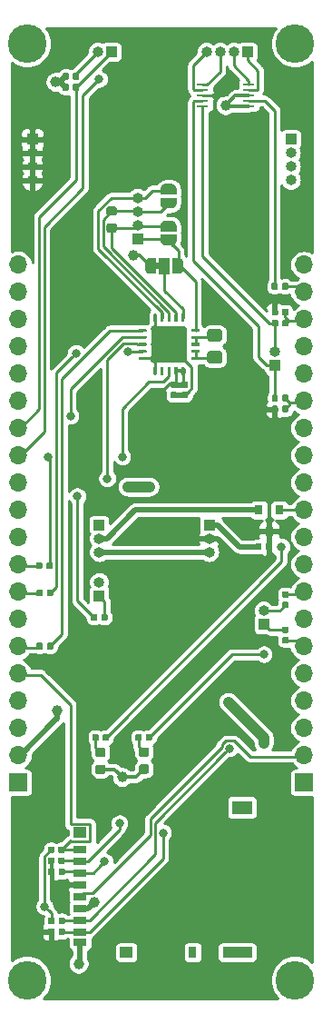
<source format=gbr>
G04 #@! TF.GenerationSoftware,KiCad,Pcbnew,(5.0.1-3-g963ef8bb5)*
G04 #@! TF.CreationDate,2020-07-04T09:07:15+03:00*
G04 #@! TF.ProjectId,sagitta-shield,736167697474612D736869656C642E6B,rev?*
G04 #@! TF.SameCoordinates,Original*
G04 #@! TF.FileFunction,Copper,L1,Top,Signal*
G04 #@! TF.FilePolarity,Positive*
%FSLAX46Y46*%
G04 Gerber Fmt 4.6, Leading zero omitted, Abs format (unit mm)*
G04 Created by KiCad (PCBNEW (5.0.1-3-g963ef8bb5)) date 2020 July 04, Saturday 09:07:15*
%MOMM*%
%LPD*%
G01*
G04 APERTURE LIST*
G04 #@! TA.AperFunction,ComponentPad*
%ADD10R,1.700000X1.700000*%
G04 #@! TD*
G04 #@! TA.AperFunction,ComponentPad*
%ADD11O,1.700000X1.700000*%
G04 #@! TD*
G04 #@! TA.AperFunction,ComponentPad*
%ADD12R,1.000000X1.000000*%
G04 #@! TD*
G04 #@! TA.AperFunction,ComponentPad*
%ADD13O,1.000000X1.000000*%
G04 #@! TD*
G04 #@! TA.AperFunction,SMDPad,CuDef*
%ADD14R,1.200000X0.700000*%
G04 #@! TD*
G04 #@! TA.AperFunction,SMDPad,CuDef*
%ADD15R,1.200000X1.000000*%
G04 #@! TD*
G04 #@! TA.AperFunction,SMDPad,CuDef*
%ADD16R,0.800000X1.000000*%
G04 #@! TD*
G04 #@! TA.AperFunction,SMDPad,CuDef*
%ADD17R,2.800000X1.000000*%
G04 #@! TD*
G04 #@! TA.AperFunction,SMDPad,CuDef*
%ADD18R,1.900000X1.300000*%
G04 #@! TD*
G04 #@! TA.AperFunction,SMDPad,CuDef*
%ADD19C,0.500000*%
G04 #@! TD*
G04 #@! TA.AperFunction,Conductor*
%ADD20C,0.100000*%
G04 #@! TD*
G04 #@! TA.AperFunction,SMDPad,CuDef*
%ADD21R,1.000000X1.500000*%
G04 #@! TD*
G04 #@! TA.AperFunction,SMDPad,CuDef*
%ADD22C,1.150000*%
G04 #@! TD*
G04 #@! TA.AperFunction,SMDPad,CuDef*
%ADD23R,1.100000X0.250000*%
G04 #@! TD*
G04 #@! TA.AperFunction,SMDPad,CuDef*
%ADD24C,3.350000*%
G04 #@! TD*
G04 #@! TA.AperFunction,ViaPad*
%ADD25C,0.500000*%
G04 #@! TD*
G04 #@! TA.AperFunction,SMDPad,CuDef*
%ADD26C,0.300000*%
G04 #@! TD*
G04 #@! TA.AperFunction,SMDPad,CuDef*
%ADD27R,0.800000X0.900000*%
G04 #@! TD*
G04 #@! TA.AperFunction,SMDPad,CuDef*
%ADD28C,0.590000*%
G04 #@! TD*
G04 #@! TA.AperFunction,SMDPad,CuDef*
%ADD29C,0.875000*%
G04 #@! TD*
G04 #@! TA.AperFunction,ViaPad*
%ADD30C,3.600000*%
G04 #@! TD*
G04 #@! TA.AperFunction,ViaPad*
%ADD31C,1.000000*%
G04 #@! TD*
G04 #@! TA.AperFunction,ViaPad*
%ADD32C,0.800000*%
G04 #@! TD*
G04 #@! TA.AperFunction,Conductor*
%ADD33C,0.500000*%
G04 #@! TD*
G04 #@! TA.AperFunction,Conductor*
%ADD34C,0.250000*%
G04 #@! TD*
G04 #@! TA.AperFunction,Conductor*
%ADD35C,0.300000*%
G04 #@! TD*
G04 #@! TA.AperFunction,Conductor*
%ADD36C,1.000000*%
G04 #@! TD*
G04 #@! TA.AperFunction,Conductor*
%ADD37C,0.254000*%
G04 #@! TD*
G04 APERTURE END LIST*
D10*
G04 #@! TO.P,JM1,NC*
G04 #@! TO.N,GND*
X140918070Y-131081600D03*
D11*
G04 #@! TO.P,JM1,CLK*
G04 #@! TO.N,SDCLK*
X140918070Y-128548092D03*
G04 #@! TO.P,JM1,SD0*
G04 #@! TO.N,SDD0*
X140918070Y-126008092D03*
G04 #@! TO.P,JM1,SD1*
G04 #@! TO.N,SDD1*
X140918070Y-123461600D03*
G04 #@! TO.P,JM1,15*
G04 #@! TO.N,Net-(JM1-Pad15)*
X140918070Y-120921600D03*
G04 #@! TO.P,JM1,2*
G04 #@! TO.N,Net-(JM1-Pad2)*
X140918070Y-118388092D03*
G04 #@! TO.P,JM1,0*
G04 #@! TO.N,BLUELED*
X140918070Y-115848092D03*
G04 #@! TO.P,JM1,4*
G04 #@! TO.N,Net-(JM1-Pad4)*
X140918070Y-113301600D03*
G04 #@! TO.P,JM1,16*
G04 #@! TO.N,Net-(JM1-Pad16)*
X140918070Y-110761600D03*
G04 #@! TO.P,JM1,17*
G04 #@! TO.N,Net-(JM1-Pad17)*
X140918070Y-108221600D03*
G04 #@! TO.P,JM1,5*
G04 #@! TO.N,VCC_SWITCH*
X140918070Y-105681600D03*
G04 #@! TO.P,JM1,18*
G04 #@! TO.N,GREENLED*
X140918070Y-103141600D03*
G04 #@! TO.P,JM1,19*
G04 #@! TO.N,PULLUP*
X140918070Y-100601600D03*
G04 #@! TO.P,JM1,GND*
G04 #@! TO.N,GND*
X140918070Y-98061600D03*
G04 #@! TO.P,JM1,21*
G04 #@! TO.N,Net-(JM1-Pad21)*
X140918070Y-95521600D03*
G04 #@! TO.P,JM1,RX*
G04 #@! TO.N,Net-(JM1-PadRX)*
X140918070Y-92988092D03*
G04 #@! TO.P,JM1,TX*
G04 #@! TO.N,Net-(JM1-PadTX)*
X140918070Y-90441600D03*
G04 #@! TO.P,JM1,22*
G04 #@! TO.N,Net-(JM1-Pad22)*
X140918070Y-87901600D03*
G04 #@! TO.P,JM1,23*
G04 #@! TO.N,Net-(JM1-Pad23)*
X140918070Y-85368092D03*
G04 #@! TO.P,JM1,GND*
G04 #@! TO.N,GND*
X140918070Y-82828092D03*
G04 #@! TO.P,JM1,SD3*
G04 #@! TO.N,SDD3*
X114218200Y-123461600D03*
G04 #@! TO.P,JM1,CMD*
G04 #@! TO.N,SDCMD*
X114218200Y-126001600D03*
D10*
G04 #@! TO.P,JM1,NC*
G04 #@! TO.N,GND*
X114218200Y-131081600D03*
D11*
G04 #@! TO.P,JM1,35*
G04 #@! TO.N,Net-(JM1-Pad35)*
X114218200Y-95521600D03*
G04 #@! TO.P,JM1,EN*
G04 #@! TO.N,Net-(JM1-PadEN)*
X114218200Y-85361600D03*
G04 #@! TO.P,JM1,32*
G04 #@! TO.N,Net-(C6-Pad2)*
X114218200Y-98061600D03*
G04 #@! TO.P,JM1,SVN*
G04 #@! TO.N,Net-(JM1-PadSVN)*
X114218200Y-90441600D03*
G04 #@! TO.P,JM1,12*
G04 #@! TO.N,Net-(JM1-Pad12)*
X114218200Y-113301600D03*
G04 #@! TO.P,JM1,SD2*
G04 #@! TO.N,SDD2*
X114218200Y-120921600D03*
G04 #@! TO.P,JM1,5V*
G04 #@! TO.N,+5V*
X114218200Y-128541600D03*
G04 #@! TO.P,JM1,25*
G04 #@! TO.N,RTD_DRDY*
X114218200Y-103141600D03*
G04 #@! TO.P,JM1,SVP*
G04 #@! TO.N,Net-(JM1-PadSVP)*
X114218200Y-87901600D03*
G04 #@! TO.P,JM1,13*
G04 #@! TO.N,Net-(JM1-Pad13)*
X114218200Y-118381600D03*
G04 #@! TO.P,JM1,14*
G04 #@! TO.N,Net-(JM1-Pad14)*
X114218200Y-110761600D03*
G04 #@! TO.P,JM1,34*
G04 #@! TO.N,Net-(JM1-Pad34)*
X114218200Y-92981600D03*
G04 #@! TO.P,JM1,26*
G04 #@! TO.N,SWITCH*
X114218200Y-105681600D03*
G04 #@! TO.P,JM1,GND*
G04 #@! TO.N,GND*
X114218200Y-115841600D03*
G04 #@! TO.P,JM1,VCC*
G04 #@! TO.N,+3V3*
X114218200Y-82821600D03*
G04 #@! TO.P,JM1,27*
G04 #@! TO.N,RTD_CS*
X114218200Y-108221600D03*
G04 #@! TO.P,JM1,33*
G04 #@! TO.N,Net-(C5-Pad2)*
X114218200Y-100601600D03*
G04 #@! TD*
D12*
G04 #@! TO.P,J1,1*
G04 #@! TO.N,Net-(J1-Pad1)*
X135636000Y-62992000D03*
D13*
G04 #@! TO.P,J1,2*
G04 #@! TO.N,Net-(J1-Pad2)*
X134366000Y-62992000D03*
G04 #@! TO.P,J1,3*
G04 #@! TO.N,Net-(J1-Pad3)*
X133096000Y-62992000D03*
G04 #@! TO.P,J1,4*
G04 #@! TO.N,Net-(J1-Pad4)*
X131826000Y-62992000D03*
G04 #@! TD*
D14*
G04 #@! TO.P,J2,9*
G04 #@! TO.N,GND*
X120037000Y-145956000D03*
G04 #@! TO.P,J2,8*
G04 #@! TO.N,SDD1*
X120037000Y-145006000D03*
G04 #@! TO.P,J2,1*
G04 #@! TO.N,SDD2*
X120037000Y-137306000D03*
G04 #@! TO.P,J2,2*
G04 #@! TO.N,SDD3*
X120037000Y-138406000D03*
G04 #@! TO.P,J2,3*
G04 #@! TO.N,SDCMD*
X120037000Y-139506000D03*
G04 #@! TO.P,J2,4*
G04 #@! TO.N,VDD*
X120037000Y-140606000D03*
G04 #@! TO.P,J2,5*
G04 #@! TO.N,SDCLK*
X120037000Y-141706000D03*
G04 #@! TO.P,J2,6*
G04 #@! TO.N,GND*
X120037000Y-142806000D03*
G04 #@! TO.P,J2,7*
G04 #@! TO.N,SDD0*
X120037000Y-143906000D03*
D15*
G04 #@! TO.P,J2,11*
G04 #@! TO.N,N/C*
X120037000Y-135756000D03*
X124337000Y-146906000D03*
D16*
G04 #@! TO.P,J2,10*
X130537000Y-146906000D03*
D17*
G04 #@! TO.P,J2,11*
X134687000Y-146906000D03*
D18*
X135137000Y-133406000D03*
G04 #@! TD*
D13*
G04 #@! TO.P,J3,4*
G04 #@! TO.N,Net-(J3-Pad4)*
X125373203Y-76575105D03*
G04 #@! TO.P,J3,3*
G04 #@! TO.N,Net-(C3-Pad2)*
X125373203Y-77845105D03*
G04 #@! TO.P,J3,2*
G04 #@! TO.N,Net-(C3-Pad1)*
X125373203Y-79115105D03*
D12*
G04 #@! TO.P,J3,1*
G04 #@! TO.N,Net-(J3-Pad1)*
X125373203Y-80385105D03*
G04 #@! TD*
D13*
G04 #@! TO.P,J5,2*
G04 #@! TO.N,UART2TX*
X137160000Y-115062000D03*
D12*
G04 #@! TO.P,J5,1*
G04 #@! TO.N,UART2RX*
X137160000Y-116332000D03*
G04 #@! TD*
G04 #@! TO.P,J7,1*
G04 #@! TO.N,VDD*
X115570000Y-71120000D03*
D13*
G04 #@! TO.P,J7,2*
X115570000Y-72390000D03*
G04 #@! TO.P,J7,3*
X115570000Y-73660000D03*
G04 #@! TO.P,J7,4*
X115570000Y-74930000D03*
G04 #@! TD*
D19*
G04 #@! TO.P,JP1,1*
G04 #@! TO.N,GND*
X126589000Y-82931000D03*
D20*
G04 #@! TD*
G04 #@! TO.N,GND*
G04 #@! TO.C,JP1*
G36*
X127139000Y-82631000D02*
X127489000Y-82631000D01*
X127489000Y-83231000D01*
X127139000Y-83231000D01*
X127139000Y-83681000D01*
X126589000Y-83681000D01*
X126589000Y-83680398D01*
X126564466Y-83680398D01*
X126515635Y-83675588D01*
X126467510Y-83666016D01*
X126420555Y-83651772D01*
X126375222Y-83632995D01*
X126331949Y-83609864D01*
X126291150Y-83582604D01*
X126253221Y-83551476D01*
X126218524Y-83516779D01*
X126187396Y-83478850D01*
X126160136Y-83438051D01*
X126137005Y-83394778D01*
X126118228Y-83349445D01*
X126103984Y-83302490D01*
X126094412Y-83254365D01*
X126089602Y-83205534D01*
X126089602Y-83181000D01*
X126089000Y-83181000D01*
X126089000Y-82681000D01*
X126089602Y-82681000D01*
X126089602Y-82656466D01*
X126094412Y-82607635D01*
X126103984Y-82559510D01*
X126118228Y-82512555D01*
X126137005Y-82467222D01*
X126160136Y-82423949D01*
X126187396Y-82383150D01*
X126218524Y-82345221D01*
X126253221Y-82310524D01*
X126291150Y-82279396D01*
X126331949Y-82252136D01*
X126375222Y-82229005D01*
X126420555Y-82210228D01*
X126467510Y-82195984D01*
X126515635Y-82186412D01*
X126564466Y-82181602D01*
X126589000Y-82181602D01*
X126589000Y-82181000D01*
X127139000Y-82181000D01*
X127139000Y-82631000D01*
X127139000Y-82631000D01*
G37*
D19*
G04 #@! TO.P,JP1,3*
G04 #@! TO.N,Net-(J3-Pad1)*
X129189000Y-82931000D03*
D20*
G04 #@! TD*
G04 #@! TO.N,Net-(J3-Pad1)*
G04 #@! TO.C,JP1*
G36*
X129189000Y-82181602D02*
X129213534Y-82181602D01*
X129262365Y-82186412D01*
X129310490Y-82195984D01*
X129357445Y-82210228D01*
X129402778Y-82229005D01*
X129446051Y-82252136D01*
X129486850Y-82279396D01*
X129524779Y-82310524D01*
X129559476Y-82345221D01*
X129590604Y-82383150D01*
X129617864Y-82423949D01*
X129640995Y-82467222D01*
X129659772Y-82512555D01*
X129674016Y-82559510D01*
X129683588Y-82607635D01*
X129688398Y-82656466D01*
X129688398Y-82681000D01*
X129689000Y-82681000D01*
X129689000Y-83181000D01*
X129688398Y-83181000D01*
X129688398Y-83205534D01*
X129683588Y-83254365D01*
X129674016Y-83302490D01*
X129659772Y-83349445D01*
X129640995Y-83394778D01*
X129617864Y-83438051D01*
X129590604Y-83478850D01*
X129559476Y-83516779D01*
X129524779Y-83551476D01*
X129486850Y-83582604D01*
X129446051Y-83609864D01*
X129402778Y-83632995D01*
X129357445Y-83651772D01*
X129310490Y-83666016D01*
X129262365Y-83675588D01*
X129213534Y-83680398D01*
X129189000Y-83680398D01*
X129189000Y-83681000D01*
X128639000Y-83681000D01*
X128639000Y-82181000D01*
X129189000Y-82181000D01*
X129189000Y-82181602D01*
X129189000Y-82181602D01*
G37*
D21*
G04 #@! TO.P,JP1,2*
G04 #@! TO.N,Net-(JP1-Pad2)*
X127889000Y-82931000D03*
G04 #@! TD*
D19*
G04 #@! TO.P,JP2,1*
G04 #@! TO.N,Net-(C3-Pad1)*
X128270000Y-79218000D03*
D20*
G04 #@! TD*
G04 #@! TO.N,Net-(C3-Pad1)*
G04 #@! TO.C,JP2*
G36*
X127520000Y-79718000D02*
X127520000Y-79218000D01*
X127520602Y-79218000D01*
X127520602Y-79193466D01*
X127525412Y-79144635D01*
X127534984Y-79096510D01*
X127549228Y-79049555D01*
X127568005Y-79004222D01*
X127591136Y-78960949D01*
X127618396Y-78920150D01*
X127649524Y-78882221D01*
X127684221Y-78847524D01*
X127722150Y-78816396D01*
X127762949Y-78789136D01*
X127806222Y-78766005D01*
X127851555Y-78747228D01*
X127898510Y-78732984D01*
X127946635Y-78723412D01*
X127995466Y-78718602D01*
X128020000Y-78718602D01*
X128020000Y-78718000D01*
X128520000Y-78718000D01*
X128520000Y-78718602D01*
X128544534Y-78718602D01*
X128593365Y-78723412D01*
X128641490Y-78732984D01*
X128688445Y-78747228D01*
X128733778Y-78766005D01*
X128777051Y-78789136D01*
X128817850Y-78816396D01*
X128855779Y-78847524D01*
X128890476Y-78882221D01*
X128921604Y-78920150D01*
X128948864Y-78960949D01*
X128971995Y-79004222D01*
X128990772Y-79049555D01*
X129005016Y-79096510D01*
X129014588Y-79144635D01*
X129019398Y-79193466D01*
X129019398Y-79218000D01*
X129020000Y-79218000D01*
X129020000Y-79718000D01*
X127520000Y-79718000D01*
X127520000Y-79718000D01*
G37*
D19*
G04 #@! TO.P,JP2,2*
G04 #@! TO.N,Net-(J3-Pad1)*
X128270000Y-80518000D03*
D20*
G04 #@! TD*
G04 #@! TO.N,Net-(J3-Pad1)*
G04 #@! TO.C,JP2*
G36*
X129019398Y-80518000D02*
X129019398Y-80542534D01*
X129014588Y-80591365D01*
X129005016Y-80639490D01*
X128990772Y-80686445D01*
X128971995Y-80731778D01*
X128948864Y-80775051D01*
X128921604Y-80815850D01*
X128890476Y-80853779D01*
X128855779Y-80888476D01*
X128817850Y-80919604D01*
X128777051Y-80946864D01*
X128733778Y-80969995D01*
X128688445Y-80988772D01*
X128641490Y-81003016D01*
X128593365Y-81012588D01*
X128544534Y-81017398D01*
X128520000Y-81017398D01*
X128520000Y-81018000D01*
X128020000Y-81018000D01*
X128020000Y-81017398D01*
X127995466Y-81017398D01*
X127946635Y-81012588D01*
X127898510Y-81003016D01*
X127851555Y-80988772D01*
X127806222Y-80969995D01*
X127762949Y-80946864D01*
X127722150Y-80919604D01*
X127684221Y-80888476D01*
X127649524Y-80853779D01*
X127618396Y-80815850D01*
X127591136Y-80775051D01*
X127568005Y-80731778D01*
X127549228Y-80686445D01*
X127534984Y-80639490D01*
X127525412Y-80591365D01*
X127520602Y-80542534D01*
X127520602Y-80518000D01*
X127520000Y-80518000D01*
X127520000Y-80018000D01*
X129020000Y-80018000D01*
X129020000Y-80518000D01*
X129019398Y-80518000D01*
X129019398Y-80518000D01*
G37*
G04 #@! TO.N,Net-(R1-Pad1)*
G04 #@! TO.C,R1*
G36*
X133062505Y-90875204D02*
X133086773Y-90878804D01*
X133110572Y-90884765D01*
X133133671Y-90893030D01*
X133155850Y-90903520D01*
X133176893Y-90916132D01*
X133196599Y-90930747D01*
X133214777Y-90947223D01*
X133231253Y-90965401D01*
X133245868Y-90985107D01*
X133258480Y-91006150D01*
X133268970Y-91028329D01*
X133277235Y-91051428D01*
X133283196Y-91075227D01*
X133286796Y-91099495D01*
X133288000Y-91123999D01*
X133288000Y-91774001D01*
X133286796Y-91798505D01*
X133283196Y-91822773D01*
X133277235Y-91846572D01*
X133268970Y-91869671D01*
X133258480Y-91891850D01*
X133245868Y-91912893D01*
X133231253Y-91932599D01*
X133214777Y-91950777D01*
X133196599Y-91967253D01*
X133176893Y-91981868D01*
X133155850Y-91994480D01*
X133133671Y-92004970D01*
X133110572Y-92013235D01*
X133086773Y-92019196D01*
X133062505Y-92022796D01*
X133038001Y-92024000D01*
X132137999Y-92024000D01*
X132113495Y-92022796D01*
X132089227Y-92019196D01*
X132065428Y-92013235D01*
X132042329Y-92004970D01*
X132020150Y-91994480D01*
X131999107Y-91981868D01*
X131979401Y-91967253D01*
X131961223Y-91950777D01*
X131944747Y-91932599D01*
X131930132Y-91912893D01*
X131917520Y-91891850D01*
X131907030Y-91869671D01*
X131898765Y-91846572D01*
X131892804Y-91822773D01*
X131889204Y-91798505D01*
X131888000Y-91774001D01*
X131888000Y-91123999D01*
X131889204Y-91099495D01*
X131892804Y-91075227D01*
X131898765Y-91051428D01*
X131907030Y-91028329D01*
X131917520Y-91006150D01*
X131930132Y-90985107D01*
X131944747Y-90965401D01*
X131961223Y-90947223D01*
X131979401Y-90930747D01*
X131999107Y-90916132D01*
X132020150Y-90903520D01*
X132042329Y-90893030D01*
X132065428Y-90884765D01*
X132089227Y-90878804D01*
X132113495Y-90875204D01*
X132137999Y-90874000D01*
X133038001Y-90874000D01*
X133062505Y-90875204D01*
X133062505Y-90875204D01*
G37*
D22*
G04 #@! TD*
G04 #@! TO.P,R1,1*
G04 #@! TO.N,Net-(R1-Pad1)*
X132588000Y-91449000D03*
D20*
G04 #@! TO.N,Net-(R1-Pad2)*
G04 #@! TO.C,R1*
G36*
X133062505Y-88825204D02*
X133086773Y-88828804D01*
X133110572Y-88834765D01*
X133133671Y-88843030D01*
X133155850Y-88853520D01*
X133176893Y-88866132D01*
X133196599Y-88880747D01*
X133214777Y-88897223D01*
X133231253Y-88915401D01*
X133245868Y-88935107D01*
X133258480Y-88956150D01*
X133268970Y-88978329D01*
X133277235Y-89001428D01*
X133283196Y-89025227D01*
X133286796Y-89049495D01*
X133288000Y-89073999D01*
X133288000Y-89724001D01*
X133286796Y-89748505D01*
X133283196Y-89772773D01*
X133277235Y-89796572D01*
X133268970Y-89819671D01*
X133258480Y-89841850D01*
X133245868Y-89862893D01*
X133231253Y-89882599D01*
X133214777Y-89900777D01*
X133196599Y-89917253D01*
X133176893Y-89931868D01*
X133155850Y-89944480D01*
X133133671Y-89954970D01*
X133110572Y-89963235D01*
X133086773Y-89969196D01*
X133062505Y-89972796D01*
X133038001Y-89974000D01*
X132137999Y-89974000D01*
X132113495Y-89972796D01*
X132089227Y-89969196D01*
X132065428Y-89963235D01*
X132042329Y-89954970D01*
X132020150Y-89944480D01*
X131999107Y-89931868D01*
X131979401Y-89917253D01*
X131961223Y-89900777D01*
X131944747Y-89882599D01*
X131930132Y-89862893D01*
X131917520Y-89841850D01*
X131907030Y-89819671D01*
X131898765Y-89796572D01*
X131892804Y-89772773D01*
X131889204Y-89748505D01*
X131888000Y-89724001D01*
X131888000Y-89073999D01*
X131889204Y-89049495D01*
X131892804Y-89025227D01*
X131898765Y-89001428D01*
X131907030Y-88978329D01*
X131917520Y-88956150D01*
X131930132Y-88935107D01*
X131944747Y-88915401D01*
X131961223Y-88897223D01*
X131979401Y-88880747D01*
X131999107Y-88866132D01*
X132020150Y-88853520D01*
X132042329Y-88843030D01*
X132065428Y-88834765D01*
X132089227Y-88828804D01*
X132113495Y-88825204D01*
X132137999Y-88824000D01*
X133038001Y-88824000D01*
X133062505Y-88825204D01*
X133062505Y-88825204D01*
G37*
D22*
G04 #@! TD*
G04 #@! TO.P,R1,2*
G04 #@! TO.N,Net-(R1-Pad2)*
X132588000Y-89399000D03*
D23*
G04 #@! TO.P,U1,1*
G04 #@! TO.N,GND*
X135754000Y-68056000D03*
G04 #@! TO.P,U1,2*
G04 #@! TO.N,EADC_RDY*
X135754000Y-67556000D03*
G04 #@! TO.P,U1,3*
G04 #@! TO.N,GND*
X135754000Y-67056000D03*
G04 #@! TO.P,U1,4*
G04 #@! TO.N,Net-(J1-Pad1)*
X135754000Y-66556000D03*
G04 #@! TO.P,U1,5*
G04 #@! TO.N,Net-(J1-Pad2)*
X135754000Y-66056000D03*
G04 #@! TO.P,U1,6*
G04 #@! TO.N,Net-(J1-Pad3)*
X131454000Y-66056000D03*
G04 #@! TO.P,U1,7*
G04 #@! TO.N,Net-(J1-Pad4)*
X131454000Y-66556000D03*
G04 #@! TO.P,U1,8*
G04 #@! TO.N,VDD*
X131454000Y-67056000D03*
G04 #@! TO.P,U1,9*
G04 #@! TO.N,SDA*
X131454000Y-67556000D03*
G04 #@! TO.P,U1,10*
G04 #@! TO.N,SCL*
X131454000Y-68056000D03*
G04 #@! TD*
D20*
G04 #@! TO.N,GND*
G04 #@! TO.C,U2*
G36*
X129769503Y-88573203D02*
X129793772Y-88576803D01*
X129817570Y-88582764D01*
X129840670Y-88591029D01*
X129862848Y-88601519D01*
X129883892Y-88614132D01*
X129903597Y-88628746D01*
X129921776Y-88645222D01*
X129938252Y-88663401D01*
X129952866Y-88683106D01*
X129965479Y-88704150D01*
X129975969Y-88726328D01*
X129984234Y-88749428D01*
X129990195Y-88773226D01*
X129993795Y-88797495D01*
X129994999Y-88821999D01*
X129994999Y-91671999D01*
X129993795Y-91696503D01*
X129990195Y-91720772D01*
X129984234Y-91744570D01*
X129975969Y-91767670D01*
X129965479Y-91789848D01*
X129952866Y-91810892D01*
X129938252Y-91830597D01*
X129921776Y-91848776D01*
X129903597Y-91865252D01*
X129883892Y-91879866D01*
X129862848Y-91892479D01*
X129840670Y-91902969D01*
X129817570Y-91911234D01*
X129793772Y-91917195D01*
X129769503Y-91920795D01*
X129744999Y-91921999D01*
X126894999Y-91921999D01*
X126870495Y-91920795D01*
X126846226Y-91917195D01*
X126822428Y-91911234D01*
X126799328Y-91902969D01*
X126777150Y-91892479D01*
X126756106Y-91879866D01*
X126736401Y-91865252D01*
X126718222Y-91848776D01*
X126701746Y-91830597D01*
X126687132Y-91810892D01*
X126674519Y-91789848D01*
X126664029Y-91767670D01*
X126655764Y-91744570D01*
X126649803Y-91720772D01*
X126646203Y-91696503D01*
X126644999Y-91671999D01*
X126644999Y-88821999D01*
X126646203Y-88797495D01*
X126649803Y-88773226D01*
X126655764Y-88749428D01*
X126664029Y-88726328D01*
X126674519Y-88704150D01*
X126687132Y-88683106D01*
X126701746Y-88663401D01*
X126718222Y-88645222D01*
X126736401Y-88628746D01*
X126756106Y-88614132D01*
X126777150Y-88601519D01*
X126799328Y-88591029D01*
X126822428Y-88582764D01*
X126846226Y-88576803D01*
X126870495Y-88573203D01*
X126894999Y-88571999D01*
X129744999Y-88571999D01*
X129769503Y-88573203D01*
X129769503Y-88573203D01*
G37*
D24*
G04 #@! TD*
G04 #@! TO.P,U2,21*
G04 #@! TO.N,GND*
X128319999Y-90246999D03*
D25*
G04 #@! TO.N,GND*
G04 #@! TO.C,U2*
X129744999Y-91671999D03*
X128319999Y-91671999D03*
X126894999Y-91671999D03*
X129744999Y-90246999D03*
X128319999Y-90246999D03*
X126894999Y-90246999D03*
X129744999Y-88821999D03*
X128319999Y-88821999D03*
X126894999Y-88821999D03*
D20*
G04 #@! TO.N,Net-(R1-Pad1)*
G36*
X131102350Y-91397360D02*
X131109631Y-91398440D01*
X131116770Y-91400228D01*
X131123700Y-91402708D01*
X131130354Y-91405855D01*
X131136667Y-91409639D01*
X131142578Y-91414023D01*
X131148032Y-91418966D01*
X131152975Y-91424420D01*
X131157359Y-91430331D01*
X131161143Y-91436644D01*
X131164290Y-91443298D01*
X131166770Y-91450228D01*
X131168558Y-91457367D01*
X131169638Y-91464648D01*
X131169999Y-91471999D01*
X131169999Y-91621999D01*
X131169638Y-91629350D01*
X131168558Y-91636631D01*
X131166770Y-91643770D01*
X131164290Y-91650700D01*
X131161143Y-91657354D01*
X131157359Y-91663667D01*
X131152975Y-91669578D01*
X131148032Y-91675032D01*
X131142578Y-91679975D01*
X131136667Y-91684359D01*
X131130354Y-91688143D01*
X131123700Y-91691290D01*
X131116770Y-91693770D01*
X131109631Y-91695558D01*
X131102350Y-91696638D01*
X131094999Y-91696999D01*
X130494999Y-91696999D01*
X130487648Y-91696638D01*
X130480367Y-91695558D01*
X130473228Y-91693770D01*
X130466298Y-91691290D01*
X130459644Y-91688143D01*
X130453331Y-91684359D01*
X130447420Y-91679975D01*
X130441966Y-91675032D01*
X130437023Y-91669578D01*
X130432639Y-91663667D01*
X130428855Y-91657354D01*
X130425708Y-91650700D01*
X130423228Y-91643770D01*
X130421440Y-91636631D01*
X130420360Y-91629350D01*
X130419999Y-91621999D01*
X130419999Y-91471999D01*
X130420360Y-91464648D01*
X130421440Y-91457367D01*
X130423228Y-91450228D01*
X130425708Y-91443298D01*
X130428855Y-91436644D01*
X130432639Y-91430331D01*
X130437023Y-91424420D01*
X130441966Y-91418966D01*
X130447420Y-91414023D01*
X130453331Y-91409639D01*
X130459644Y-91405855D01*
X130466298Y-91402708D01*
X130473228Y-91400228D01*
X130480367Y-91398440D01*
X130487648Y-91397360D01*
X130494999Y-91396999D01*
X131094999Y-91396999D01*
X131102350Y-91397360D01*
X131102350Y-91397360D01*
G37*
D26*
G04 #@! TD*
G04 #@! TO.P,U2,1*
G04 #@! TO.N,Net-(R1-Pad1)*
X130794999Y-91546999D03*
D20*
G04 #@! TO.N,Net-(R1-Pad1)*
G04 #@! TO.C,U2*
G36*
X131102350Y-90747360D02*
X131109631Y-90748440D01*
X131116770Y-90750228D01*
X131123700Y-90752708D01*
X131130354Y-90755855D01*
X131136667Y-90759639D01*
X131142578Y-90764023D01*
X131148032Y-90768966D01*
X131152975Y-90774420D01*
X131157359Y-90780331D01*
X131161143Y-90786644D01*
X131164290Y-90793298D01*
X131166770Y-90800228D01*
X131168558Y-90807367D01*
X131169638Y-90814648D01*
X131169999Y-90821999D01*
X131169999Y-90971999D01*
X131169638Y-90979350D01*
X131168558Y-90986631D01*
X131166770Y-90993770D01*
X131164290Y-91000700D01*
X131161143Y-91007354D01*
X131157359Y-91013667D01*
X131152975Y-91019578D01*
X131148032Y-91025032D01*
X131142578Y-91029975D01*
X131136667Y-91034359D01*
X131130354Y-91038143D01*
X131123700Y-91041290D01*
X131116770Y-91043770D01*
X131109631Y-91045558D01*
X131102350Y-91046638D01*
X131094999Y-91046999D01*
X130494999Y-91046999D01*
X130487648Y-91046638D01*
X130480367Y-91045558D01*
X130473228Y-91043770D01*
X130466298Y-91041290D01*
X130459644Y-91038143D01*
X130453331Y-91034359D01*
X130447420Y-91029975D01*
X130441966Y-91025032D01*
X130437023Y-91019578D01*
X130432639Y-91013667D01*
X130428855Y-91007354D01*
X130425708Y-91000700D01*
X130423228Y-90993770D01*
X130421440Y-90986631D01*
X130420360Y-90979350D01*
X130419999Y-90971999D01*
X130419999Y-90821999D01*
X130420360Y-90814648D01*
X130421440Y-90807367D01*
X130423228Y-90800228D01*
X130425708Y-90793298D01*
X130428855Y-90786644D01*
X130432639Y-90780331D01*
X130437023Y-90774420D01*
X130441966Y-90768966D01*
X130447420Y-90764023D01*
X130453331Y-90759639D01*
X130459644Y-90755855D01*
X130466298Y-90752708D01*
X130473228Y-90750228D01*
X130480367Y-90748440D01*
X130487648Y-90747360D01*
X130494999Y-90746999D01*
X131094999Y-90746999D01*
X131102350Y-90747360D01*
X131102350Y-90747360D01*
G37*
D26*
G04 #@! TD*
G04 #@! TO.P,U2,2*
G04 #@! TO.N,Net-(R1-Pad1)*
X130794999Y-90896999D03*
D20*
G04 #@! TO.N,Net-(R1-Pad2)*
G04 #@! TO.C,U2*
G36*
X131102350Y-90097360D02*
X131109631Y-90098440D01*
X131116770Y-90100228D01*
X131123700Y-90102708D01*
X131130354Y-90105855D01*
X131136667Y-90109639D01*
X131142578Y-90114023D01*
X131148032Y-90118966D01*
X131152975Y-90124420D01*
X131157359Y-90130331D01*
X131161143Y-90136644D01*
X131164290Y-90143298D01*
X131166770Y-90150228D01*
X131168558Y-90157367D01*
X131169638Y-90164648D01*
X131169999Y-90171999D01*
X131169999Y-90321999D01*
X131169638Y-90329350D01*
X131168558Y-90336631D01*
X131166770Y-90343770D01*
X131164290Y-90350700D01*
X131161143Y-90357354D01*
X131157359Y-90363667D01*
X131152975Y-90369578D01*
X131148032Y-90375032D01*
X131142578Y-90379975D01*
X131136667Y-90384359D01*
X131130354Y-90388143D01*
X131123700Y-90391290D01*
X131116770Y-90393770D01*
X131109631Y-90395558D01*
X131102350Y-90396638D01*
X131094999Y-90396999D01*
X130494999Y-90396999D01*
X130487648Y-90396638D01*
X130480367Y-90395558D01*
X130473228Y-90393770D01*
X130466298Y-90391290D01*
X130459644Y-90388143D01*
X130453331Y-90384359D01*
X130447420Y-90379975D01*
X130441966Y-90375032D01*
X130437023Y-90369578D01*
X130432639Y-90363667D01*
X130428855Y-90357354D01*
X130425708Y-90350700D01*
X130423228Y-90343770D01*
X130421440Y-90336631D01*
X130420360Y-90329350D01*
X130419999Y-90321999D01*
X130419999Y-90171999D01*
X130420360Y-90164648D01*
X130421440Y-90157367D01*
X130423228Y-90150228D01*
X130425708Y-90143298D01*
X130428855Y-90136644D01*
X130432639Y-90130331D01*
X130437023Y-90124420D01*
X130441966Y-90118966D01*
X130447420Y-90114023D01*
X130453331Y-90109639D01*
X130459644Y-90105855D01*
X130466298Y-90102708D01*
X130473228Y-90100228D01*
X130480367Y-90098440D01*
X130487648Y-90097360D01*
X130494999Y-90096999D01*
X131094999Y-90096999D01*
X131102350Y-90097360D01*
X131102350Y-90097360D01*
G37*
D26*
G04 #@! TD*
G04 #@! TO.P,U2,3*
G04 #@! TO.N,Net-(R1-Pad2)*
X130794999Y-90246999D03*
D20*
G04 #@! TO.N,Net-(R1-Pad2)*
G04 #@! TO.C,U2*
G36*
X131102350Y-89447360D02*
X131109631Y-89448440D01*
X131116770Y-89450228D01*
X131123700Y-89452708D01*
X131130354Y-89455855D01*
X131136667Y-89459639D01*
X131142578Y-89464023D01*
X131148032Y-89468966D01*
X131152975Y-89474420D01*
X131157359Y-89480331D01*
X131161143Y-89486644D01*
X131164290Y-89493298D01*
X131166770Y-89500228D01*
X131168558Y-89507367D01*
X131169638Y-89514648D01*
X131169999Y-89521999D01*
X131169999Y-89671999D01*
X131169638Y-89679350D01*
X131168558Y-89686631D01*
X131166770Y-89693770D01*
X131164290Y-89700700D01*
X131161143Y-89707354D01*
X131157359Y-89713667D01*
X131152975Y-89719578D01*
X131148032Y-89725032D01*
X131142578Y-89729975D01*
X131136667Y-89734359D01*
X131130354Y-89738143D01*
X131123700Y-89741290D01*
X131116770Y-89743770D01*
X131109631Y-89745558D01*
X131102350Y-89746638D01*
X131094999Y-89746999D01*
X130494999Y-89746999D01*
X130487648Y-89746638D01*
X130480367Y-89745558D01*
X130473228Y-89743770D01*
X130466298Y-89741290D01*
X130459644Y-89738143D01*
X130453331Y-89734359D01*
X130447420Y-89729975D01*
X130441966Y-89725032D01*
X130437023Y-89719578D01*
X130432639Y-89713667D01*
X130428855Y-89707354D01*
X130425708Y-89700700D01*
X130423228Y-89693770D01*
X130421440Y-89686631D01*
X130420360Y-89679350D01*
X130419999Y-89671999D01*
X130419999Y-89521999D01*
X130420360Y-89514648D01*
X130421440Y-89507367D01*
X130423228Y-89500228D01*
X130425708Y-89493298D01*
X130428855Y-89486644D01*
X130432639Y-89480331D01*
X130437023Y-89474420D01*
X130441966Y-89468966D01*
X130447420Y-89464023D01*
X130453331Y-89459639D01*
X130459644Y-89455855D01*
X130466298Y-89452708D01*
X130473228Y-89450228D01*
X130480367Y-89448440D01*
X130487648Y-89447360D01*
X130494999Y-89446999D01*
X131094999Y-89446999D01*
X131102350Y-89447360D01*
X131102350Y-89447360D01*
G37*
D26*
G04 #@! TD*
G04 #@! TO.P,U2,4*
G04 #@! TO.N,Net-(R1-Pad2)*
X130794999Y-89596999D03*
D20*
G04 #@! TO.N,Net-(J3-Pad1)*
G04 #@! TO.C,U2*
G36*
X131102350Y-88797360D02*
X131109631Y-88798440D01*
X131116770Y-88800228D01*
X131123700Y-88802708D01*
X131130354Y-88805855D01*
X131136667Y-88809639D01*
X131142578Y-88814023D01*
X131148032Y-88818966D01*
X131152975Y-88824420D01*
X131157359Y-88830331D01*
X131161143Y-88836644D01*
X131164290Y-88843298D01*
X131166770Y-88850228D01*
X131168558Y-88857367D01*
X131169638Y-88864648D01*
X131169999Y-88871999D01*
X131169999Y-89021999D01*
X131169638Y-89029350D01*
X131168558Y-89036631D01*
X131166770Y-89043770D01*
X131164290Y-89050700D01*
X131161143Y-89057354D01*
X131157359Y-89063667D01*
X131152975Y-89069578D01*
X131148032Y-89075032D01*
X131142578Y-89079975D01*
X131136667Y-89084359D01*
X131130354Y-89088143D01*
X131123700Y-89091290D01*
X131116770Y-89093770D01*
X131109631Y-89095558D01*
X131102350Y-89096638D01*
X131094999Y-89096999D01*
X130494999Y-89096999D01*
X130487648Y-89096638D01*
X130480367Y-89095558D01*
X130473228Y-89093770D01*
X130466298Y-89091290D01*
X130459644Y-89088143D01*
X130453331Y-89084359D01*
X130447420Y-89079975D01*
X130441966Y-89075032D01*
X130437023Y-89069578D01*
X130432639Y-89063667D01*
X130428855Y-89057354D01*
X130425708Y-89050700D01*
X130423228Y-89043770D01*
X130421440Y-89036631D01*
X130420360Y-89029350D01*
X130419999Y-89021999D01*
X130419999Y-88871999D01*
X130420360Y-88864648D01*
X130421440Y-88857367D01*
X130423228Y-88850228D01*
X130425708Y-88843298D01*
X130428855Y-88836644D01*
X130432639Y-88830331D01*
X130437023Y-88824420D01*
X130441966Y-88818966D01*
X130447420Y-88814023D01*
X130453331Y-88809639D01*
X130459644Y-88805855D01*
X130466298Y-88802708D01*
X130473228Y-88800228D01*
X130480367Y-88798440D01*
X130487648Y-88797360D01*
X130494999Y-88796999D01*
X131094999Y-88796999D01*
X131102350Y-88797360D01*
X131102350Y-88797360D01*
G37*
D26*
G04 #@! TD*
G04 #@! TO.P,U2,5*
G04 #@! TO.N,Net-(J3-Pad1)*
X130794999Y-88946999D03*
D20*
G04 #@! TO.N,Net-(JP1-Pad2)*
G04 #@! TO.C,U2*
G36*
X129702350Y-87397360D02*
X129709631Y-87398440D01*
X129716770Y-87400228D01*
X129723700Y-87402708D01*
X129730354Y-87405855D01*
X129736667Y-87409639D01*
X129742578Y-87414023D01*
X129748032Y-87418966D01*
X129752975Y-87424420D01*
X129757359Y-87430331D01*
X129761143Y-87436644D01*
X129764290Y-87443298D01*
X129766770Y-87450228D01*
X129768558Y-87457367D01*
X129769638Y-87464648D01*
X129769999Y-87471999D01*
X129769999Y-88071999D01*
X129769638Y-88079350D01*
X129768558Y-88086631D01*
X129766770Y-88093770D01*
X129764290Y-88100700D01*
X129761143Y-88107354D01*
X129757359Y-88113667D01*
X129752975Y-88119578D01*
X129748032Y-88125032D01*
X129742578Y-88129975D01*
X129736667Y-88134359D01*
X129730354Y-88138143D01*
X129723700Y-88141290D01*
X129716770Y-88143770D01*
X129709631Y-88145558D01*
X129702350Y-88146638D01*
X129694999Y-88146999D01*
X129544999Y-88146999D01*
X129537648Y-88146638D01*
X129530367Y-88145558D01*
X129523228Y-88143770D01*
X129516298Y-88141290D01*
X129509644Y-88138143D01*
X129503331Y-88134359D01*
X129497420Y-88129975D01*
X129491966Y-88125032D01*
X129487023Y-88119578D01*
X129482639Y-88113667D01*
X129478855Y-88107354D01*
X129475708Y-88100700D01*
X129473228Y-88093770D01*
X129471440Y-88086631D01*
X129470360Y-88079350D01*
X129469999Y-88071999D01*
X129469999Y-87471999D01*
X129470360Y-87464648D01*
X129471440Y-87457367D01*
X129473228Y-87450228D01*
X129475708Y-87443298D01*
X129478855Y-87436644D01*
X129482639Y-87430331D01*
X129487023Y-87424420D01*
X129491966Y-87418966D01*
X129497420Y-87414023D01*
X129503331Y-87409639D01*
X129509644Y-87405855D01*
X129516298Y-87402708D01*
X129523228Y-87400228D01*
X129530367Y-87398440D01*
X129537648Y-87397360D01*
X129544999Y-87396999D01*
X129694999Y-87396999D01*
X129702350Y-87397360D01*
X129702350Y-87397360D01*
G37*
D26*
G04 #@! TD*
G04 #@! TO.P,U2,6*
G04 #@! TO.N,Net-(JP1-Pad2)*
X129619999Y-87771999D03*
D20*
G04 #@! TO.N,Net-(C3-Pad1)*
G04 #@! TO.C,U2*
G36*
X129052350Y-87397360D02*
X129059631Y-87398440D01*
X129066770Y-87400228D01*
X129073700Y-87402708D01*
X129080354Y-87405855D01*
X129086667Y-87409639D01*
X129092578Y-87414023D01*
X129098032Y-87418966D01*
X129102975Y-87424420D01*
X129107359Y-87430331D01*
X129111143Y-87436644D01*
X129114290Y-87443298D01*
X129116770Y-87450228D01*
X129118558Y-87457367D01*
X129119638Y-87464648D01*
X129119999Y-87471999D01*
X129119999Y-88071999D01*
X129119638Y-88079350D01*
X129118558Y-88086631D01*
X129116770Y-88093770D01*
X129114290Y-88100700D01*
X129111143Y-88107354D01*
X129107359Y-88113667D01*
X129102975Y-88119578D01*
X129098032Y-88125032D01*
X129092578Y-88129975D01*
X129086667Y-88134359D01*
X129080354Y-88138143D01*
X129073700Y-88141290D01*
X129066770Y-88143770D01*
X129059631Y-88145558D01*
X129052350Y-88146638D01*
X129044999Y-88146999D01*
X128894999Y-88146999D01*
X128887648Y-88146638D01*
X128880367Y-88145558D01*
X128873228Y-88143770D01*
X128866298Y-88141290D01*
X128859644Y-88138143D01*
X128853331Y-88134359D01*
X128847420Y-88129975D01*
X128841966Y-88125032D01*
X128837023Y-88119578D01*
X128832639Y-88113667D01*
X128828855Y-88107354D01*
X128825708Y-88100700D01*
X128823228Y-88093770D01*
X128821440Y-88086631D01*
X128820360Y-88079350D01*
X128819999Y-88071999D01*
X128819999Y-87471999D01*
X128820360Y-87464648D01*
X128821440Y-87457367D01*
X128823228Y-87450228D01*
X128825708Y-87443298D01*
X128828855Y-87436644D01*
X128832639Y-87430331D01*
X128837023Y-87424420D01*
X128841966Y-87418966D01*
X128847420Y-87414023D01*
X128853331Y-87409639D01*
X128859644Y-87405855D01*
X128866298Y-87402708D01*
X128873228Y-87400228D01*
X128880367Y-87398440D01*
X128887648Y-87397360D01*
X128894999Y-87396999D01*
X129044999Y-87396999D01*
X129052350Y-87397360D01*
X129052350Y-87397360D01*
G37*
D26*
G04 #@! TD*
G04 #@! TO.P,U2,7*
G04 #@! TO.N,Net-(C3-Pad1)*
X128969999Y-87771999D03*
D20*
G04 #@! TO.N,Net-(C3-Pad2)*
G04 #@! TO.C,U2*
G36*
X128402350Y-87397360D02*
X128409631Y-87398440D01*
X128416770Y-87400228D01*
X128423700Y-87402708D01*
X128430354Y-87405855D01*
X128436667Y-87409639D01*
X128442578Y-87414023D01*
X128448032Y-87418966D01*
X128452975Y-87424420D01*
X128457359Y-87430331D01*
X128461143Y-87436644D01*
X128464290Y-87443298D01*
X128466770Y-87450228D01*
X128468558Y-87457367D01*
X128469638Y-87464648D01*
X128469999Y-87471999D01*
X128469999Y-88071999D01*
X128469638Y-88079350D01*
X128468558Y-88086631D01*
X128466770Y-88093770D01*
X128464290Y-88100700D01*
X128461143Y-88107354D01*
X128457359Y-88113667D01*
X128452975Y-88119578D01*
X128448032Y-88125032D01*
X128442578Y-88129975D01*
X128436667Y-88134359D01*
X128430354Y-88138143D01*
X128423700Y-88141290D01*
X128416770Y-88143770D01*
X128409631Y-88145558D01*
X128402350Y-88146638D01*
X128394999Y-88146999D01*
X128244999Y-88146999D01*
X128237648Y-88146638D01*
X128230367Y-88145558D01*
X128223228Y-88143770D01*
X128216298Y-88141290D01*
X128209644Y-88138143D01*
X128203331Y-88134359D01*
X128197420Y-88129975D01*
X128191966Y-88125032D01*
X128187023Y-88119578D01*
X128182639Y-88113667D01*
X128178855Y-88107354D01*
X128175708Y-88100700D01*
X128173228Y-88093770D01*
X128171440Y-88086631D01*
X128170360Y-88079350D01*
X128169999Y-88071999D01*
X128169999Y-87471999D01*
X128170360Y-87464648D01*
X128171440Y-87457367D01*
X128173228Y-87450228D01*
X128175708Y-87443298D01*
X128178855Y-87436644D01*
X128182639Y-87430331D01*
X128187023Y-87424420D01*
X128191966Y-87418966D01*
X128197420Y-87414023D01*
X128203331Y-87409639D01*
X128209644Y-87405855D01*
X128216298Y-87402708D01*
X128223228Y-87400228D01*
X128230367Y-87398440D01*
X128237648Y-87397360D01*
X128244999Y-87396999D01*
X128394999Y-87396999D01*
X128402350Y-87397360D01*
X128402350Y-87397360D01*
G37*
D26*
G04 #@! TD*
G04 #@! TO.P,U2,8*
G04 #@! TO.N,Net-(C3-Pad2)*
X128319999Y-87771999D03*
D20*
G04 #@! TO.N,Net-(J3-Pad4)*
G04 #@! TO.C,U2*
G36*
X127752350Y-87397360D02*
X127759631Y-87398440D01*
X127766770Y-87400228D01*
X127773700Y-87402708D01*
X127780354Y-87405855D01*
X127786667Y-87409639D01*
X127792578Y-87414023D01*
X127798032Y-87418966D01*
X127802975Y-87424420D01*
X127807359Y-87430331D01*
X127811143Y-87436644D01*
X127814290Y-87443298D01*
X127816770Y-87450228D01*
X127818558Y-87457367D01*
X127819638Y-87464648D01*
X127819999Y-87471999D01*
X127819999Y-88071999D01*
X127819638Y-88079350D01*
X127818558Y-88086631D01*
X127816770Y-88093770D01*
X127814290Y-88100700D01*
X127811143Y-88107354D01*
X127807359Y-88113667D01*
X127802975Y-88119578D01*
X127798032Y-88125032D01*
X127792578Y-88129975D01*
X127786667Y-88134359D01*
X127780354Y-88138143D01*
X127773700Y-88141290D01*
X127766770Y-88143770D01*
X127759631Y-88145558D01*
X127752350Y-88146638D01*
X127744999Y-88146999D01*
X127594999Y-88146999D01*
X127587648Y-88146638D01*
X127580367Y-88145558D01*
X127573228Y-88143770D01*
X127566298Y-88141290D01*
X127559644Y-88138143D01*
X127553331Y-88134359D01*
X127547420Y-88129975D01*
X127541966Y-88125032D01*
X127537023Y-88119578D01*
X127532639Y-88113667D01*
X127528855Y-88107354D01*
X127525708Y-88100700D01*
X127523228Y-88093770D01*
X127521440Y-88086631D01*
X127520360Y-88079350D01*
X127519999Y-88071999D01*
X127519999Y-87471999D01*
X127520360Y-87464648D01*
X127521440Y-87457367D01*
X127523228Y-87450228D01*
X127525708Y-87443298D01*
X127528855Y-87436644D01*
X127532639Y-87430331D01*
X127537023Y-87424420D01*
X127541966Y-87418966D01*
X127547420Y-87414023D01*
X127553331Y-87409639D01*
X127559644Y-87405855D01*
X127566298Y-87402708D01*
X127573228Y-87400228D01*
X127580367Y-87398440D01*
X127587648Y-87397360D01*
X127594999Y-87396999D01*
X127744999Y-87396999D01*
X127752350Y-87397360D01*
X127752350Y-87397360D01*
G37*
D26*
G04 #@! TD*
G04 #@! TO.P,U2,9*
G04 #@! TO.N,Net-(J3-Pad4)*
X127669999Y-87771999D03*
D20*
G04 #@! TO.N,GND*
G04 #@! TO.C,U2*
G36*
X127102350Y-87397360D02*
X127109631Y-87398440D01*
X127116770Y-87400228D01*
X127123700Y-87402708D01*
X127130354Y-87405855D01*
X127136667Y-87409639D01*
X127142578Y-87414023D01*
X127148032Y-87418966D01*
X127152975Y-87424420D01*
X127157359Y-87430331D01*
X127161143Y-87436644D01*
X127164290Y-87443298D01*
X127166770Y-87450228D01*
X127168558Y-87457367D01*
X127169638Y-87464648D01*
X127169999Y-87471999D01*
X127169999Y-88071999D01*
X127169638Y-88079350D01*
X127168558Y-88086631D01*
X127166770Y-88093770D01*
X127164290Y-88100700D01*
X127161143Y-88107354D01*
X127157359Y-88113667D01*
X127152975Y-88119578D01*
X127148032Y-88125032D01*
X127142578Y-88129975D01*
X127136667Y-88134359D01*
X127130354Y-88138143D01*
X127123700Y-88141290D01*
X127116770Y-88143770D01*
X127109631Y-88145558D01*
X127102350Y-88146638D01*
X127094999Y-88146999D01*
X126944999Y-88146999D01*
X126937648Y-88146638D01*
X126930367Y-88145558D01*
X126923228Y-88143770D01*
X126916298Y-88141290D01*
X126909644Y-88138143D01*
X126903331Y-88134359D01*
X126897420Y-88129975D01*
X126891966Y-88125032D01*
X126887023Y-88119578D01*
X126882639Y-88113667D01*
X126878855Y-88107354D01*
X126875708Y-88100700D01*
X126873228Y-88093770D01*
X126871440Y-88086631D01*
X126870360Y-88079350D01*
X126869999Y-88071999D01*
X126869999Y-87471999D01*
X126870360Y-87464648D01*
X126871440Y-87457367D01*
X126873228Y-87450228D01*
X126875708Y-87443298D01*
X126878855Y-87436644D01*
X126882639Y-87430331D01*
X126887023Y-87424420D01*
X126891966Y-87418966D01*
X126897420Y-87414023D01*
X126903331Y-87409639D01*
X126909644Y-87405855D01*
X126916298Y-87402708D01*
X126923228Y-87400228D01*
X126930367Y-87398440D01*
X126937648Y-87397360D01*
X126944999Y-87396999D01*
X127094999Y-87396999D01*
X127102350Y-87397360D01*
X127102350Y-87397360D01*
G37*
D26*
G04 #@! TD*
G04 #@! TO.P,U2,10*
G04 #@! TO.N,GND*
X127019999Y-87771999D03*
D20*
G04 #@! TO.N,MOSI*
G04 #@! TO.C,U2*
G36*
X126152350Y-88797360D02*
X126159631Y-88798440D01*
X126166770Y-88800228D01*
X126173700Y-88802708D01*
X126180354Y-88805855D01*
X126186667Y-88809639D01*
X126192578Y-88814023D01*
X126198032Y-88818966D01*
X126202975Y-88824420D01*
X126207359Y-88830331D01*
X126211143Y-88836644D01*
X126214290Y-88843298D01*
X126216770Y-88850228D01*
X126218558Y-88857367D01*
X126219638Y-88864648D01*
X126219999Y-88871999D01*
X126219999Y-89021999D01*
X126219638Y-89029350D01*
X126218558Y-89036631D01*
X126216770Y-89043770D01*
X126214290Y-89050700D01*
X126211143Y-89057354D01*
X126207359Y-89063667D01*
X126202975Y-89069578D01*
X126198032Y-89075032D01*
X126192578Y-89079975D01*
X126186667Y-89084359D01*
X126180354Y-89088143D01*
X126173700Y-89091290D01*
X126166770Y-89093770D01*
X126159631Y-89095558D01*
X126152350Y-89096638D01*
X126144999Y-89096999D01*
X125544999Y-89096999D01*
X125537648Y-89096638D01*
X125530367Y-89095558D01*
X125523228Y-89093770D01*
X125516298Y-89091290D01*
X125509644Y-89088143D01*
X125503331Y-89084359D01*
X125497420Y-89079975D01*
X125491966Y-89075032D01*
X125487023Y-89069578D01*
X125482639Y-89063667D01*
X125478855Y-89057354D01*
X125475708Y-89050700D01*
X125473228Y-89043770D01*
X125471440Y-89036631D01*
X125470360Y-89029350D01*
X125469999Y-89021999D01*
X125469999Y-88871999D01*
X125470360Y-88864648D01*
X125471440Y-88857367D01*
X125473228Y-88850228D01*
X125475708Y-88843298D01*
X125478855Y-88836644D01*
X125482639Y-88830331D01*
X125487023Y-88824420D01*
X125491966Y-88818966D01*
X125497420Y-88814023D01*
X125503331Y-88809639D01*
X125509644Y-88805855D01*
X125516298Y-88802708D01*
X125523228Y-88800228D01*
X125530367Y-88798440D01*
X125537648Y-88797360D01*
X125544999Y-88796999D01*
X126144999Y-88796999D01*
X126152350Y-88797360D01*
X126152350Y-88797360D01*
G37*
D26*
G04 #@! TD*
G04 #@! TO.P,U2,11*
G04 #@! TO.N,MOSI*
X125844999Y-88946999D03*
D20*
G04 #@! TO.N,SCLK*
G04 #@! TO.C,U2*
G36*
X126152350Y-89447360D02*
X126159631Y-89448440D01*
X126166770Y-89450228D01*
X126173700Y-89452708D01*
X126180354Y-89455855D01*
X126186667Y-89459639D01*
X126192578Y-89464023D01*
X126198032Y-89468966D01*
X126202975Y-89474420D01*
X126207359Y-89480331D01*
X126211143Y-89486644D01*
X126214290Y-89493298D01*
X126216770Y-89500228D01*
X126218558Y-89507367D01*
X126219638Y-89514648D01*
X126219999Y-89521999D01*
X126219999Y-89671999D01*
X126219638Y-89679350D01*
X126218558Y-89686631D01*
X126216770Y-89693770D01*
X126214290Y-89700700D01*
X126211143Y-89707354D01*
X126207359Y-89713667D01*
X126202975Y-89719578D01*
X126198032Y-89725032D01*
X126192578Y-89729975D01*
X126186667Y-89734359D01*
X126180354Y-89738143D01*
X126173700Y-89741290D01*
X126166770Y-89743770D01*
X126159631Y-89745558D01*
X126152350Y-89746638D01*
X126144999Y-89746999D01*
X125544999Y-89746999D01*
X125537648Y-89746638D01*
X125530367Y-89745558D01*
X125523228Y-89743770D01*
X125516298Y-89741290D01*
X125509644Y-89738143D01*
X125503331Y-89734359D01*
X125497420Y-89729975D01*
X125491966Y-89725032D01*
X125487023Y-89719578D01*
X125482639Y-89713667D01*
X125478855Y-89707354D01*
X125475708Y-89700700D01*
X125473228Y-89693770D01*
X125471440Y-89686631D01*
X125470360Y-89679350D01*
X125469999Y-89671999D01*
X125469999Y-89521999D01*
X125470360Y-89514648D01*
X125471440Y-89507367D01*
X125473228Y-89500228D01*
X125475708Y-89493298D01*
X125478855Y-89486644D01*
X125482639Y-89480331D01*
X125487023Y-89474420D01*
X125491966Y-89468966D01*
X125497420Y-89464023D01*
X125503331Y-89459639D01*
X125509644Y-89455855D01*
X125516298Y-89452708D01*
X125523228Y-89450228D01*
X125530367Y-89448440D01*
X125537648Y-89447360D01*
X125544999Y-89446999D01*
X126144999Y-89446999D01*
X126152350Y-89447360D01*
X126152350Y-89447360D01*
G37*
D26*
G04 #@! TD*
G04 #@! TO.P,U2,12*
G04 #@! TO.N,SCLK*
X125844999Y-89596999D03*
D20*
G04 #@! TO.N,RTD_CS*
G04 #@! TO.C,U2*
G36*
X126152350Y-90097360D02*
X126159631Y-90098440D01*
X126166770Y-90100228D01*
X126173700Y-90102708D01*
X126180354Y-90105855D01*
X126186667Y-90109639D01*
X126192578Y-90114023D01*
X126198032Y-90118966D01*
X126202975Y-90124420D01*
X126207359Y-90130331D01*
X126211143Y-90136644D01*
X126214290Y-90143298D01*
X126216770Y-90150228D01*
X126218558Y-90157367D01*
X126219638Y-90164648D01*
X126219999Y-90171999D01*
X126219999Y-90321999D01*
X126219638Y-90329350D01*
X126218558Y-90336631D01*
X126216770Y-90343770D01*
X126214290Y-90350700D01*
X126211143Y-90357354D01*
X126207359Y-90363667D01*
X126202975Y-90369578D01*
X126198032Y-90375032D01*
X126192578Y-90379975D01*
X126186667Y-90384359D01*
X126180354Y-90388143D01*
X126173700Y-90391290D01*
X126166770Y-90393770D01*
X126159631Y-90395558D01*
X126152350Y-90396638D01*
X126144999Y-90396999D01*
X125544999Y-90396999D01*
X125537648Y-90396638D01*
X125530367Y-90395558D01*
X125523228Y-90393770D01*
X125516298Y-90391290D01*
X125509644Y-90388143D01*
X125503331Y-90384359D01*
X125497420Y-90379975D01*
X125491966Y-90375032D01*
X125487023Y-90369578D01*
X125482639Y-90363667D01*
X125478855Y-90357354D01*
X125475708Y-90350700D01*
X125473228Y-90343770D01*
X125471440Y-90336631D01*
X125470360Y-90329350D01*
X125469999Y-90321999D01*
X125469999Y-90171999D01*
X125470360Y-90164648D01*
X125471440Y-90157367D01*
X125473228Y-90150228D01*
X125475708Y-90143298D01*
X125478855Y-90136644D01*
X125482639Y-90130331D01*
X125487023Y-90124420D01*
X125491966Y-90118966D01*
X125497420Y-90114023D01*
X125503331Y-90109639D01*
X125509644Y-90105855D01*
X125516298Y-90102708D01*
X125523228Y-90100228D01*
X125530367Y-90098440D01*
X125537648Y-90097360D01*
X125544999Y-90096999D01*
X126144999Y-90096999D01*
X126152350Y-90097360D01*
X126152350Y-90097360D01*
G37*
D26*
G04 #@! TD*
G04 #@! TO.P,U2,13*
G04 #@! TO.N,RTD_CS*
X125844999Y-90246999D03*
D20*
G04 #@! TO.N,MISO*
G04 #@! TO.C,U2*
G36*
X126152350Y-90747360D02*
X126159631Y-90748440D01*
X126166770Y-90750228D01*
X126173700Y-90752708D01*
X126180354Y-90755855D01*
X126186667Y-90759639D01*
X126192578Y-90764023D01*
X126198032Y-90768966D01*
X126202975Y-90774420D01*
X126207359Y-90780331D01*
X126211143Y-90786644D01*
X126214290Y-90793298D01*
X126216770Y-90800228D01*
X126218558Y-90807367D01*
X126219638Y-90814648D01*
X126219999Y-90821999D01*
X126219999Y-90971999D01*
X126219638Y-90979350D01*
X126218558Y-90986631D01*
X126216770Y-90993770D01*
X126214290Y-91000700D01*
X126211143Y-91007354D01*
X126207359Y-91013667D01*
X126202975Y-91019578D01*
X126198032Y-91025032D01*
X126192578Y-91029975D01*
X126186667Y-91034359D01*
X126180354Y-91038143D01*
X126173700Y-91041290D01*
X126166770Y-91043770D01*
X126159631Y-91045558D01*
X126152350Y-91046638D01*
X126144999Y-91046999D01*
X125544999Y-91046999D01*
X125537648Y-91046638D01*
X125530367Y-91045558D01*
X125523228Y-91043770D01*
X125516298Y-91041290D01*
X125509644Y-91038143D01*
X125503331Y-91034359D01*
X125497420Y-91029975D01*
X125491966Y-91025032D01*
X125487023Y-91019578D01*
X125482639Y-91013667D01*
X125478855Y-91007354D01*
X125475708Y-91000700D01*
X125473228Y-90993770D01*
X125471440Y-90986631D01*
X125470360Y-90979350D01*
X125469999Y-90971999D01*
X125469999Y-90821999D01*
X125470360Y-90814648D01*
X125471440Y-90807367D01*
X125473228Y-90800228D01*
X125475708Y-90793298D01*
X125478855Y-90786644D01*
X125482639Y-90780331D01*
X125487023Y-90774420D01*
X125491966Y-90768966D01*
X125497420Y-90764023D01*
X125503331Y-90759639D01*
X125509644Y-90755855D01*
X125516298Y-90752708D01*
X125523228Y-90750228D01*
X125530367Y-90748440D01*
X125537648Y-90747360D01*
X125544999Y-90746999D01*
X126144999Y-90746999D01*
X126152350Y-90747360D01*
X126152350Y-90747360D01*
G37*
D26*
G04 #@! TD*
G04 #@! TO.P,U2,14*
G04 #@! TO.N,MISO*
X125844999Y-90896999D03*
D20*
G04 #@! TO.N,GND*
G04 #@! TO.C,U2*
G36*
X126152350Y-91397360D02*
X126159631Y-91398440D01*
X126166770Y-91400228D01*
X126173700Y-91402708D01*
X126180354Y-91405855D01*
X126186667Y-91409639D01*
X126192578Y-91414023D01*
X126198032Y-91418966D01*
X126202975Y-91424420D01*
X126207359Y-91430331D01*
X126211143Y-91436644D01*
X126214290Y-91443298D01*
X126216770Y-91450228D01*
X126218558Y-91457367D01*
X126219638Y-91464648D01*
X126219999Y-91471999D01*
X126219999Y-91621999D01*
X126219638Y-91629350D01*
X126218558Y-91636631D01*
X126216770Y-91643770D01*
X126214290Y-91650700D01*
X126211143Y-91657354D01*
X126207359Y-91663667D01*
X126202975Y-91669578D01*
X126198032Y-91675032D01*
X126192578Y-91679975D01*
X126186667Y-91684359D01*
X126180354Y-91688143D01*
X126173700Y-91691290D01*
X126166770Y-91693770D01*
X126159631Y-91695558D01*
X126152350Y-91696638D01*
X126144999Y-91696999D01*
X125544999Y-91696999D01*
X125537648Y-91696638D01*
X125530367Y-91695558D01*
X125523228Y-91693770D01*
X125516298Y-91691290D01*
X125509644Y-91688143D01*
X125503331Y-91684359D01*
X125497420Y-91679975D01*
X125491966Y-91675032D01*
X125487023Y-91669578D01*
X125482639Y-91663667D01*
X125478855Y-91657354D01*
X125475708Y-91650700D01*
X125473228Y-91643770D01*
X125471440Y-91636631D01*
X125470360Y-91629350D01*
X125469999Y-91621999D01*
X125469999Y-91471999D01*
X125470360Y-91464648D01*
X125471440Y-91457367D01*
X125473228Y-91450228D01*
X125475708Y-91443298D01*
X125478855Y-91436644D01*
X125482639Y-91430331D01*
X125487023Y-91424420D01*
X125491966Y-91418966D01*
X125497420Y-91414023D01*
X125503331Y-91409639D01*
X125509644Y-91405855D01*
X125516298Y-91402708D01*
X125523228Y-91400228D01*
X125530367Y-91398440D01*
X125537648Y-91397360D01*
X125544999Y-91396999D01*
X126144999Y-91396999D01*
X126152350Y-91397360D01*
X126152350Y-91397360D01*
G37*
D26*
G04 #@! TD*
G04 #@! TO.P,U2,15*
G04 #@! TO.N,GND*
X125844999Y-91546999D03*
D20*
G04 #@! TO.N,GND*
G04 #@! TO.C,U2*
G36*
X127102350Y-92347360D02*
X127109631Y-92348440D01*
X127116770Y-92350228D01*
X127123700Y-92352708D01*
X127130354Y-92355855D01*
X127136667Y-92359639D01*
X127142578Y-92364023D01*
X127148032Y-92368966D01*
X127152975Y-92374420D01*
X127157359Y-92380331D01*
X127161143Y-92386644D01*
X127164290Y-92393298D01*
X127166770Y-92400228D01*
X127168558Y-92407367D01*
X127169638Y-92414648D01*
X127169999Y-92421999D01*
X127169999Y-93021999D01*
X127169638Y-93029350D01*
X127168558Y-93036631D01*
X127166770Y-93043770D01*
X127164290Y-93050700D01*
X127161143Y-93057354D01*
X127157359Y-93063667D01*
X127152975Y-93069578D01*
X127148032Y-93075032D01*
X127142578Y-93079975D01*
X127136667Y-93084359D01*
X127130354Y-93088143D01*
X127123700Y-93091290D01*
X127116770Y-93093770D01*
X127109631Y-93095558D01*
X127102350Y-93096638D01*
X127094999Y-93096999D01*
X126944999Y-93096999D01*
X126937648Y-93096638D01*
X126930367Y-93095558D01*
X126923228Y-93093770D01*
X126916298Y-93091290D01*
X126909644Y-93088143D01*
X126903331Y-93084359D01*
X126897420Y-93079975D01*
X126891966Y-93075032D01*
X126887023Y-93069578D01*
X126882639Y-93063667D01*
X126878855Y-93057354D01*
X126875708Y-93050700D01*
X126873228Y-93043770D01*
X126871440Y-93036631D01*
X126870360Y-93029350D01*
X126869999Y-93021999D01*
X126869999Y-92421999D01*
X126870360Y-92414648D01*
X126871440Y-92407367D01*
X126873228Y-92400228D01*
X126875708Y-92393298D01*
X126878855Y-92386644D01*
X126882639Y-92380331D01*
X126887023Y-92374420D01*
X126891966Y-92368966D01*
X126897420Y-92364023D01*
X126903331Y-92359639D01*
X126909644Y-92355855D01*
X126916298Y-92352708D01*
X126923228Y-92350228D01*
X126930367Y-92348440D01*
X126937648Y-92347360D01*
X126944999Y-92346999D01*
X127094999Y-92346999D01*
X127102350Y-92347360D01*
X127102350Y-92347360D01*
G37*
D26*
G04 #@! TD*
G04 #@! TO.P,U2,16*
G04 #@! TO.N,GND*
X127019999Y-92721999D03*
D20*
G04 #@! TO.N,Net-(U2-Pad17)*
G04 #@! TO.C,U2*
G36*
X127752350Y-92347360D02*
X127759631Y-92348440D01*
X127766770Y-92350228D01*
X127773700Y-92352708D01*
X127780354Y-92355855D01*
X127786667Y-92359639D01*
X127792578Y-92364023D01*
X127798032Y-92368966D01*
X127802975Y-92374420D01*
X127807359Y-92380331D01*
X127811143Y-92386644D01*
X127814290Y-92393298D01*
X127816770Y-92400228D01*
X127818558Y-92407367D01*
X127819638Y-92414648D01*
X127819999Y-92421999D01*
X127819999Y-93021999D01*
X127819638Y-93029350D01*
X127818558Y-93036631D01*
X127816770Y-93043770D01*
X127814290Y-93050700D01*
X127811143Y-93057354D01*
X127807359Y-93063667D01*
X127802975Y-93069578D01*
X127798032Y-93075032D01*
X127792578Y-93079975D01*
X127786667Y-93084359D01*
X127780354Y-93088143D01*
X127773700Y-93091290D01*
X127766770Y-93093770D01*
X127759631Y-93095558D01*
X127752350Y-93096638D01*
X127744999Y-93096999D01*
X127594999Y-93096999D01*
X127587648Y-93096638D01*
X127580367Y-93095558D01*
X127573228Y-93093770D01*
X127566298Y-93091290D01*
X127559644Y-93088143D01*
X127553331Y-93084359D01*
X127547420Y-93079975D01*
X127541966Y-93075032D01*
X127537023Y-93069578D01*
X127532639Y-93063667D01*
X127528855Y-93057354D01*
X127525708Y-93050700D01*
X127523228Y-93043770D01*
X127521440Y-93036631D01*
X127520360Y-93029350D01*
X127519999Y-93021999D01*
X127519999Y-92421999D01*
X127520360Y-92414648D01*
X127521440Y-92407367D01*
X127523228Y-92400228D01*
X127525708Y-92393298D01*
X127528855Y-92386644D01*
X127532639Y-92380331D01*
X127537023Y-92374420D01*
X127541966Y-92368966D01*
X127547420Y-92364023D01*
X127553331Y-92359639D01*
X127559644Y-92355855D01*
X127566298Y-92352708D01*
X127573228Y-92350228D01*
X127580367Y-92348440D01*
X127587648Y-92347360D01*
X127594999Y-92346999D01*
X127744999Y-92346999D01*
X127752350Y-92347360D01*
X127752350Y-92347360D01*
G37*
D26*
G04 #@! TD*
G04 #@! TO.P,U2,17*
G04 #@! TO.N,Net-(U2-Pad17)*
X127669999Y-92721999D03*
D20*
G04 #@! TO.N,RTD_DRDY*
G04 #@! TO.C,U2*
G36*
X128402350Y-92347360D02*
X128409631Y-92348440D01*
X128416770Y-92350228D01*
X128423700Y-92352708D01*
X128430354Y-92355855D01*
X128436667Y-92359639D01*
X128442578Y-92364023D01*
X128448032Y-92368966D01*
X128452975Y-92374420D01*
X128457359Y-92380331D01*
X128461143Y-92386644D01*
X128464290Y-92393298D01*
X128466770Y-92400228D01*
X128468558Y-92407367D01*
X128469638Y-92414648D01*
X128469999Y-92421999D01*
X128469999Y-93021999D01*
X128469638Y-93029350D01*
X128468558Y-93036631D01*
X128466770Y-93043770D01*
X128464290Y-93050700D01*
X128461143Y-93057354D01*
X128457359Y-93063667D01*
X128452975Y-93069578D01*
X128448032Y-93075032D01*
X128442578Y-93079975D01*
X128436667Y-93084359D01*
X128430354Y-93088143D01*
X128423700Y-93091290D01*
X128416770Y-93093770D01*
X128409631Y-93095558D01*
X128402350Y-93096638D01*
X128394999Y-93096999D01*
X128244999Y-93096999D01*
X128237648Y-93096638D01*
X128230367Y-93095558D01*
X128223228Y-93093770D01*
X128216298Y-93091290D01*
X128209644Y-93088143D01*
X128203331Y-93084359D01*
X128197420Y-93079975D01*
X128191966Y-93075032D01*
X128187023Y-93069578D01*
X128182639Y-93063667D01*
X128178855Y-93057354D01*
X128175708Y-93050700D01*
X128173228Y-93043770D01*
X128171440Y-93036631D01*
X128170360Y-93029350D01*
X128169999Y-93021999D01*
X128169999Y-92421999D01*
X128170360Y-92414648D01*
X128171440Y-92407367D01*
X128173228Y-92400228D01*
X128175708Y-92393298D01*
X128178855Y-92386644D01*
X128182639Y-92380331D01*
X128187023Y-92374420D01*
X128191966Y-92368966D01*
X128197420Y-92364023D01*
X128203331Y-92359639D01*
X128209644Y-92355855D01*
X128216298Y-92352708D01*
X128223228Y-92350228D01*
X128230367Y-92348440D01*
X128237648Y-92347360D01*
X128244999Y-92346999D01*
X128394999Y-92346999D01*
X128402350Y-92347360D01*
X128402350Y-92347360D01*
G37*
D26*
G04 #@! TD*
G04 #@! TO.P,U2,18*
G04 #@! TO.N,RTD_DRDY*
X128319999Y-92721999D03*
D20*
G04 #@! TO.N,VDD*
G04 #@! TO.C,U2*
G36*
X129052350Y-92347360D02*
X129059631Y-92348440D01*
X129066770Y-92350228D01*
X129073700Y-92352708D01*
X129080354Y-92355855D01*
X129086667Y-92359639D01*
X129092578Y-92364023D01*
X129098032Y-92368966D01*
X129102975Y-92374420D01*
X129107359Y-92380331D01*
X129111143Y-92386644D01*
X129114290Y-92393298D01*
X129116770Y-92400228D01*
X129118558Y-92407367D01*
X129119638Y-92414648D01*
X129119999Y-92421999D01*
X129119999Y-93021999D01*
X129119638Y-93029350D01*
X129118558Y-93036631D01*
X129116770Y-93043770D01*
X129114290Y-93050700D01*
X129111143Y-93057354D01*
X129107359Y-93063667D01*
X129102975Y-93069578D01*
X129098032Y-93075032D01*
X129092578Y-93079975D01*
X129086667Y-93084359D01*
X129080354Y-93088143D01*
X129073700Y-93091290D01*
X129066770Y-93093770D01*
X129059631Y-93095558D01*
X129052350Y-93096638D01*
X129044999Y-93096999D01*
X128894999Y-93096999D01*
X128887648Y-93096638D01*
X128880367Y-93095558D01*
X128873228Y-93093770D01*
X128866298Y-93091290D01*
X128859644Y-93088143D01*
X128853331Y-93084359D01*
X128847420Y-93079975D01*
X128841966Y-93075032D01*
X128837023Y-93069578D01*
X128832639Y-93063667D01*
X128828855Y-93057354D01*
X128825708Y-93050700D01*
X128823228Y-93043770D01*
X128821440Y-93036631D01*
X128820360Y-93029350D01*
X128819999Y-93021999D01*
X128819999Y-92421999D01*
X128820360Y-92414648D01*
X128821440Y-92407367D01*
X128823228Y-92400228D01*
X128825708Y-92393298D01*
X128828855Y-92386644D01*
X128832639Y-92380331D01*
X128837023Y-92374420D01*
X128841966Y-92368966D01*
X128847420Y-92364023D01*
X128853331Y-92359639D01*
X128859644Y-92355855D01*
X128866298Y-92352708D01*
X128873228Y-92350228D01*
X128880367Y-92348440D01*
X128887648Y-92347360D01*
X128894999Y-92346999D01*
X129044999Y-92346999D01*
X129052350Y-92347360D01*
X129052350Y-92347360D01*
G37*
D26*
G04 #@! TD*
G04 #@! TO.P,U2,19*
G04 #@! TO.N,VDD*
X128969999Y-92721999D03*
D20*
G04 #@! TO.N,VDD*
G04 #@! TO.C,U2*
G36*
X129702350Y-92347360D02*
X129709631Y-92348440D01*
X129716770Y-92350228D01*
X129723700Y-92352708D01*
X129730354Y-92355855D01*
X129736667Y-92359639D01*
X129742578Y-92364023D01*
X129748032Y-92368966D01*
X129752975Y-92374420D01*
X129757359Y-92380331D01*
X129761143Y-92386644D01*
X129764290Y-92393298D01*
X129766770Y-92400228D01*
X129768558Y-92407367D01*
X129769638Y-92414648D01*
X129769999Y-92421999D01*
X129769999Y-93021999D01*
X129769638Y-93029350D01*
X129768558Y-93036631D01*
X129766770Y-93043770D01*
X129764290Y-93050700D01*
X129761143Y-93057354D01*
X129757359Y-93063667D01*
X129752975Y-93069578D01*
X129748032Y-93075032D01*
X129742578Y-93079975D01*
X129736667Y-93084359D01*
X129730354Y-93088143D01*
X129723700Y-93091290D01*
X129716770Y-93093770D01*
X129709631Y-93095558D01*
X129702350Y-93096638D01*
X129694999Y-93096999D01*
X129544999Y-93096999D01*
X129537648Y-93096638D01*
X129530367Y-93095558D01*
X129523228Y-93093770D01*
X129516298Y-93091290D01*
X129509644Y-93088143D01*
X129503331Y-93084359D01*
X129497420Y-93079975D01*
X129491966Y-93075032D01*
X129487023Y-93069578D01*
X129482639Y-93063667D01*
X129478855Y-93057354D01*
X129475708Y-93050700D01*
X129473228Y-93043770D01*
X129471440Y-93036631D01*
X129470360Y-93029350D01*
X129469999Y-93021999D01*
X129469999Y-92421999D01*
X129470360Y-92414648D01*
X129471440Y-92407367D01*
X129473228Y-92400228D01*
X129475708Y-92393298D01*
X129478855Y-92386644D01*
X129482639Y-92380331D01*
X129487023Y-92374420D01*
X129491966Y-92368966D01*
X129497420Y-92364023D01*
X129503331Y-92359639D01*
X129509644Y-92355855D01*
X129516298Y-92352708D01*
X129523228Y-92350228D01*
X129530367Y-92348440D01*
X129537648Y-92347360D01*
X129544999Y-92346999D01*
X129694999Y-92346999D01*
X129702350Y-92347360D01*
X129702350Y-92347360D01*
G37*
D26*
G04 #@! TD*
G04 #@! TO.P,U2,20*
G04 #@! TO.N,VDD*
X129619999Y-92721999D03*
D13*
G04 #@! TO.P,J4,2*
G04 #@! TO.N,Net-(C5-Pad2)*
X121666000Y-62992000D03*
D12*
G04 #@! TO.P,J4,1*
G04 #@! TO.N,Net-(C6-Pad2)*
X122936000Y-62992000D03*
G04 #@! TD*
G04 #@! TO.P,J6,1*
G04 #@! TO.N,SDA*
X138176000Y-92202000D03*
D13*
G04 #@! TO.P,J6,2*
G04 #@! TO.N,SCL*
X138176000Y-90932000D03*
G04 #@! TD*
D12*
G04 #@! TO.P,J8,1*
G04 #@! TO.N,GND*
X139700000Y-71120000D03*
D13*
G04 #@! TO.P,J8,2*
X139700000Y-72390000D03*
G04 #@! TO.P,J8,3*
X139700000Y-73660000D03*
G04 #@! TO.P,J8,4*
X139700000Y-74930000D03*
G04 #@! TD*
D12*
G04 #@! TO.P,J9,1*
G04 #@! TO.N,GND*
X121793000Y-107061000D03*
D13*
G04 #@! TO.P,J9,2*
G04 #@! TO.N,+3V3*
X121793000Y-108331000D03*
G04 #@! TO.P,J9,3*
G04 #@! TO.N,+5V*
X121793000Y-109601000D03*
G04 #@! TD*
G04 #@! TO.P,J10,3*
G04 #@! TO.N,+5V*
X132080000Y-109601000D03*
G04 #@! TO.P,J10,2*
G04 #@! TO.N,VDD*
X132080000Y-108331000D03*
D12*
G04 #@! TO.P,J10,1*
G04 #@! TO.N,GND*
X132080000Y-107061000D03*
G04 #@! TD*
D19*
G04 #@! TO.P,JP3,1*
G04 #@! TO.N,Net-(J3-Pad4)*
X128270000Y-75789000D03*
D20*
G04 #@! TD*
G04 #@! TO.N,Net-(J3-Pad4)*
G04 #@! TO.C,JP3*
G36*
X127520000Y-76289000D02*
X127520000Y-75789000D01*
X127520602Y-75789000D01*
X127520602Y-75764466D01*
X127525412Y-75715635D01*
X127534984Y-75667510D01*
X127549228Y-75620555D01*
X127568005Y-75575222D01*
X127591136Y-75531949D01*
X127618396Y-75491150D01*
X127649524Y-75453221D01*
X127684221Y-75418524D01*
X127722150Y-75387396D01*
X127762949Y-75360136D01*
X127806222Y-75337005D01*
X127851555Y-75318228D01*
X127898510Y-75303984D01*
X127946635Y-75294412D01*
X127995466Y-75289602D01*
X128020000Y-75289602D01*
X128020000Y-75289000D01*
X128520000Y-75289000D01*
X128520000Y-75289602D01*
X128544534Y-75289602D01*
X128593365Y-75294412D01*
X128641490Y-75303984D01*
X128688445Y-75318228D01*
X128733778Y-75337005D01*
X128777051Y-75360136D01*
X128817850Y-75387396D01*
X128855779Y-75418524D01*
X128890476Y-75453221D01*
X128921604Y-75491150D01*
X128948864Y-75531949D01*
X128971995Y-75575222D01*
X128990772Y-75620555D01*
X129005016Y-75667510D01*
X129014588Y-75715635D01*
X129019398Y-75764466D01*
X129019398Y-75789000D01*
X129020000Y-75789000D01*
X129020000Y-76289000D01*
X127520000Y-76289000D01*
X127520000Y-76289000D01*
G37*
D19*
G04 #@! TO.P,JP3,2*
G04 #@! TO.N,Net-(C3-Pad2)*
X128270000Y-77089000D03*
D20*
G04 #@! TD*
G04 #@! TO.N,Net-(C3-Pad2)*
G04 #@! TO.C,JP3*
G36*
X129019398Y-77089000D02*
X129019398Y-77113534D01*
X129014588Y-77162365D01*
X129005016Y-77210490D01*
X128990772Y-77257445D01*
X128971995Y-77302778D01*
X128948864Y-77346051D01*
X128921604Y-77386850D01*
X128890476Y-77424779D01*
X128855779Y-77459476D01*
X128817850Y-77490604D01*
X128777051Y-77517864D01*
X128733778Y-77540995D01*
X128688445Y-77559772D01*
X128641490Y-77574016D01*
X128593365Y-77583588D01*
X128544534Y-77588398D01*
X128520000Y-77588398D01*
X128520000Y-77589000D01*
X128020000Y-77589000D01*
X128020000Y-77588398D01*
X127995466Y-77588398D01*
X127946635Y-77583588D01*
X127898510Y-77574016D01*
X127851555Y-77559772D01*
X127806222Y-77540995D01*
X127762949Y-77517864D01*
X127722150Y-77490604D01*
X127684221Y-77459476D01*
X127649524Y-77424779D01*
X127618396Y-77386850D01*
X127591136Y-77346051D01*
X127568005Y-77302778D01*
X127549228Y-77257445D01*
X127534984Y-77210490D01*
X127525412Y-77162365D01*
X127520602Y-77113534D01*
X127520602Y-77089000D01*
X127520000Y-77089000D01*
X127520000Y-76589000D01*
X129020000Y-76589000D01*
X129020000Y-77089000D01*
X129019398Y-77089000D01*
X129019398Y-77089000D01*
G37*
D27*
G04 #@! TO.P,Q1,1*
G04 #@! TO.N,VCC_SWITCH*
X138618000Y-105680000D03*
G04 #@! TO.P,Q1,2*
G04 #@! TO.N,+3V3*
X136718000Y-105680000D03*
G04 #@! TO.P,Q1,3*
G04 #@! TO.N,VDD*
X137668000Y-107680000D03*
G04 #@! TD*
D20*
G04 #@! TO.N,GND*
G04 #@! TO.C,C1*
G36*
X128964958Y-94678710D02*
X128979276Y-94680834D01*
X128993317Y-94684351D01*
X129006946Y-94689228D01*
X129020031Y-94695417D01*
X129032447Y-94702858D01*
X129044073Y-94711481D01*
X129054798Y-94721202D01*
X129064519Y-94731927D01*
X129073142Y-94743553D01*
X129080583Y-94755969D01*
X129086772Y-94769054D01*
X129091649Y-94782683D01*
X129095166Y-94796724D01*
X129097290Y-94811042D01*
X129098000Y-94825500D01*
X129098000Y-95120500D01*
X129097290Y-95134958D01*
X129095166Y-95149276D01*
X129091649Y-95163317D01*
X129086772Y-95176946D01*
X129080583Y-95190031D01*
X129073142Y-95202447D01*
X129064519Y-95214073D01*
X129054798Y-95224798D01*
X129044073Y-95234519D01*
X129032447Y-95243142D01*
X129020031Y-95250583D01*
X129006946Y-95256772D01*
X128993317Y-95261649D01*
X128979276Y-95265166D01*
X128964958Y-95267290D01*
X128950500Y-95268000D01*
X128605500Y-95268000D01*
X128591042Y-95267290D01*
X128576724Y-95265166D01*
X128562683Y-95261649D01*
X128549054Y-95256772D01*
X128535969Y-95250583D01*
X128523553Y-95243142D01*
X128511927Y-95234519D01*
X128501202Y-95224798D01*
X128491481Y-95214073D01*
X128482858Y-95202447D01*
X128475417Y-95190031D01*
X128469228Y-95176946D01*
X128464351Y-95163317D01*
X128460834Y-95149276D01*
X128458710Y-95134958D01*
X128458000Y-95120500D01*
X128458000Y-94825500D01*
X128458710Y-94811042D01*
X128460834Y-94796724D01*
X128464351Y-94782683D01*
X128469228Y-94769054D01*
X128475417Y-94755969D01*
X128482858Y-94743553D01*
X128491481Y-94731927D01*
X128501202Y-94721202D01*
X128511927Y-94711481D01*
X128523553Y-94702858D01*
X128535969Y-94695417D01*
X128549054Y-94689228D01*
X128562683Y-94684351D01*
X128576724Y-94680834D01*
X128591042Y-94678710D01*
X128605500Y-94678000D01*
X128950500Y-94678000D01*
X128964958Y-94678710D01*
X128964958Y-94678710D01*
G37*
D28*
G04 #@! TD*
G04 #@! TO.P,C1,1*
G04 #@! TO.N,GND*
X128778000Y-94973000D03*
D20*
G04 #@! TO.N,VDD*
G04 #@! TO.C,C1*
G36*
X128964958Y-93708710D02*
X128979276Y-93710834D01*
X128993317Y-93714351D01*
X129006946Y-93719228D01*
X129020031Y-93725417D01*
X129032447Y-93732858D01*
X129044073Y-93741481D01*
X129054798Y-93751202D01*
X129064519Y-93761927D01*
X129073142Y-93773553D01*
X129080583Y-93785969D01*
X129086772Y-93799054D01*
X129091649Y-93812683D01*
X129095166Y-93826724D01*
X129097290Y-93841042D01*
X129098000Y-93855500D01*
X129098000Y-94150500D01*
X129097290Y-94164958D01*
X129095166Y-94179276D01*
X129091649Y-94193317D01*
X129086772Y-94206946D01*
X129080583Y-94220031D01*
X129073142Y-94232447D01*
X129064519Y-94244073D01*
X129054798Y-94254798D01*
X129044073Y-94264519D01*
X129032447Y-94273142D01*
X129020031Y-94280583D01*
X129006946Y-94286772D01*
X128993317Y-94291649D01*
X128979276Y-94295166D01*
X128964958Y-94297290D01*
X128950500Y-94298000D01*
X128605500Y-94298000D01*
X128591042Y-94297290D01*
X128576724Y-94295166D01*
X128562683Y-94291649D01*
X128549054Y-94286772D01*
X128535969Y-94280583D01*
X128523553Y-94273142D01*
X128511927Y-94264519D01*
X128501202Y-94254798D01*
X128491481Y-94244073D01*
X128482858Y-94232447D01*
X128475417Y-94220031D01*
X128469228Y-94206946D01*
X128464351Y-94193317D01*
X128460834Y-94179276D01*
X128458710Y-94164958D01*
X128458000Y-94150500D01*
X128458000Y-93855500D01*
X128458710Y-93841042D01*
X128460834Y-93826724D01*
X128464351Y-93812683D01*
X128469228Y-93799054D01*
X128475417Y-93785969D01*
X128482858Y-93773553D01*
X128491481Y-93761927D01*
X128501202Y-93751202D01*
X128511927Y-93741481D01*
X128523553Y-93732858D01*
X128535969Y-93725417D01*
X128549054Y-93719228D01*
X128562683Y-93714351D01*
X128576724Y-93710834D01*
X128591042Y-93708710D01*
X128605500Y-93708000D01*
X128950500Y-93708000D01*
X128964958Y-93708710D01*
X128964958Y-93708710D01*
G37*
D28*
G04 #@! TD*
G04 #@! TO.P,C1,2*
G04 #@! TO.N,VDD*
X128778000Y-94003000D03*
D20*
G04 #@! TO.N,VDD*
G04 #@! TO.C,C2*
G36*
X129980958Y-93708710D02*
X129995276Y-93710834D01*
X130009317Y-93714351D01*
X130022946Y-93719228D01*
X130036031Y-93725417D01*
X130048447Y-93732858D01*
X130060073Y-93741481D01*
X130070798Y-93751202D01*
X130080519Y-93761927D01*
X130089142Y-93773553D01*
X130096583Y-93785969D01*
X130102772Y-93799054D01*
X130107649Y-93812683D01*
X130111166Y-93826724D01*
X130113290Y-93841042D01*
X130114000Y-93855500D01*
X130114000Y-94150500D01*
X130113290Y-94164958D01*
X130111166Y-94179276D01*
X130107649Y-94193317D01*
X130102772Y-94206946D01*
X130096583Y-94220031D01*
X130089142Y-94232447D01*
X130080519Y-94244073D01*
X130070798Y-94254798D01*
X130060073Y-94264519D01*
X130048447Y-94273142D01*
X130036031Y-94280583D01*
X130022946Y-94286772D01*
X130009317Y-94291649D01*
X129995276Y-94295166D01*
X129980958Y-94297290D01*
X129966500Y-94298000D01*
X129621500Y-94298000D01*
X129607042Y-94297290D01*
X129592724Y-94295166D01*
X129578683Y-94291649D01*
X129565054Y-94286772D01*
X129551969Y-94280583D01*
X129539553Y-94273142D01*
X129527927Y-94264519D01*
X129517202Y-94254798D01*
X129507481Y-94244073D01*
X129498858Y-94232447D01*
X129491417Y-94220031D01*
X129485228Y-94206946D01*
X129480351Y-94193317D01*
X129476834Y-94179276D01*
X129474710Y-94164958D01*
X129474000Y-94150500D01*
X129474000Y-93855500D01*
X129474710Y-93841042D01*
X129476834Y-93826724D01*
X129480351Y-93812683D01*
X129485228Y-93799054D01*
X129491417Y-93785969D01*
X129498858Y-93773553D01*
X129507481Y-93761927D01*
X129517202Y-93751202D01*
X129527927Y-93741481D01*
X129539553Y-93732858D01*
X129551969Y-93725417D01*
X129565054Y-93719228D01*
X129578683Y-93714351D01*
X129592724Y-93710834D01*
X129607042Y-93708710D01*
X129621500Y-93708000D01*
X129966500Y-93708000D01*
X129980958Y-93708710D01*
X129980958Y-93708710D01*
G37*
D28*
G04 #@! TD*
G04 #@! TO.P,C2,2*
G04 #@! TO.N,VDD*
X129794000Y-94003000D03*
D20*
G04 #@! TO.N,GND*
G04 #@! TO.C,C2*
G36*
X129980958Y-94678710D02*
X129995276Y-94680834D01*
X130009317Y-94684351D01*
X130022946Y-94689228D01*
X130036031Y-94695417D01*
X130048447Y-94702858D01*
X130060073Y-94711481D01*
X130070798Y-94721202D01*
X130080519Y-94731927D01*
X130089142Y-94743553D01*
X130096583Y-94755969D01*
X130102772Y-94769054D01*
X130107649Y-94782683D01*
X130111166Y-94796724D01*
X130113290Y-94811042D01*
X130114000Y-94825500D01*
X130114000Y-95120500D01*
X130113290Y-95134958D01*
X130111166Y-95149276D01*
X130107649Y-95163317D01*
X130102772Y-95176946D01*
X130096583Y-95190031D01*
X130089142Y-95202447D01*
X130080519Y-95214073D01*
X130070798Y-95224798D01*
X130060073Y-95234519D01*
X130048447Y-95243142D01*
X130036031Y-95250583D01*
X130022946Y-95256772D01*
X130009317Y-95261649D01*
X129995276Y-95265166D01*
X129980958Y-95267290D01*
X129966500Y-95268000D01*
X129621500Y-95268000D01*
X129607042Y-95267290D01*
X129592724Y-95265166D01*
X129578683Y-95261649D01*
X129565054Y-95256772D01*
X129551969Y-95250583D01*
X129539553Y-95243142D01*
X129527927Y-95234519D01*
X129517202Y-95224798D01*
X129507481Y-95214073D01*
X129498858Y-95202447D01*
X129491417Y-95190031D01*
X129485228Y-95176946D01*
X129480351Y-95163317D01*
X129476834Y-95149276D01*
X129474710Y-95134958D01*
X129474000Y-95120500D01*
X129474000Y-94825500D01*
X129474710Y-94811042D01*
X129476834Y-94796724D01*
X129480351Y-94782683D01*
X129485228Y-94769054D01*
X129491417Y-94755969D01*
X129498858Y-94743553D01*
X129507481Y-94731927D01*
X129517202Y-94721202D01*
X129527927Y-94711481D01*
X129539553Y-94702858D01*
X129551969Y-94695417D01*
X129565054Y-94689228D01*
X129578683Y-94684351D01*
X129592724Y-94680834D01*
X129607042Y-94678710D01*
X129621500Y-94678000D01*
X129966500Y-94678000D01*
X129980958Y-94678710D01*
X129980958Y-94678710D01*
G37*
D28*
G04 #@! TD*
G04 #@! TO.P,C2,1*
G04 #@! TO.N,GND*
X129794000Y-94973000D03*
D20*
G04 #@! TO.N,Net-(C3-Pad1)*
G04 #@! TO.C,C3*
G36*
X123237894Y-78958158D02*
X123259129Y-78961308D01*
X123279953Y-78966524D01*
X123300165Y-78973756D01*
X123319571Y-78982935D01*
X123337984Y-78993971D01*
X123355227Y-79006759D01*
X123371133Y-79021175D01*
X123385549Y-79037081D01*
X123398337Y-79054324D01*
X123409373Y-79072737D01*
X123418552Y-79092143D01*
X123425784Y-79112355D01*
X123431000Y-79133179D01*
X123434150Y-79154414D01*
X123435203Y-79175855D01*
X123435203Y-79613355D01*
X123434150Y-79634796D01*
X123431000Y-79656031D01*
X123425784Y-79676855D01*
X123418552Y-79697067D01*
X123409373Y-79716473D01*
X123398337Y-79734886D01*
X123385549Y-79752129D01*
X123371133Y-79768035D01*
X123355227Y-79782451D01*
X123337984Y-79795239D01*
X123319571Y-79806275D01*
X123300165Y-79815454D01*
X123279953Y-79822686D01*
X123259129Y-79827902D01*
X123237894Y-79831052D01*
X123216453Y-79832105D01*
X122703953Y-79832105D01*
X122682512Y-79831052D01*
X122661277Y-79827902D01*
X122640453Y-79822686D01*
X122620241Y-79815454D01*
X122600835Y-79806275D01*
X122582422Y-79795239D01*
X122565179Y-79782451D01*
X122549273Y-79768035D01*
X122534857Y-79752129D01*
X122522069Y-79734886D01*
X122511033Y-79716473D01*
X122501854Y-79697067D01*
X122494622Y-79676855D01*
X122489406Y-79656031D01*
X122486256Y-79634796D01*
X122485203Y-79613355D01*
X122485203Y-79175855D01*
X122486256Y-79154414D01*
X122489406Y-79133179D01*
X122494622Y-79112355D01*
X122501854Y-79092143D01*
X122511033Y-79072737D01*
X122522069Y-79054324D01*
X122534857Y-79037081D01*
X122549273Y-79021175D01*
X122565179Y-79006759D01*
X122582422Y-78993971D01*
X122600835Y-78982935D01*
X122620241Y-78973756D01*
X122640453Y-78966524D01*
X122661277Y-78961308D01*
X122682512Y-78958158D01*
X122703953Y-78957105D01*
X123216453Y-78957105D01*
X123237894Y-78958158D01*
X123237894Y-78958158D01*
G37*
D29*
G04 #@! TD*
G04 #@! TO.P,C3,1*
G04 #@! TO.N,Net-(C3-Pad1)*
X122960203Y-79394605D03*
D20*
G04 #@! TO.N,Net-(C3-Pad2)*
G04 #@! TO.C,C3*
G36*
X123237894Y-77383158D02*
X123259129Y-77386308D01*
X123279953Y-77391524D01*
X123300165Y-77398756D01*
X123319571Y-77407935D01*
X123337984Y-77418971D01*
X123355227Y-77431759D01*
X123371133Y-77446175D01*
X123385549Y-77462081D01*
X123398337Y-77479324D01*
X123409373Y-77497737D01*
X123418552Y-77517143D01*
X123425784Y-77537355D01*
X123431000Y-77558179D01*
X123434150Y-77579414D01*
X123435203Y-77600855D01*
X123435203Y-78038355D01*
X123434150Y-78059796D01*
X123431000Y-78081031D01*
X123425784Y-78101855D01*
X123418552Y-78122067D01*
X123409373Y-78141473D01*
X123398337Y-78159886D01*
X123385549Y-78177129D01*
X123371133Y-78193035D01*
X123355227Y-78207451D01*
X123337984Y-78220239D01*
X123319571Y-78231275D01*
X123300165Y-78240454D01*
X123279953Y-78247686D01*
X123259129Y-78252902D01*
X123237894Y-78256052D01*
X123216453Y-78257105D01*
X122703953Y-78257105D01*
X122682512Y-78256052D01*
X122661277Y-78252902D01*
X122640453Y-78247686D01*
X122620241Y-78240454D01*
X122600835Y-78231275D01*
X122582422Y-78220239D01*
X122565179Y-78207451D01*
X122549273Y-78193035D01*
X122534857Y-78177129D01*
X122522069Y-78159886D01*
X122511033Y-78141473D01*
X122501854Y-78122067D01*
X122494622Y-78101855D01*
X122489406Y-78081031D01*
X122486256Y-78059796D01*
X122485203Y-78038355D01*
X122485203Y-77600855D01*
X122486256Y-77579414D01*
X122489406Y-77558179D01*
X122494622Y-77537355D01*
X122501854Y-77517143D01*
X122511033Y-77497737D01*
X122522069Y-77479324D01*
X122534857Y-77462081D01*
X122549273Y-77446175D01*
X122565179Y-77431759D01*
X122582422Y-77418971D01*
X122600835Y-77407935D01*
X122620241Y-77398756D01*
X122640453Y-77391524D01*
X122661277Y-77386308D01*
X122682512Y-77383158D01*
X122703953Y-77382105D01*
X123216453Y-77382105D01*
X123237894Y-77383158D01*
X123237894Y-77383158D01*
G37*
D29*
G04 #@! TD*
G04 #@! TO.P,C3,2*
G04 #@! TO.N,Net-(C3-Pad2)*
X122960203Y-77819605D03*
D20*
G04 #@! TO.N,GND*
G04 #@! TO.C,C5*
G36*
X118825958Y-64958710D02*
X118840276Y-64960834D01*
X118854317Y-64964351D01*
X118867946Y-64969228D01*
X118881031Y-64975417D01*
X118893447Y-64982858D01*
X118905073Y-64991481D01*
X118915798Y-65001202D01*
X118925519Y-65011927D01*
X118934142Y-65023553D01*
X118941583Y-65035969D01*
X118947772Y-65049054D01*
X118952649Y-65062683D01*
X118956166Y-65076724D01*
X118958290Y-65091042D01*
X118959000Y-65105500D01*
X118959000Y-65450500D01*
X118958290Y-65464958D01*
X118956166Y-65479276D01*
X118952649Y-65493317D01*
X118947772Y-65506946D01*
X118941583Y-65520031D01*
X118934142Y-65532447D01*
X118925519Y-65544073D01*
X118915798Y-65554798D01*
X118905073Y-65564519D01*
X118893447Y-65573142D01*
X118881031Y-65580583D01*
X118867946Y-65586772D01*
X118854317Y-65591649D01*
X118840276Y-65595166D01*
X118825958Y-65597290D01*
X118811500Y-65598000D01*
X118516500Y-65598000D01*
X118502042Y-65597290D01*
X118487724Y-65595166D01*
X118473683Y-65591649D01*
X118460054Y-65586772D01*
X118446969Y-65580583D01*
X118434553Y-65573142D01*
X118422927Y-65564519D01*
X118412202Y-65554798D01*
X118402481Y-65544073D01*
X118393858Y-65532447D01*
X118386417Y-65520031D01*
X118380228Y-65506946D01*
X118375351Y-65493317D01*
X118371834Y-65479276D01*
X118369710Y-65464958D01*
X118369000Y-65450500D01*
X118369000Y-65105500D01*
X118369710Y-65091042D01*
X118371834Y-65076724D01*
X118375351Y-65062683D01*
X118380228Y-65049054D01*
X118386417Y-65035969D01*
X118393858Y-65023553D01*
X118402481Y-65011927D01*
X118412202Y-65001202D01*
X118422927Y-64991481D01*
X118434553Y-64982858D01*
X118446969Y-64975417D01*
X118460054Y-64969228D01*
X118473683Y-64964351D01*
X118487724Y-64960834D01*
X118502042Y-64958710D01*
X118516500Y-64958000D01*
X118811500Y-64958000D01*
X118825958Y-64958710D01*
X118825958Y-64958710D01*
G37*
D28*
G04 #@! TD*
G04 #@! TO.P,C5,1*
G04 #@! TO.N,GND*
X118664000Y-65278000D03*
D20*
G04 #@! TO.N,Net-(C5-Pad2)*
G04 #@! TO.C,C5*
G36*
X119795958Y-64958710D02*
X119810276Y-64960834D01*
X119824317Y-64964351D01*
X119837946Y-64969228D01*
X119851031Y-64975417D01*
X119863447Y-64982858D01*
X119875073Y-64991481D01*
X119885798Y-65001202D01*
X119895519Y-65011927D01*
X119904142Y-65023553D01*
X119911583Y-65035969D01*
X119917772Y-65049054D01*
X119922649Y-65062683D01*
X119926166Y-65076724D01*
X119928290Y-65091042D01*
X119929000Y-65105500D01*
X119929000Y-65450500D01*
X119928290Y-65464958D01*
X119926166Y-65479276D01*
X119922649Y-65493317D01*
X119917772Y-65506946D01*
X119911583Y-65520031D01*
X119904142Y-65532447D01*
X119895519Y-65544073D01*
X119885798Y-65554798D01*
X119875073Y-65564519D01*
X119863447Y-65573142D01*
X119851031Y-65580583D01*
X119837946Y-65586772D01*
X119824317Y-65591649D01*
X119810276Y-65595166D01*
X119795958Y-65597290D01*
X119781500Y-65598000D01*
X119486500Y-65598000D01*
X119472042Y-65597290D01*
X119457724Y-65595166D01*
X119443683Y-65591649D01*
X119430054Y-65586772D01*
X119416969Y-65580583D01*
X119404553Y-65573142D01*
X119392927Y-65564519D01*
X119382202Y-65554798D01*
X119372481Y-65544073D01*
X119363858Y-65532447D01*
X119356417Y-65520031D01*
X119350228Y-65506946D01*
X119345351Y-65493317D01*
X119341834Y-65479276D01*
X119339710Y-65464958D01*
X119339000Y-65450500D01*
X119339000Y-65105500D01*
X119339710Y-65091042D01*
X119341834Y-65076724D01*
X119345351Y-65062683D01*
X119350228Y-65049054D01*
X119356417Y-65035969D01*
X119363858Y-65023553D01*
X119372481Y-65011927D01*
X119382202Y-65001202D01*
X119392927Y-64991481D01*
X119404553Y-64982858D01*
X119416969Y-64975417D01*
X119430054Y-64969228D01*
X119443683Y-64964351D01*
X119457724Y-64960834D01*
X119472042Y-64958710D01*
X119486500Y-64958000D01*
X119781500Y-64958000D01*
X119795958Y-64958710D01*
X119795958Y-64958710D01*
G37*
D28*
G04 #@! TD*
G04 #@! TO.P,C5,2*
G04 #@! TO.N,Net-(C5-Pad2)*
X119634000Y-65278000D03*
D20*
G04 #@! TO.N,Net-(C6-Pad2)*
G04 #@! TO.C,C6*
G36*
X119795958Y-65974710D02*
X119810276Y-65976834D01*
X119824317Y-65980351D01*
X119837946Y-65985228D01*
X119851031Y-65991417D01*
X119863447Y-65998858D01*
X119875073Y-66007481D01*
X119885798Y-66017202D01*
X119895519Y-66027927D01*
X119904142Y-66039553D01*
X119911583Y-66051969D01*
X119917772Y-66065054D01*
X119922649Y-66078683D01*
X119926166Y-66092724D01*
X119928290Y-66107042D01*
X119929000Y-66121500D01*
X119929000Y-66466500D01*
X119928290Y-66480958D01*
X119926166Y-66495276D01*
X119922649Y-66509317D01*
X119917772Y-66522946D01*
X119911583Y-66536031D01*
X119904142Y-66548447D01*
X119895519Y-66560073D01*
X119885798Y-66570798D01*
X119875073Y-66580519D01*
X119863447Y-66589142D01*
X119851031Y-66596583D01*
X119837946Y-66602772D01*
X119824317Y-66607649D01*
X119810276Y-66611166D01*
X119795958Y-66613290D01*
X119781500Y-66614000D01*
X119486500Y-66614000D01*
X119472042Y-66613290D01*
X119457724Y-66611166D01*
X119443683Y-66607649D01*
X119430054Y-66602772D01*
X119416969Y-66596583D01*
X119404553Y-66589142D01*
X119392927Y-66580519D01*
X119382202Y-66570798D01*
X119372481Y-66560073D01*
X119363858Y-66548447D01*
X119356417Y-66536031D01*
X119350228Y-66522946D01*
X119345351Y-66509317D01*
X119341834Y-66495276D01*
X119339710Y-66480958D01*
X119339000Y-66466500D01*
X119339000Y-66121500D01*
X119339710Y-66107042D01*
X119341834Y-66092724D01*
X119345351Y-66078683D01*
X119350228Y-66065054D01*
X119356417Y-66051969D01*
X119363858Y-66039553D01*
X119372481Y-66027927D01*
X119382202Y-66017202D01*
X119392927Y-66007481D01*
X119404553Y-65998858D01*
X119416969Y-65991417D01*
X119430054Y-65985228D01*
X119443683Y-65980351D01*
X119457724Y-65976834D01*
X119472042Y-65974710D01*
X119486500Y-65974000D01*
X119781500Y-65974000D01*
X119795958Y-65974710D01*
X119795958Y-65974710D01*
G37*
D28*
G04 #@! TD*
G04 #@! TO.P,C6,2*
G04 #@! TO.N,Net-(C6-Pad2)*
X119634000Y-66294000D03*
D20*
G04 #@! TO.N,GND*
G04 #@! TO.C,C6*
G36*
X118825958Y-65974710D02*
X118840276Y-65976834D01*
X118854317Y-65980351D01*
X118867946Y-65985228D01*
X118881031Y-65991417D01*
X118893447Y-65998858D01*
X118905073Y-66007481D01*
X118915798Y-66017202D01*
X118925519Y-66027927D01*
X118934142Y-66039553D01*
X118941583Y-66051969D01*
X118947772Y-66065054D01*
X118952649Y-66078683D01*
X118956166Y-66092724D01*
X118958290Y-66107042D01*
X118959000Y-66121500D01*
X118959000Y-66466500D01*
X118958290Y-66480958D01*
X118956166Y-66495276D01*
X118952649Y-66509317D01*
X118947772Y-66522946D01*
X118941583Y-66536031D01*
X118934142Y-66548447D01*
X118925519Y-66560073D01*
X118915798Y-66570798D01*
X118905073Y-66580519D01*
X118893447Y-66589142D01*
X118881031Y-66596583D01*
X118867946Y-66602772D01*
X118854317Y-66607649D01*
X118840276Y-66611166D01*
X118825958Y-66613290D01*
X118811500Y-66614000D01*
X118516500Y-66614000D01*
X118502042Y-66613290D01*
X118487724Y-66611166D01*
X118473683Y-66607649D01*
X118460054Y-66602772D01*
X118446969Y-66596583D01*
X118434553Y-66589142D01*
X118422927Y-66580519D01*
X118412202Y-66570798D01*
X118402481Y-66560073D01*
X118393858Y-66548447D01*
X118386417Y-66536031D01*
X118380228Y-66522946D01*
X118375351Y-66509317D01*
X118371834Y-66495276D01*
X118369710Y-66480958D01*
X118369000Y-66466500D01*
X118369000Y-66121500D01*
X118369710Y-66107042D01*
X118371834Y-66092724D01*
X118375351Y-66078683D01*
X118380228Y-66065054D01*
X118386417Y-66051969D01*
X118393858Y-66039553D01*
X118402481Y-66027927D01*
X118412202Y-66017202D01*
X118422927Y-66007481D01*
X118434553Y-65998858D01*
X118446969Y-65991417D01*
X118460054Y-65985228D01*
X118473683Y-65980351D01*
X118487724Y-65976834D01*
X118502042Y-65974710D01*
X118516500Y-65974000D01*
X118811500Y-65974000D01*
X118825958Y-65974710D01*
X118825958Y-65974710D01*
G37*
D28*
G04 #@! TD*
G04 #@! TO.P,C6,1*
G04 #@! TO.N,GND*
X118664000Y-66294000D03*
D20*
G04 #@! TO.N,SCLK*
G04 #@! TO.C,R7*
G36*
X117336958Y-110551710D02*
X117351276Y-110553834D01*
X117365317Y-110557351D01*
X117378946Y-110562228D01*
X117392031Y-110568417D01*
X117404447Y-110575858D01*
X117416073Y-110584481D01*
X117426798Y-110594202D01*
X117436519Y-110604927D01*
X117445142Y-110616553D01*
X117452583Y-110628969D01*
X117458772Y-110642054D01*
X117463649Y-110655683D01*
X117467166Y-110669724D01*
X117469290Y-110684042D01*
X117470000Y-110698500D01*
X117470000Y-111043500D01*
X117469290Y-111057958D01*
X117467166Y-111072276D01*
X117463649Y-111086317D01*
X117458772Y-111099946D01*
X117452583Y-111113031D01*
X117445142Y-111125447D01*
X117436519Y-111137073D01*
X117426798Y-111147798D01*
X117416073Y-111157519D01*
X117404447Y-111166142D01*
X117392031Y-111173583D01*
X117378946Y-111179772D01*
X117365317Y-111184649D01*
X117351276Y-111188166D01*
X117336958Y-111190290D01*
X117322500Y-111191000D01*
X117027500Y-111191000D01*
X117013042Y-111190290D01*
X116998724Y-111188166D01*
X116984683Y-111184649D01*
X116971054Y-111179772D01*
X116957969Y-111173583D01*
X116945553Y-111166142D01*
X116933927Y-111157519D01*
X116923202Y-111147798D01*
X116913481Y-111137073D01*
X116904858Y-111125447D01*
X116897417Y-111113031D01*
X116891228Y-111099946D01*
X116886351Y-111086317D01*
X116882834Y-111072276D01*
X116880710Y-111057958D01*
X116880000Y-111043500D01*
X116880000Y-110698500D01*
X116880710Y-110684042D01*
X116882834Y-110669724D01*
X116886351Y-110655683D01*
X116891228Y-110642054D01*
X116897417Y-110628969D01*
X116904858Y-110616553D01*
X116913481Y-110604927D01*
X116923202Y-110594202D01*
X116933927Y-110584481D01*
X116945553Y-110575858D01*
X116957969Y-110568417D01*
X116971054Y-110562228D01*
X116984683Y-110557351D01*
X116998724Y-110553834D01*
X117013042Y-110551710D01*
X117027500Y-110551000D01*
X117322500Y-110551000D01*
X117336958Y-110551710D01*
X117336958Y-110551710D01*
G37*
D28*
G04 #@! TD*
G04 #@! TO.P,R7,1*
G04 #@! TO.N,SCLK*
X117175000Y-110871000D03*
D20*
G04 #@! TO.N,Net-(JM1-Pad14)*
G04 #@! TO.C,R7*
G36*
X116366958Y-110551710D02*
X116381276Y-110553834D01*
X116395317Y-110557351D01*
X116408946Y-110562228D01*
X116422031Y-110568417D01*
X116434447Y-110575858D01*
X116446073Y-110584481D01*
X116456798Y-110594202D01*
X116466519Y-110604927D01*
X116475142Y-110616553D01*
X116482583Y-110628969D01*
X116488772Y-110642054D01*
X116493649Y-110655683D01*
X116497166Y-110669724D01*
X116499290Y-110684042D01*
X116500000Y-110698500D01*
X116500000Y-111043500D01*
X116499290Y-111057958D01*
X116497166Y-111072276D01*
X116493649Y-111086317D01*
X116488772Y-111099946D01*
X116482583Y-111113031D01*
X116475142Y-111125447D01*
X116466519Y-111137073D01*
X116456798Y-111147798D01*
X116446073Y-111157519D01*
X116434447Y-111166142D01*
X116422031Y-111173583D01*
X116408946Y-111179772D01*
X116395317Y-111184649D01*
X116381276Y-111188166D01*
X116366958Y-111190290D01*
X116352500Y-111191000D01*
X116057500Y-111191000D01*
X116043042Y-111190290D01*
X116028724Y-111188166D01*
X116014683Y-111184649D01*
X116001054Y-111179772D01*
X115987969Y-111173583D01*
X115975553Y-111166142D01*
X115963927Y-111157519D01*
X115953202Y-111147798D01*
X115943481Y-111137073D01*
X115934858Y-111125447D01*
X115927417Y-111113031D01*
X115921228Y-111099946D01*
X115916351Y-111086317D01*
X115912834Y-111072276D01*
X115910710Y-111057958D01*
X115910000Y-111043500D01*
X115910000Y-110698500D01*
X115910710Y-110684042D01*
X115912834Y-110669724D01*
X115916351Y-110655683D01*
X115921228Y-110642054D01*
X115927417Y-110628969D01*
X115934858Y-110616553D01*
X115943481Y-110604927D01*
X115953202Y-110594202D01*
X115963927Y-110584481D01*
X115975553Y-110575858D01*
X115987969Y-110568417D01*
X116001054Y-110562228D01*
X116014683Y-110557351D01*
X116028724Y-110553834D01*
X116043042Y-110551710D01*
X116057500Y-110551000D01*
X116352500Y-110551000D01*
X116366958Y-110551710D01*
X116366958Y-110551710D01*
G37*
D28*
G04 #@! TD*
G04 #@! TO.P,R7,2*
G04 #@! TO.N,Net-(JM1-Pad14)*
X116205000Y-110871000D03*
D20*
G04 #@! TO.N,MISO*
G04 #@! TO.C,R8*
G36*
X117382958Y-113091710D02*
X117397276Y-113093834D01*
X117411317Y-113097351D01*
X117424946Y-113102228D01*
X117438031Y-113108417D01*
X117450447Y-113115858D01*
X117462073Y-113124481D01*
X117472798Y-113134202D01*
X117482519Y-113144927D01*
X117491142Y-113156553D01*
X117498583Y-113168969D01*
X117504772Y-113182054D01*
X117509649Y-113195683D01*
X117513166Y-113209724D01*
X117515290Y-113224042D01*
X117516000Y-113238500D01*
X117516000Y-113583500D01*
X117515290Y-113597958D01*
X117513166Y-113612276D01*
X117509649Y-113626317D01*
X117504772Y-113639946D01*
X117498583Y-113653031D01*
X117491142Y-113665447D01*
X117482519Y-113677073D01*
X117472798Y-113687798D01*
X117462073Y-113697519D01*
X117450447Y-113706142D01*
X117438031Y-113713583D01*
X117424946Y-113719772D01*
X117411317Y-113724649D01*
X117397276Y-113728166D01*
X117382958Y-113730290D01*
X117368500Y-113731000D01*
X117073500Y-113731000D01*
X117059042Y-113730290D01*
X117044724Y-113728166D01*
X117030683Y-113724649D01*
X117017054Y-113719772D01*
X117003969Y-113713583D01*
X116991553Y-113706142D01*
X116979927Y-113697519D01*
X116969202Y-113687798D01*
X116959481Y-113677073D01*
X116950858Y-113665447D01*
X116943417Y-113653031D01*
X116937228Y-113639946D01*
X116932351Y-113626317D01*
X116928834Y-113612276D01*
X116926710Y-113597958D01*
X116926000Y-113583500D01*
X116926000Y-113238500D01*
X116926710Y-113224042D01*
X116928834Y-113209724D01*
X116932351Y-113195683D01*
X116937228Y-113182054D01*
X116943417Y-113168969D01*
X116950858Y-113156553D01*
X116959481Y-113144927D01*
X116969202Y-113134202D01*
X116979927Y-113124481D01*
X116991553Y-113115858D01*
X117003969Y-113108417D01*
X117017054Y-113102228D01*
X117030683Y-113097351D01*
X117044724Y-113093834D01*
X117059042Y-113091710D01*
X117073500Y-113091000D01*
X117368500Y-113091000D01*
X117382958Y-113091710D01*
X117382958Y-113091710D01*
G37*
D28*
G04 #@! TD*
G04 #@! TO.P,R8,1*
G04 #@! TO.N,MISO*
X117221000Y-113411000D03*
D20*
G04 #@! TO.N,Net-(JM1-Pad12)*
G04 #@! TO.C,R8*
G36*
X116412958Y-113091710D02*
X116427276Y-113093834D01*
X116441317Y-113097351D01*
X116454946Y-113102228D01*
X116468031Y-113108417D01*
X116480447Y-113115858D01*
X116492073Y-113124481D01*
X116502798Y-113134202D01*
X116512519Y-113144927D01*
X116521142Y-113156553D01*
X116528583Y-113168969D01*
X116534772Y-113182054D01*
X116539649Y-113195683D01*
X116543166Y-113209724D01*
X116545290Y-113224042D01*
X116546000Y-113238500D01*
X116546000Y-113583500D01*
X116545290Y-113597958D01*
X116543166Y-113612276D01*
X116539649Y-113626317D01*
X116534772Y-113639946D01*
X116528583Y-113653031D01*
X116521142Y-113665447D01*
X116512519Y-113677073D01*
X116502798Y-113687798D01*
X116492073Y-113697519D01*
X116480447Y-113706142D01*
X116468031Y-113713583D01*
X116454946Y-113719772D01*
X116441317Y-113724649D01*
X116427276Y-113728166D01*
X116412958Y-113730290D01*
X116398500Y-113731000D01*
X116103500Y-113731000D01*
X116089042Y-113730290D01*
X116074724Y-113728166D01*
X116060683Y-113724649D01*
X116047054Y-113719772D01*
X116033969Y-113713583D01*
X116021553Y-113706142D01*
X116009927Y-113697519D01*
X115999202Y-113687798D01*
X115989481Y-113677073D01*
X115980858Y-113665447D01*
X115973417Y-113653031D01*
X115967228Y-113639946D01*
X115962351Y-113626317D01*
X115958834Y-113612276D01*
X115956710Y-113597958D01*
X115956000Y-113583500D01*
X115956000Y-113238500D01*
X115956710Y-113224042D01*
X115958834Y-113209724D01*
X115962351Y-113195683D01*
X115967228Y-113182054D01*
X115973417Y-113168969D01*
X115980858Y-113156553D01*
X115989481Y-113144927D01*
X115999202Y-113134202D01*
X116009927Y-113124481D01*
X116021553Y-113115858D01*
X116033969Y-113108417D01*
X116047054Y-113102228D01*
X116060683Y-113097351D01*
X116074724Y-113093834D01*
X116089042Y-113091710D01*
X116103500Y-113091000D01*
X116398500Y-113091000D01*
X116412958Y-113091710D01*
X116412958Y-113091710D01*
G37*
D28*
G04 #@! TD*
G04 #@! TO.P,R8,2*
G04 #@! TO.N,Net-(JM1-Pad12)*
X116251000Y-113411000D03*
D20*
G04 #@! TO.N,Net-(JM1-Pad13)*
G04 #@! TO.C,R9*
G36*
X116412958Y-118044710D02*
X116427276Y-118046834D01*
X116441317Y-118050351D01*
X116454946Y-118055228D01*
X116468031Y-118061417D01*
X116480447Y-118068858D01*
X116492073Y-118077481D01*
X116502798Y-118087202D01*
X116512519Y-118097927D01*
X116521142Y-118109553D01*
X116528583Y-118121969D01*
X116534772Y-118135054D01*
X116539649Y-118148683D01*
X116543166Y-118162724D01*
X116545290Y-118177042D01*
X116546000Y-118191500D01*
X116546000Y-118536500D01*
X116545290Y-118550958D01*
X116543166Y-118565276D01*
X116539649Y-118579317D01*
X116534772Y-118592946D01*
X116528583Y-118606031D01*
X116521142Y-118618447D01*
X116512519Y-118630073D01*
X116502798Y-118640798D01*
X116492073Y-118650519D01*
X116480447Y-118659142D01*
X116468031Y-118666583D01*
X116454946Y-118672772D01*
X116441317Y-118677649D01*
X116427276Y-118681166D01*
X116412958Y-118683290D01*
X116398500Y-118684000D01*
X116103500Y-118684000D01*
X116089042Y-118683290D01*
X116074724Y-118681166D01*
X116060683Y-118677649D01*
X116047054Y-118672772D01*
X116033969Y-118666583D01*
X116021553Y-118659142D01*
X116009927Y-118650519D01*
X115999202Y-118640798D01*
X115989481Y-118630073D01*
X115980858Y-118618447D01*
X115973417Y-118606031D01*
X115967228Y-118592946D01*
X115962351Y-118579317D01*
X115958834Y-118565276D01*
X115956710Y-118550958D01*
X115956000Y-118536500D01*
X115956000Y-118191500D01*
X115956710Y-118177042D01*
X115958834Y-118162724D01*
X115962351Y-118148683D01*
X115967228Y-118135054D01*
X115973417Y-118121969D01*
X115980858Y-118109553D01*
X115989481Y-118097927D01*
X115999202Y-118087202D01*
X116009927Y-118077481D01*
X116021553Y-118068858D01*
X116033969Y-118061417D01*
X116047054Y-118055228D01*
X116060683Y-118050351D01*
X116074724Y-118046834D01*
X116089042Y-118044710D01*
X116103500Y-118044000D01*
X116398500Y-118044000D01*
X116412958Y-118044710D01*
X116412958Y-118044710D01*
G37*
D28*
G04 #@! TD*
G04 #@! TO.P,R9,2*
G04 #@! TO.N,Net-(JM1-Pad13)*
X116251000Y-118364000D03*
D20*
G04 #@! TO.N,MOSI*
G04 #@! TO.C,R9*
G36*
X117382958Y-118044710D02*
X117397276Y-118046834D01*
X117411317Y-118050351D01*
X117424946Y-118055228D01*
X117438031Y-118061417D01*
X117450447Y-118068858D01*
X117462073Y-118077481D01*
X117472798Y-118087202D01*
X117482519Y-118097927D01*
X117491142Y-118109553D01*
X117498583Y-118121969D01*
X117504772Y-118135054D01*
X117509649Y-118148683D01*
X117513166Y-118162724D01*
X117515290Y-118177042D01*
X117516000Y-118191500D01*
X117516000Y-118536500D01*
X117515290Y-118550958D01*
X117513166Y-118565276D01*
X117509649Y-118579317D01*
X117504772Y-118592946D01*
X117498583Y-118606031D01*
X117491142Y-118618447D01*
X117482519Y-118630073D01*
X117472798Y-118640798D01*
X117462073Y-118650519D01*
X117450447Y-118659142D01*
X117438031Y-118666583D01*
X117424946Y-118672772D01*
X117411317Y-118677649D01*
X117397276Y-118681166D01*
X117382958Y-118683290D01*
X117368500Y-118684000D01*
X117073500Y-118684000D01*
X117059042Y-118683290D01*
X117044724Y-118681166D01*
X117030683Y-118677649D01*
X117017054Y-118672772D01*
X117003969Y-118666583D01*
X116991553Y-118659142D01*
X116979927Y-118650519D01*
X116969202Y-118640798D01*
X116959481Y-118630073D01*
X116950858Y-118618447D01*
X116943417Y-118606031D01*
X116937228Y-118592946D01*
X116932351Y-118579317D01*
X116928834Y-118565276D01*
X116926710Y-118550958D01*
X116926000Y-118536500D01*
X116926000Y-118191500D01*
X116926710Y-118177042D01*
X116928834Y-118162724D01*
X116932351Y-118148683D01*
X116937228Y-118135054D01*
X116943417Y-118121969D01*
X116950858Y-118109553D01*
X116959481Y-118097927D01*
X116969202Y-118087202D01*
X116979927Y-118077481D01*
X116991553Y-118068858D01*
X117003969Y-118061417D01*
X117017054Y-118055228D01*
X117030683Y-118050351D01*
X117044724Y-118046834D01*
X117059042Y-118044710D01*
X117073500Y-118044000D01*
X117368500Y-118044000D01*
X117382958Y-118044710D01*
X117382958Y-118044710D01*
G37*
D28*
G04 #@! TD*
G04 #@! TO.P,R9,1*
G04 #@! TO.N,MOSI*
X117221000Y-118364000D03*
D20*
G04 #@! TO.N,Net-(JM1-Pad22)*
G04 #@! TO.C,R10*
G36*
X139330958Y-86929710D02*
X139345276Y-86931834D01*
X139359317Y-86935351D01*
X139372946Y-86940228D01*
X139386031Y-86946417D01*
X139398447Y-86953858D01*
X139410073Y-86962481D01*
X139420798Y-86972202D01*
X139430519Y-86982927D01*
X139439142Y-86994553D01*
X139446583Y-87006969D01*
X139452772Y-87020054D01*
X139457649Y-87033683D01*
X139461166Y-87047724D01*
X139463290Y-87062042D01*
X139464000Y-87076500D01*
X139464000Y-87421500D01*
X139463290Y-87435958D01*
X139461166Y-87450276D01*
X139457649Y-87464317D01*
X139452772Y-87477946D01*
X139446583Y-87491031D01*
X139439142Y-87503447D01*
X139430519Y-87515073D01*
X139420798Y-87525798D01*
X139410073Y-87535519D01*
X139398447Y-87544142D01*
X139386031Y-87551583D01*
X139372946Y-87557772D01*
X139359317Y-87562649D01*
X139345276Y-87566166D01*
X139330958Y-87568290D01*
X139316500Y-87569000D01*
X139021500Y-87569000D01*
X139007042Y-87568290D01*
X138992724Y-87566166D01*
X138978683Y-87562649D01*
X138965054Y-87557772D01*
X138951969Y-87551583D01*
X138939553Y-87544142D01*
X138927927Y-87535519D01*
X138917202Y-87525798D01*
X138907481Y-87515073D01*
X138898858Y-87503447D01*
X138891417Y-87491031D01*
X138885228Y-87477946D01*
X138880351Y-87464317D01*
X138876834Y-87450276D01*
X138874710Y-87435958D01*
X138874000Y-87421500D01*
X138874000Y-87076500D01*
X138874710Y-87062042D01*
X138876834Y-87047724D01*
X138880351Y-87033683D01*
X138885228Y-87020054D01*
X138891417Y-87006969D01*
X138898858Y-86994553D01*
X138907481Y-86982927D01*
X138917202Y-86972202D01*
X138927927Y-86962481D01*
X138939553Y-86953858D01*
X138951969Y-86946417D01*
X138965054Y-86940228D01*
X138978683Y-86935351D01*
X138992724Y-86931834D01*
X139007042Y-86929710D01*
X139021500Y-86929000D01*
X139316500Y-86929000D01*
X139330958Y-86929710D01*
X139330958Y-86929710D01*
G37*
D28*
G04 #@! TD*
G04 #@! TO.P,R10,2*
G04 #@! TO.N,Net-(JM1-Pad22)*
X139169000Y-87249000D03*
D20*
G04 #@! TO.N,VDD*
G04 #@! TO.C,R10*
G36*
X138360958Y-86929710D02*
X138375276Y-86931834D01*
X138389317Y-86935351D01*
X138402946Y-86940228D01*
X138416031Y-86946417D01*
X138428447Y-86953858D01*
X138440073Y-86962481D01*
X138450798Y-86972202D01*
X138460519Y-86982927D01*
X138469142Y-86994553D01*
X138476583Y-87006969D01*
X138482772Y-87020054D01*
X138487649Y-87033683D01*
X138491166Y-87047724D01*
X138493290Y-87062042D01*
X138494000Y-87076500D01*
X138494000Y-87421500D01*
X138493290Y-87435958D01*
X138491166Y-87450276D01*
X138487649Y-87464317D01*
X138482772Y-87477946D01*
X138476583Y-87491031D01*
X138469142Y-87503447D01*
X138460519Y-87515073D01*
X138450798Y-87525798D01*
X138440073Y-87535519D01*
X138428447Y-87544142D01*
X138416031Y-87551583D01*
X138402946Y-87557772D01*
X138389317Y-87562649D01*
X138375276Y-87566166D01*
X138360958Y-87568290D01*
X138346500Y-87569000D01*
X138051500Y-87569000D01*
X138037042Y-87568290D01*
X138022724Y-87566166D01*
X138008683Y-87562649D01*
X137995054Y-87557772D01*
X137981969Y-87551583D01*
X137969553Y-87544142D01*
X137957927Y-87535519D01*
X137947202Y-87525798D01*
X137937481Y-87515073D01*
X137928858Y-87503447D01*
X137921417Y-87491031D01*
X137915228Y-87477946D01*
X137910351Y-87464317D01*
X137906834Y-87450276D01*
X137904710Y-87435958D01*
X137904000Y-87421500D01*
X137904000Y-87076500D01*
X137904710Y-87062042D01*
X137906834Y-87047724D01*
X137910351Y-87033683D01*
X137915228Y-87020054D01*
X137921417Y-87006969D01*
X137928858Y-86994553D01*
X137937481Y-86982927D01*
X137947202Y-86972202D01*
X137957927Y-86962481D01*
X137969553Y-86953858D01*
X137981969Y-86946417D01*
X137995054Y-86940228D01*
X138008683Y-86935351D01*
X138022724Y-86931834D01*
X138037042Y-86929710D01*
X138051500Y-86929000D01*
X138346500Y-86929000D01*
X138360958Y-86929710D01*
X138360958Y-86929710D01*
G37*
D28*
G04 #@! TD*
G04 #@! TO.P,R10,1*
G04 #@! TO.N,VDD*
X138199000Y-87249000D03*
D20*
G04 #@! TO.N,Net-(JM1-Pad23)*
G04 #@! TO.C,R12*
G36*
X139307958Y-84516710D02*
X139322276Y-84518834D01*
X139336317Y-84522351D01*
X139349946Y-84527228D01*
X139363031Y-84533417D01*
X139375447Y-84540858D01*
X139387073Y-84549481D01*
X139397798Y-84559202D01*
X139407519Y-84569927D01*
X139416142Y-84581553D01*
X139423583Y-84593969D01*
X139429772Y-84607054D01*
X139434649Y-84620683D01*
X139438166Y-84634724D01*
X139440290Y-84649042D01*
X139441000Y-84663500D01*
X139441000Y-85008500D01*
X139440290Y-85022958D01*
X139438166Y-85037276D01*
X139434649Y-85051317D01*
X139429772Y-85064946D01*
X139423583Y-85078031D01*
X139416142Y-85090447D01*
X139407519Y-85102073D01*
X139397798Y-85112798D01*
X139387073Y-85122519D01*
X139375447Y-85131142D01*
X139363031Y-85138583D01*
X139349946Y-85144772D01*
X139336317Y-85149649D01*
X139322276Y-85153166D01*
X139307958Y-85155290D01*
X139293500Y-85156000D01*
X138998500Y-85156000D01*
X138984042Y-85155290D01*
X138969724Y-85153166D01*
X138955683Y-85149649D01*
X138942054Y-85144772D01*
X138928969Y-85138583D01*
X138916553Y-85131142D01*
X138904927Y-85122519D01*
X138894202Y-85112798D01*
X138884481Y-85102073D01*
X138875858Y-85090447D01*
X138868417Y-85078031D01*
X138862228Y-85064946D01*
X138857351Y-85051317D01*
X138853834Y-85037276D01*
X138851710Y-85022958D01*
X138851000Y-85008500D01*
X138851000Y-84663500D01*
X138851710Y-84649042D01*
X138853834Y-84634724D01*
X138857351Y-84620683D01*
X138862228Y-84607054D01*
X138868417Y-84593969D01*
X138875858Y-84581553D01*
X138884481Y-84569927D01*
X138894202Y-84559202D01*
X138904927Y-84549481D01*
X138916553Y-84540858D01*
X138928969Y-84533417D01*
X138942054Y-84527228D01*
X138955683Y-84522351D01*
X138969724Y-84518834D01*
X138984042Y-84516710D01*
X138998500Y-84516000D01*
X139293500Y-84516000D01*
X139307958Y-84516710D01*
X139307958Y-84516710D01*
G37*
D28*
G04 #@! TD*
G04 #@! TO.P,R12,1*
G04 #@! TO.N,Net-(JM1-Pad23)*
X139146000Y-84836000D03*
D20*
G04 #@! TO.N,EADC_RDY*
G04 #@! TO.C,R12*
G36*
X138337958Y-84516710D02*
X138352276Y-84518834D01*
X138366317Y-84522351D01*
X138379946Y-84527228D01*
X138393031Y-84533417D01*
X138405447Y-84540858D01*
X138417073Y-84549481D01*
X138427798Y-84559202D01*
X138437519Y-84569927D01*
X138446142Y-84581553D01*
X138453583Y-84593969D01*
X138459772Y-84607054D01*
X138464649Y-84620683D01*
X138468166Y-84634724D01*
X138470290Y-84649042D01*
X138471000Y-84663500D01*
X138471000Y-85008500D01*
X138470290Y-85022958D01*
X138468166Y-85037276D01*
X138464649Y-85051317D01*
X138459772Y-85064946D01*
X138453583Y-85078031D01*
X138446142Y-85090447D01*
X138437519Y-85102073D01*
X138427798Y-85112798D01*
X138417073Y-85122519D01*
X138405447Y-85131142D01*
X138393031Y-85138583D01*
X138379946Y-85144772D01*
X138366317Y-85149649D01*
X138352276Y-85153166D01*
X138337958Y-85155290D01*
X138323500Y-85156000D01*
X138028500Y-85156000D01*
X138014042Y-85155290D01*
X137999724Y-85153166D01*
X137985683Y-85149649D01*
X137972054Y-85144772D01*
X137958969Y-85138583D01*
X137946553Y-85131142D01*
X137934927Y-85122519D01*
X137924202Y-85112798D01*
X137914481Y-85102073D01*
X137905858Y-85090447D01*
X137898417Y-85078031D01*
X137892228Y-85064946D01*
X137887351Y-85051317D01*
X137883834Y-85037276D01*
X137881710Y-85022958D01*
X137881000Y-85008500D01*
X137881000Y-84663500D01*
X137881710Y-84649042D01*
X137883834Y-84634724D01*
X137887351Y-84620683D01*
X137892228Y-84607054D01*
X137898417Y-84593969D01*
X137905858Y-84581553D01*
X137914481Y-84569927D01*
X137924202Y-84559202D01*
X137934927Y-84549481D01*
X137946553Y-84540858D01*
X137958969Y-84533417D01*
X137972054Y-84527228D01*
X137985683Y-84522351D01*
X137999724Y-84518834D01*
X138014042Y-84516710D01*
X138028500Y-84516000D01*
X138323500Y-84516000D01*
X138337958Y-84516710D01*
X138337958Y-84516710D01*
G37*
D28*
G04 #@! TD*
G04 #@! TO.P,R12,2*
G04 #@! TO.N,EADC_RDY*
X138176000Y-84836000D03*
D20*
G04 #@! TO.N,SCL*
G04 #@! TO.C,R13*
G36*
X138383958Y-87945710D02*
X138398276Y-87947834D01*
X138412317Y-87951351D01*
X138425946Y-87956228D01*
X138439031Y-87962417D01*
X138451447Y-87969858D01*
X138463073Y-87978481D01*
X138473798Y-87988202D01*
X138483519Y-87998927D01*
X138492142Y-88010553D01*
X138499583Y-88022969D01*
X138505772Y-88036054D01*
X138510649Y-88049683D01*
X138514166Y-88063724D01*
X138516290Y-88078042D01*
X138517000Y-88092500D01*
X138517000Y-88437500D01*
X138516290Y-88451958D01*
X138514166Y-88466276D01*
X138510649Y-88480317D01*
X138505772Y-88493946D01*
X138499583Y-88507031D01*
X138492142Y-88519447D01*
X138483519Y-88531073D01*
X138473798Y-88541798D01*
X138463073Y-88551519D01*
X138451447Y-88560142D01*
X138439031Y-88567583D01*
X138425946Y-88573772D01*
X138412317Y-88578649D01*
X138398276Y-88582166D01*
X138383958Y-88584290D01*
X138369500Y-88585000D01*
X138074500Y-88585000D01*
X138060042Y-88584290D01*
X138045724Y-88582166D01*
X138031683Y-88578649D01*
X138018054Y-88573772D01*
X138004969Y-88567583D01*
X137992553Y-88560142D01*
X137980927Y-88551519D01*
X137970202Y-88541798D01*
X137960481Y-88531073D01*
X137951858Y-88519447D01*
X137944417Y-88507031D01*
X137938228Y-88493946D01*
X137933351Y-88480317D01*
X137929834Y-88466276D01*
X137927710Y-88451958D01*
X137927000Y-88437500D01*
X137927000Y-88092500D01*
X137927710Y-88078042D01*
X137929834Y-88063724D01*
X137933351Y-88049683D01*
X137938228Y-88036054D01*
X137944417Y-88022969D01*
X137951858Y-88010553D01*
X137960481Y-87998927D01*
X137970202Y-87988202D01*
X137980927Y-87978481D01*
X137992553Y-87969858D01*
X138004969Y-87962417D01*
X138018054Y-87956228D01*
X138031683Y-87951351D01*
X138045724Y-87947834D01*
X138060042Y-87945710D01*
X138074500Y-87945000D01*
X138369500Y-87945000D01*
X138383958Y-87945710D01*
X138383958Y-87945710D01*
G37*
D28*
G04 #@! TD*
G04 #@! TO.P,R13,2*
G04 #@! TO.N,SCL*
X138222000Y-88265000D03*
D20*
G04 #@! TO.N,Net-(JM1-Pad22)*
G04 #@! TO.C,R13*
G36*
X139353958Y-87945710D02*
X139368276Y-87947834D01*
X139382317Y-87951351D01*
X139395946Y-87956228D01*
X139409031Y-87962417D01*
X139421447Y-87969858D01*
X139433073Y-87978481D01*
X139443798Y-87988202D01*
X139453519Y-87998927D01*
X139462142Y-88010553D01*
X139469583Y-88022969D01*
X139475772Y-88036054D01*
X139480649Y-88049683D01*
X139484166Y-88063724D01*
X139486290Y-88078042D01*
X139487000Y-88092500D01*
X139487000Y-88437500D01*
X139486290Y-88451958D01*
X139484166Y-88466276D01*
X139480649Y-88480317D01*
X139475772Y-88493946D01*
X139469583Y-88507031D01*
X139462142Y-88519447D01*
X139453519Y-88531073D01*
X139443798Y-88541798D01*
X139433073Y-88551519D01*
X139421447Y-88560142D01*
X139409031Y-88567583D01*
X139395946Y-88573772D01*
X139382317Y-88578649D01*
X139368276Y-88582166D01*
X139353958Y-88584290D01*
X139339500Y-88585000D01*
X139044500Y-88585000D01*
X139030042Y-88584290D01*
X139015724Y-88582166D01*
X139001683Y-88578649D01*
X138988054Y-88573772D01*
X138974969Y-88567583D01*
X138962553Y-88560142D01*
X138950927Y-88551519D01*
X138940202Y-88541798D01*
X138930481Y-88531073D01*
X138921858Y-88519447D01*
X138914417Y-88507031D01*
X138908228Y-88493946D01*
X138903351Y-88480317D01*
X138899834Y-88466276D01*
X138897710Y-88451958D01*
X138897000Y-88437500D01*
X138897000Y-88092500D01*
X138897710Y-88078042D01*
X138899834Y-88063724D01*
X138903351Y-88049683D01*
X138908228Y-88036054D01*
X138914417Y-88022969D01*
X138921858Y-88010553D01*
X138930481Y-87998927D01*
X138940202Y-87988202D01*
X138950927Y-87978481D01*
X138962553Y-87969858D01*
X138974969Y-87962417D01*
X138988054Y-87956228D01*
X139001683Y-87951351D01*
X139015724Y-87947834D01*
X139030042Y-87945710D01*
X139044500Y-87945000D01*
X139339500Y-87945000D01*
X139353958Y-87945710D01*
X139353958Y-87945710D01*
G37*
D28*
G04 #@! TD*
G04 #@! TO.P,R13,1*
G04 #@! TO.N,Net-(JM1-Pad22)*
X139192000Y-88265000D03*
D20*
G04 #@! TO.N,Net-(JM1-Pad21)*
G04 #@! TO.C,R14*
G36*
X139330958Y-94930710D02*
X139345276Y-94932834D01*
X139359317Y-94936351D01*
X139372946Y-94941228D01*
X139386031Y-94947417D01*
X139398447Y-94954858D01*
X139410073Y-94963481D01*
X139420798Y-94973202D01*
X139430519Y-94983927D01*
X139439142Y-94995553D01*
X139446583Y-95007969D01*
X139452772Y-95021054D01*
X139457649Y-95034683D01*
X139461166Y-95048724D01*
X139463290Y-95063042D01*
X139464000Y-95077500D01*
X139464000Y-95422500D01*
X139463290Y-95436958D01*
X139461166Y-95451276D01*
X139457649Y-95465317D01*
X139452772Y-95478946D01*
X139446583Y-95492031D01*
X139439142Y-95504447D01*
X139430519Y-95516073D01*
X139420798Y-95526798D01*
X139410073Y-95536519D01*
X139398447Y-95545142D01*
X139386031Y-95552583D01*
X139372946Y-95558772D01*
X139359317Y-95563649D01*
X139345276Y-95567166D01*
X139330958Y-95569290D01*
X139316500Y-95570000D01*
X139021500Y-95570000D01*
X139007042Y-95569290D01*
X138992724Y-95567166D01*
X138978683Y-95563649D01*
X138965054Y-95558772D01*
X138951969Y-95552583D01*
X138939553Y-95545142D01*
X138927927Y-95536519D01*
X138917202Y-95526798D01*
X138907481Y-95516073D01*
X138898858Y-95504447D01*
X138891417Y-95492031D01*
X138885228Y-95478946D01*
X138880351Y-95465317D01*
X138876834Y-95451276D01*
X138874710Y-95436958D01*
X138874000Y-95422500D01*
X138874000Y-95077500D01*
X138874710Y-95063042D01*
X138876834Y-95048724D01*
X138880351Y-95034683D01*
X138885228Y-95021054D01*
X138891417Y-95007969D01*
X138898858Y-94995553D01*
X138907481Y-94983927D01*
X138917202Y-94973202D01*
X138927927Y-94963481D01*
X138939553Y-94954858D01*
X138951969Y-94947417D01*
X138965054Y-94941228D01*
X138978683Y-94936351D01*
X138992724Y-94932834D01*
X139007042Y-94930710D01*
X139021500Y-94930000D01*
X139316500Y-94930000D01*
X139330958Y-94930710D01*
X139330958Y-94930710D01*
G37*
D28*
G04 #@! TD*
G04 #@! TO.P,R14,1*
G04 #@! TO.N,Net-(JM1-Pad21)*
X139169000Y-95250000D03*
D20*
G04 #@! TO.N,SDA*
G04 #@! TO.C,R14*
G36*
X138360958Y-94930710D02*
X138375276Y-94932834D01*
X138389317Y-94936351D01*
X138402946Y-94941228D01*
X138416031Y-94947417D01*
X138428447Y-94954858D01*
X138440073Y-94963481D01*
X138450798Y-94973202D01*
X138460519Y-94983927D01*
X138469142Y-94995553D01*
X138476583Y-95007969D01*
X138482772Y-95021054D01*
X138487649Y-95034683D01*
X138491166Y-95048724D01*
X138493290Y-95063042D01*
X138494000Y-95077500D01*
X138494000Y-95422500D01*
X138493290Y-95436958D01*
X138491166Y-95451276D01*
X138487649Y-95465317D01*
X138482772Y-95478946D01*
X138476583Y-95492031D01*
X138469142Y-95504447D01*
X138460519Y-95516073D01*
X138450798Y-95526798D01*
X138440073Y-95536519D01*
X138428447Y-95545142D01*
X138416031Y-95552583D01*
X138402946Y-95558772D01*
X138389317Y-95563649D01*
X138375276Y-95567166D01*
X138360958Y-95569290D01*
X138346500Y-95570000D01*
X138051500Y-95570000D01*
X138037042Y-95569290D01*
X138022724Y-95567166D01*
X138008683Y-95563649D01*
X137995054Y-95558772D01*
X137981969Y-95552583D01*
X137969553Y-95545142D01*
X137957927Y-95536519D01*
X137947202Y-95526798D01*
X137937481Y-95516073D01*
X137928858Y-95504447D01*
X137921417Y-95492031D01*
X137915228Y-95478946D01*
X137910351Y-95465317D01*
X137906834Y-95451276D01*
X137904710Y-95436958D01*
X137904000Y-95422500D01*
X137904000Y-95077500D01*
X137904710Y-95063042D01*
X137906834Y-95048724D01*
X137910351Y-95034683D01*
X137915228Y-95021054D01*
X137921417Y-95007969D01*
X137928858Y-94995553D01*
X137937481Y-94983927D01*
X137947202Y-94973202D01*
X137957927Y-94963481D01*
X137969553Y-94954858D01*
X137981969Y-94947417D01*
X137995054Y-94941228D01*
X138008683Y-94936351D01*
X138022724Y-94932834D01*
X138037042Y-94930710D01*
X138051500Y-94930000D01*
X138346500Y-94930000D01*
X138360958Y-94930710D01*
X138360958Y-94930710D01*
G37*
D28*
G04 #@! TD*
G04 #@! TO.P,R14,2*
G04 #@! TO.N,SDA*
X138199000Y-95250000D03*
D20*
G04 #@! TO.N,UART2RX*
G04 #@! TO.C,R16*
G36*
X139378958Y-116545710D02*
X139393276Y-116547834D01*
X139407317Y-116551351D01*
X139420946Y-116556228D01*
X139434031Y-116562417D01*
X139446447Y-116569858D01*
X139458073Y-116578481D01*
X139468798Y-116588202D01*
X139478519Y-116598927D01*
X139487142Y-116610553D01*
X139494583Y-116622969D01*
X139500772Y-116636054D01*
X139505649Y-116649683D01*
X139509166Y-116663724D01*
X139511290Y-116678042D01*
X139512000Y-116692500D01*
X139512000Y-116987500D01*
X139511290Y-117001958D01*
X139509166Y-117016276D01*
X139505649Y-117030317D01*
X139500772Y-117043946D01*
X139494583Y-117057031D01*
X139487142Y-117069447D01*
X139478519Y-117081073D01*
X139468798Y-117091798D01*
X139458073Y-117101519D01*
X139446447Y-117110142D01*
X139434031Y-117117583D01*
X139420946Y-117123772D01*
X139407317Y-117128649D01*
X139393276Y-117132166D01*
X139378958Y-117134290D01*
X139364500Y-117135000D01*
X139019500Y-117135000D01*
X139005042Y-117134290D01*
X138990724Y-117132166D01*
X138976683Y-117128649D01*
X138963054Y-117123772D01*
X138949969Y-117117583D01*
X138937553Y-117110142D01*
X138925927Y-117101519D01*
X138915202Y-117091798D01*
X138905481Y-117081073D01*
X138896858Y-117069447D01*
X138889417Y-117057031D01*
X138883228Y-117043946D01*
X138878351Y-117030317D01*
X138874834Y-117016276D01*
X138872710Y-117001958D01*
X138872000Y-116987500D01*
X138872000Y-116692500D01*
X138872710Y-116678042D01*
X138874834Y-116663724D01*
X138878351Y-116649683D01*
X138883228Y-116636054D01*
X138889417Y-116622969D01*
X138896858Y-116610553D01*
X138905481Y-116598927D01*
X138915202Y-116588202D01*
X138925927Y-116578481D01*
X138937553Y-116569858D01*
X138949969Y-116562417D01*
X138963054Y-116556228D01*
X138976683Y-116551351D01*
X138990724Y-116547834D01*
X139005042Y-116545710D01*
X139019500Y-116545000D01*
X139364500Y-116545000D01*
X139378958Y-116545710D01*
X139378958Y-116545710D01*
G37*
D28*
G04 #@! TD*
G04 #@! TO.P,R16,2*
G04 #@! TO.N,UART2RX*
X139192000Y-116840000D03*
D20*
G04 #@! TO.N,Net-(JM1-Pad2)*
G04 #@! TO.C,R16*
G36*
X139378958Y-117515710D02*
X139393276Y-117517834D01*
X139407317Y-117521351D01*
X139420946Y-117526228D01*
X139434031Y-117532417D01*
X139446447Y-117539858D01*
X139458073Y-117548481D01*
X139468798Y-117558202D01*
X139478519Y-117568927D01*
X139487142Y-117580553D01*
X139494583Y-117592969D01*
X139500772Y-117606054D01*
X139505649Y-117619683D01*
X139509166Y-117633724D01*
X139511290Y-117648042D01*
X139512000Y-117662500D01*
X139512000Y-117957500D01*
X139511290Y-117971958D01*
X139509166Y-117986276D01*
X139505649Y-118000317D01*
X139500772Y-118013946D01*
X139494583Y-118027031D01*
X139487142Y-118039447D01*
X139478519Y-118051073D01*
X139468798Y-118061798D01*
X139458073Y-118071519D01*
X139446447Y-118080142D01*
X139434031Y-118087583D01*
X139420946Y-118093772D01*
X139407317Y-118098649D01*
X139393276Y-118102166D01*
X139378958Y-118104290D01*
X139364500Y-118105000D01*
X139019500Y-118105000D01*
X139005042Y-118104290D01*
X138990724Y-118102166D01*
X138976683Y-118098649D01*
X138963054Y-118093772D01*
X138949969Y-118087583D01*
X138937553Y-118080142D01*
X138925927Y-118071519D01*
X138915202Y-118061798D01*
X138905481Y-118051073D01*
X138896858Y-118039447D01*
X138889417Y-118027031D01*
X138883228Y-118013946D01*
X138878351Y-118000317D01*
X138874834Y-117986276D01*
X138872710Y-117971958D01*
X138872000Y-117957500D01*
X138872000Y-117662500D01*
X138872710Y-117648042D01*
X138874834Y-117633724D01*
X138878351Y-117619683D01*
X138883228Y-117606054D01*
X138889417Y-117592969D01*
X138896858Y-117580553D01*
X138905481Y-117568927D01*
X138915202Y-117558202D01*
X138925927Y-117548481D01*
X138937553Y-117539858D01*
X138949969Y-117532417D01*
X138963054Y-117526228D01*
X138976683Y-117521351D01*
X138990724Y-117517834D01*
X139005042Y-117515710D01*
X139019500Y-117515000D01*
X139364500Y-117515000D01*
X139378958Y-117515710D01*
X139378958Y-117515710D01*
G37*
D28*
G04 #@! TD*
G04 #@! TO.P,R16,1*
G04 #@! TO.N,Net-(JM1-Pad2)*
X139192000Y-117810000D03*
D20*
G04 #@! TO.N,VDD*
G04 #@! TO.C,R2*
G36*
X117474882Y-138043368D02*
X117489200Y-138045492D01*
X117503241Y-138049009D01*
X117516870Y-138053886D01*
X117529955Y-138060075D01*
X117542371Y-138067516D01*
X117553997Y-138076139D01*
X117564722Y-138085860D01*
X117574443Y-138096585D01*
X117583066Y-138108211D01*
X117590507Y-138120627D01*
X117596696Y-138133712D01*
X117601573Y-138147341D01*
X117605090Y-138161382D01*
X117607214Y-138175700D01*
X117607924Y-138190158D01*
X117607924Y-138535158D01*
X117607214Y-138549616D01*
X117605090Y-138563934D01*
X117601573Y-138577975D01*
X117596696Y-138591604D01*
X117590507Y-138604689D01*
X117583066Y-138617105D01*
X117574443Y-138628731D01*
X117564722Y-138639456D01*
X117553997Y-138649177D01*
X117542371Y-138657800D01*
X117529955Y-138665241D01*
X117516870Y-138671430D01*
X117503241Y-138676307D01*
X117489200Y-138679824D01*
X117474882Y-138681948D01*
X117460424Y-138682658D01*
X117165424Y-138682658D01*
X117150966Y-138681948D01*
X117136648Y-138679824D01*
X117122607Y-138676307D01*
X117108978Y-138671430D01*
X117095893Y-138665241D01*
X117083477Y-138657800D01*
X117071851Y-138649177D01*
X117061126Y-138639456D01*
X117051405Y-138628731D01*
X117042782Y-138617105D01*
X117035341Y-138604689D01*
X117029152Y-138591604D01*
X117024275Y-138577975D01*
X117020758Y-138563934D01*
X117018634Y-138549616D01*
X117017924Y-138535158D01*
X117017924Y-138190158D01*
X117018634Y-138175700D01*
X117020758Y-138161382D01*
X117024275Y-138147341D01*
X117029152Y-138133712D01*
X117035341Y-138120627D01*
X117042782Y-138108211D01*
X117051405Y-138096585D01*
X117061126Y-138085860D01*
X117071851Y-138076139D01*
X117083477Y-138067516D01*
X117095893Y-138060075D01*
X117108978Y-138053886D01*
X117122607Y-138049009D01*
X117136648Y-138045492D01*
X117150966Y-138043368D01*
X117165424Y-138042658D01*
X117460424Y-138042658D01*
X117474882Y-138043368D01*
X117474882Y-138043368D01*
G37*
D28*
G04 #@! TD*
G04 #@! TO.P,R2,1*
G04 #@! TO.N,VDD*
X117312924Y-138362658D03*
D20*
G04 #@! TO.N,SDD3*
G04 #@! TO.C,R2*
G36*
X118444882Y-138043368D02*
X118459200Y-138045492D01*
X118473241Y-138049009D01*
X118486870Y-138053886D01*
X118499955Y-138060075D01*
X118512371Y-138067516D01*
X118523997Y-138076139D01*
X118534722Y-138085860D01*
X118544443Y-138096585D01*
X118553066Y-138108211D01*
X118560507Y-138120627D01*
X118566696Y-138133712D01*
X118571573Y-138147341D01*
X118575090Y-138161382D01*
X118577214Y-138175700D01*
X118577924Y-138190158D01*
X118577924Y-138535158D01*
X118577214Y-138549616D01*
X118575090Y-138563934D01*
X118571573Y-138577975D01*
X118566696Y-138591604D01*
X118560507Y-138604689D01*
X118553066Y-138617105D01*
X118544443Y-138628731D01*
X118534722Y-138639456D01*
X118523997Y-138649177D01*
X118512371Y-138657800D01*
X118499955Y-138665241D01*
X118486870Y-138671430D01*
X118473241Y-138676307D01*
X118459200Y-138679824D01*
X118444882Y-138681948D01*
X118430424Y-138682658D01*
X118135424Y-138682658D01*
X118120966Y-138681948D01*
X118106648Y-138679824D01*
X118092607Y-138676307D01*
X118078978Y-138671430D01*
X118065893Y-138665241D01*
X118053477Y-138657800D01*
X118041851Y-138649177D01*
X118031126Y-138639456D01*
X118021405Y-138628731D01*
X118012782Y-138617105D01*
X118005341Y-138604689D01*
X117999152Y-138591604D01*
X117994275Y-138577975D01*
X117990758Y-138563934D01*
X117988634Y-138549616D01*
X117987924Y-138535158D01*
X117987924Y-138190158D01*
X117988634Y-138175700D01*
X117990758Y-138161382D01*
X117994275Y-138147341D01*
X117999152Y-138133712D01*
X118005341Y-138120627D01*
X118012782Y-138108211D01*
X118021405Y-138096585D01*
X118031126Y-138085860D01*
X118041851Y-138076139D01*
X118053477Y-138067516D01*
X118065893Y-138060075D01*
X118078978Y-138053886D01*
X118092607Y-138049009D01*
X118106648Y-138045492D01*
X118120966Y-138043368D01*
X118135424Y-138042658D01*
X118430424Y-138042658D01*
X118444882Y-138043368D01*
X118444882Y-138043368D01*
G37*
D28*
G04 #@! TD*
G04 #@! TO.P,R2,2*
G04 #@! TO.N,SDD3*
X118282924Y-138362658D03*
D20*
G04 #@! TO.N,SDCMD*
G04 #@! TO.C,R3*
G36*
X118467882Y-139059368D02*
X118482200Y-139061492D01*
X118496241Y-139065009D01*
X118509870Y-139069886D01*
X118522955Y-139076075D01*
X118535371Y-139083516D01*
X118546997Y-139092139D01*
X118557722Y-139101860D01*
X118567443Y-139112585D01*
X118576066Y-139124211D01*
X118583507Y-139136627D01*
X118589696Y-139149712D01*
X118594573Y-139163341D01*
X118598090Y-139177382D01*
X118600214Y-139191700D01*
X118600924Y-139206158D01*
X118600924Y-139551158D01*
X118600214Y-139565616D01*
X118598090Y-139579934D01*
X118594573Y-139593975D01*
X118589696Y-139607604D01*
X118583507Y-139620689D01*
X118576066Y-139633105D01*
X118567443Y-139644731D01*
X118557722Y-139655456D01*
X118546997Y-139665177D01*
X118535371Y-139673800D01*
X118522955Y-139681241D01*
X118509870Y-139687430D01*
X118496241Y-139692307D01*
X118482200Y-139695824D01*
X118467882Y-139697948D01*
X118453424Y-139698658D01*
X118158424Y-139698658D01*
X118143966Y-139697948D01*
X118129648Y-139695824D01*
X118115607Y-139692307D01*
X118101978Y-139687430D01*
X118088893Y-139681241D01*
X118076477Y-139673800D01*
X118064851Y-139665177D01*
X118054126Y-139655456D01*
X118044405Y-139644731D01*
X118035782Y-139633105D01*
X118028341Y-139620689D01*
X118022152Y-139607604D01*
X118017275Y-139593975D01*
X118013758Y-139579934D01*
X118011634Y-139565616D01*
X118010924Y-139551158D01*
X118010924Y-139206158D01*
X118011634Y-139191700D01*
X118013758Y-139177382D01*
X118017275Y-139163341D01*
X118022152Y-139149712D01*
X118028341Y-139136627D01*
X118035782Y-139124211D01*
X118044405Y-139112585D01*
X118054126Y-139101860D01*
X118064851Y-139092139D01*
X118076477Y-139083516D01*
X118088893Y-139076075D01*
X118101978Y-139069886D01*
X118115607Y-139065009D01*
X118129648Y-139061492D01*
X118143966Y-139059368D01*
X118158424Y-139058658D01*
X118453424Y-139058658D01*
X118467882Y-139059368D01*
X118467882Y-139059368D01*
G37*
D28*
G04 #@! TD*
G04 #@! TO.P,R3,2*
G04 #@! TO.N,SDCMD*
X118305924Y-139378658D03*
D20*
G04 #@! TO.N,VDD*
G04 #@! TO.C,R3*
G36*
X117497882Y-139059368D02*
X117512200Y-139061492D01*
X117526241Y-139065009D01*
X117539870Y-139069886D01*
X117552955Y-139076075D01*
X117565371Y-139083516D01*
X117576997Y-139092139D01*
X117587722Y-139101860D01*
X117597443Y-139112585D01*
X117606066Y-139124211D01*
X117613507Y-139136627D01*
X117619696Y-139149712D01*
X117624573Y-139163341D01*
X117628090Y-139177382D01*
X117630214Y-139191700D01*
X117630924Y-139206158D01*
X117630924Y-139551158D01*
X117630214Y-139565616D01*
X117628090Y-139579934D01*
X117624573Y-139593975D01*
X117619696Y-139607604D01*
X117613507Y-139620689D01*
X117606066Y-139633105D01*
X117597443Y-139644731D01*
X117587722Y-139655456D01*
X117576997Y-139665177D01*
X117565371Y-139673800D01*
X117552955Y-139681241D01*
X117539870Y-139687430D01*
X117526241Y-139692307D01*
X117512200Y-139695824D01*
X117497882Y-139697948D01*
X117483424Y-139698658D01*
X117188424Y-139698658D01*
X117173966Y-139697948D01*
X117159648Y-139695824D01*
X117145607Y-139692307D01*
X117131978Y-139687430D01*
X117118893Y-139681241D01*
X117106477Y-139673800D01*
X117094851Y-139665177D01*
X117084126Y-139655456D01*
X117074405Y-139644731D01*
X117065782Y-139633105D01*
X117058341Y-139620689D01*
X117052152Y-139607604D01*
X117047275Y-139593975D01*
X117043758Y-139579934D01*
X117041634Y-139565616D01*
X117040924Y-139551158D01*
X117040924Y-139206158D01*
X117041634Y-139191700D01*
X117043758Y-139177382D01*
X117047275Y-139163341D01*
X117052152Y-139149712D01*
X117058341Y-139136627D01*
X117065782Y-139124211D01*
X117074405Y-139112585D01*
X117084126Y-139101860D01*
X117094851Y-139092139D01*
X117106477Y-139083516D01*
X117118893Y-139076075D01*
X117131978Y-139069886D01*
X117145607Y-139065009D01*
X117159648Y-139061492D01*
X117173966Y-139059368D01*
X117188424Y-139058658D01*
X117483424Y-139058658D01*
X117497882Y-139059368D01*
X117497882Y-139059368D01*
G37*
D28*
G04 #@! TD*
G04 #@! TO.P,R3,1*
G04 #@! TO.N,VDD*
X117335924Y-139378658D03*
D20*
G04 #@! TO.N,VDD*
G04 #@! TO.C,R4*
G36*
X117497882Y-144647368D02*
X117512200Y-144649492D01*
X117526241Y-144653009D01*
X117539870Y-144657886D01*
X117552955Y-144664075D01*
X117565371Y-144671516D01*
X117576997Y-144680139D01*
X117587722Y-144689860D01*
X117597443Y-144700585D01*
X117606066Y-144712211D01*
X117613507Y-144724627D01*
X117619696Y-144737712D01*
X117624573Y-144751341D01*
X117628090Y-144765382D01*
X117630214Y-144779700D01*
X117630924Y-144794158D01*
X117630924Y-145139158D01*
X117630214Y-145153616D01*
X117628090Y-145167934D01*
X117624573Y-145181975D01*
X117619696Y-145195604D01*
X117613507Y-145208689D01*
X117606066Y-145221105D01*
X117597443Y-145232731D01*
X117587722Y-145243456D01*
X117576997Y-145253177D01*
X117565371Y-145261800D01*
X117552955Y-145269241D01*
X117539870Y-145275430D01*
X117526241Y-145280307D01*
X117512200Y-145283824D01*
X117497882Y-145285948D01*
X117483424Y-145286658D01*
X117188424Y-145286658D01*
X117173966Y-145285948D01*
X117159648Y-145283824D01*
X117145607Y-145280307D01*
X117131978Y-145275430D01*
X117118893Y-145269241D01*
X117106477Y-145261800D01*
X117094851Y-145253177D01*
X117084126Y-145243456D01*
X117074405Y-145232731D01*
X117065782Y-145221105D01*
X117058341Y-145208689D01*
X117052152Y-145195604D01*
X117047275Y-145181975D01*
X117043758Y-145167934D01*
X117041634Y-145153616D01*
X117040924Y-145139158D01*
X117040924Y-144794158D01*
X117041634Y-144779700D01*
X117043758Y-144765382D01*
X117047275Y-144751341D01*
X117052152Y-144737712D01*
X117058341Y-144724627D01*
X117065782Y-144712211D01*
X117074405Y-144700585D01*
X117084126Y-144689860D01*
X117094851Y-144680139D01*
X117106477Y-144671516D01*
X117118893Y-144664075D01*
X117131978Y-144657886D01*
X117145607Y-144653009D01*
X117159648Y-144649492D01*
X117173966Y-144647368D01*
X117188424Y-144646658D01*
X117483424Y-144646658D01*
X117497882Y-144647368D01*
X117497882Y-144647368D01*
G37*
D28*
G04 #@! TD*
G04 #@! TO.P,R4,1*
G04 #@! TO.N,VDD*
X117335924Y-144966658D03*
D20*
G04 #@! TO.N,SDD1*
G04 #@! TO.C,R4*
G36*
X118467882Y-144647368D02*
X118482200Y-144649492D01*
X118496241Y-144653009D01*
X118509870Y-144657886D01*
X118522955Y-144664075D01*
X118535371Y-144671516D01*
X118546997Y-144680139D01*
X118557722Y-144689860D01*
X118567443Y-144700585D01*
X118576066Y-144712211D01*
X118583507Y-144724627D01*
X118589696Y-144737712D01*
X118594573Y-144751341D01*
X118598090Y-144765382D01*
X118600214Y-144779700D01*
X118600924Y-144794158D01*
X118600924Y-145139158D01*
X118600214Y-145153616D01*
X118598090Y-145167934D01*
X118594573Y-145181975D01*
X118589696Y-145195604D01*
X118583507Y-145208689D01*
X118576066Y-145221105D01*
X118567443Y-145232731D01*
X118557722Y-145243456D01*
X118546997Y-145253177D01*
X118535371Y-145261800D01*
X118522955Y-145269241D01*
X118509870Y-145275430D01*
X118496241Y-145280307D01*
X118482200Y-145283824D01*
X118467882Y-145285948D01*
X118453424Y-145286658D01*
X118158424Y-145286658D01*
X118143966Y-145285948D01*
X118129648Y-145283824D01*
X118115607Y-145280307D01*
X118101978Y-145275430D01*
X118088893Y-145269241D01*
X118076477Y-145261800D01*
X118064851Y-145253177D01*
X118054126Y-145243456D01*
X118044405Y-145232731D01*
X118035782Y-145221105D01*
X118028341Y-145208689D01*
X118022152Y-145195604D01*
X118017275Y-145181975D01*
X118013758Y-145167934D01*
X118011634Y-145153616D01*
X118010924Y-145139158D01*
X118010924Y-144794158D01*
X118011634Y-144779700D01*
X118013758Y-144765382D01*
X118017275Y-144751341D01*
X118022152Y-144737712D01*
X118028341Y-144724627D01*
X118035782Y-144712211D01*
X118044405Y-144700585D01*
X118054126Y-144689860D01*
X118064851Y-144680139D01*
X118076477Y-144671516D01*
X118088893Y-144664075D01*
X118101978Y-144657886D01*
X118115607Y-144653009D01*
X118129648Y-144649492D01*
X118143966Y-144647368D01*
X118158424Y-144646658D01*
X118453424Y-144646658D01*
X118467882Y-144647368D01*
X118467882Y-144647368D01*
G37*
D28*
G04 #@! TD*
G04 #@! TO.P,R4,2*
G04 #@! TO.N,SDD1*
X118305924Y-144966658D03*
D20*
G04 #@! TO.N,SDD0*
G04 #@! TO.C,R5*
G36*
X118467882Y-143631368D02*
X118482200Y-143633492D01*
X118496241Y-143637009D01*
X118509870Y-143641886D01*
X118522955Y-143648075D01*
X118535371Y-143655516D01*
X118546997Y-143664139D01*
X118557722Y-143673860D01*
X118567443Y-143684585D01*
X118576066Y-143696211D01*
X118583507Y-143708627D01*
X118589696Y-143721712D01*
X118594573Y-143735341D01*
X118598090Y-143749382D01*
X118600214Y-143763700D01*
X118600924Y-143778158D01*
X118600924Y-144123158D01*
X118600214Y-144137616D01*
X118598090Y-144151934D01*
X118594573Y-144165975D01*
X118589696Y-144179604D01*
X118583507Y-144192689D01*
X118576066Y-144205105D01*
X118567443Y-144216731D01*
X118557722Y-144227456D01*
X118546997Y-144237177D01*
X118535371Y-144245800D01*
X118522955Y-144253241D01*
X118509870Y-144259430D01*
X118496241Y-144264307D01*
X118482200Y-144267824D01*
X118467882Y-144269948D01*
X118453424Y-144270658D01*
X118158424Y-144270658D01*
X118143966Y-144269948D01*
X118129648Y-144267824D01*
X118115607Y-144264307D01*
X118101978Y-144259430D01*
X118088893Y-144253241D01*
X118076477Y-144245800D01*
X118064851Y-144237177D01*
X118054126Y-144227456D01*
X118044405Y-144216731D01*
X118035782Y-144205105D01*
X118028341Y-144192689D01*
X118022152Y-144179604D01*
X118017275Y-144165975D01*
X118013758Y-144151934D01*
X118011634Y-144137616D01*
X118010924Y-144123158D01*
X118010924Y-143778158D01*
X118011634Y-143763700D01*
X118013758Y-143749382D01*
X118017275Y-143735341D01*
X118022152Y-143721712D01*
X118028341Y-143708627D01*
X118035782Y-143696211D01*
X118044405Y-143684585D01*
X118054126Y-143673860D01*
X118064851Y-143664139D01*
X118076477Y-143655516D01*
X118088893Y-143648075D01*
X118101978Y-143641886D01*
X118115607Y-143637009D01*
X118129648Y-143633492D01*
X118143966Y-143631368D01*
X118158424Y-143630658D01*
X118453424Y-143630658D01*
X118467882Y-143631368D01*
X118467882Y-143631368D01*
G37*
D28*
G04 #@! TD*
G04 #@! TO.P,R5,2*
G04 #@! TO.N,SDD0*
X118305924Y-143950658D03*
D20*
G04 #@! TO.N,PULLUP*
G04 #@! TO.C,R5*
G36*
X117497882Y-143631368D02*
X117512200Y-143633492D01*
X117526241Y-143637009D01*
X117539870Y-143641886D01*
X117552955Y-143648075D01*
X117565371Y-143655516D01*
X117576997Y-143664139D01*
X117587722Y-143673860D01*
X117597443Y-143684585D01*
X117606066Y-143696211D01*
X117613507Y-143708627D01*
X117619696Y-143721712D01*
X117624573Y-143735341D01*
X117628090Y-143749382D01*
X117630214Y-143763700D01*
X117630924Y-143778158D01*
X117630924Y-144123158D01*
X117630214Y-144137616D01*
X117628090Y-144151934D01*
X117624573Y-144165975D01*
X117619696Y-144179604D01*
X117613507Y-144192689D01*
X117606066Y-144205105D01*
X117597443Y-144216731D01*
X117587722Y-144227456D01*
X117576997Y-144237177D01*
X117565371Y-144245800D01*
X117552955Y-144253241D01*
X117539870Y-144259430D01*
X117526241Y-144264307D01*
X117512200Y-144267824D01*
X117497882Y-144269948D01*
X117483424Y-144270658D01*
X117188424Y-144270658D01*
X117173966Y-144269948D01*
X117159648Y-144267824D01*
X117145607Y-144264307D01*
X117131978Y-144259430D01*
X117118893Y-144253241D01*
X117106477Y-144245800D01*
X117094851Y-144237177D01*
X117084126Y-144227456D01*
X117074405Y-144216731D01*
X117065782Y-144205105D01*
X117058341Y-144192689D01*
X117052152Y-144179604D01*
X117047275Y-144165975D01*
X117043758Y-144151934D01*
X117041634Y-144137616D01*
X117040924Y-144123158D01*
X117040924Y-143778158D01*
X117041634Y-143763700D01*
X117043758Y-143749382D01*
X117047275Y-143735341D01*
X117052152Y-143721712D01*
X117058341Y-143708627D01*
X117065782Y-143696211D01*
X117074405Y-143684585D01*
X117084126Y-143673860D01*
X117094851Y-143664139D01*
X117106477Y-143655516D01*
X117118893Y-143648075D01*
X117131978Y-143641886D01*
X117145607Y-143637009D01*
X117159648Y-143633492D01*
X117173966Y-143631368D01*
X117188424Y-143630658D01*
X117483424Y-143630658D01*
X117497882Y-143631368D01*
X117497882Y-143631368D01*
G37*
D28*
G04 #@! TD*
G04 #@! TO.P,R5,1*
G04 #@! TO.N,PULLUP*
X117335924Y-143950658D03*
D20*
G04 #@! TO.N,PULLUP*
G04 #@! TO.C,R6*
G36*
X117474882Y-137027368D02*
X117489200Y-137029492D01*
X117503241Y-137033009D01*
X117516870Y-137037886D01*
X117529955Y-137044075D01*
X117542371Y-137051516D01*
X117553997Y-137060139D01*
X117564722Y-137069860D01*
X117574443Y-137080585D01*
X117583066Y-137092211D01*
X117590507Y-137104627D01*
X117596696Y-137117712D01*
X117601573Y-137131341D01*
X117605090Y-137145382D01*
X117607214Y-137159700D01*
X117607924Y-137174158D01*
X117607924Y-137519158D01*
X117607214Y-137533616D01*
X117605090Y-137547934D01*
X117601573Y-137561975D01*
X117596696Y-137575604D01*
X117590507Y-137588689D01*
X117583066Y-137601105D01*
X117574443Y-137612731D01*
X117564722Y-137623456D01*
X117553997Y-137633177D01*
X117542371Y-137641800D01*
X117529955Y-137649241D01*
X117516870Y-137655430D01*
X117503241Y-137660307D01*
X117489200Y-137663824D01*
X117474882Y-137665948D01*
X117460424Y-137666658D01*
X117165424Y-137666658D01*
X117150966Y-137665948D01*
X117136648Y-137663824D01*
X117122607Y-137660307D01*
X117108978Y-137655430D01*
X117095893Y-137649241D01*
X117083477Y-137641800D01*
X117071851Y-137633177D01*
X117061126Y-137623456D01*
X117051405Y-137612731D01*
X117042782Y-137601105D01*
X117035341Y-137588689D01*
X117029152Y-137575604D01*
X117024275Y-137561975D01*
X117020758Y-137547934D01*
X117018634Y-137533616D01*
X117017924Y-137519158D01*
X117017924Y-137174158D01*
X117018634Y-137159700D01*
X117020758Y-137145382D01*
X117024275Y-137131341D01*
X117029152Y-137117712D01*
X117035341Y-137104627D01*
X117042782Y-137092211D01*
X117051405Y-137080585D01*
X117061126Y-137069860D01*
X117071851Y-137060139D01*
X117083477Y-137051516D01*
X117095893Y-137044075D01*
X117108978Y-137037886D01*
X117122607Y-137033009D01*
X117136648Y-137029492D01*
X117150966Y-137027368D01*
X117165424Y-137026658D01*
X117460424Y-137026658D01*
X117474882Y-137027368D01*
X117474882Y-137027368D01*
G37*
D28*
G04 #@! TD*
G04 #@! TO.P,R6,1*
G04 #@! TO.N,PULLUP*
X117312924Y-137346658D03*
D20*
G04 #@! TO.N,SDD2*
G04 #@! TO.C,R6*
G36*
X118444882Y-137027368D02*
X118459200Y-137029492D01*
X118473241Y-137033009D01*
X118486870Y-137037886D01*
X118499955Y-137044075D01*
X118512371Y-137051516D01*
X118523997Y-137060139D01*
X118534722Y-137069860D01*
X118544443Y-137080585D01*
X118553066Y-137092211D01*
X118560507Y-137104627D01*
X118566696Y-137117712D01*
X118571573Y-137131341D01*
X118575090Y-137145382D01*
X118577214Y-137159700D01*
X118577924Y-137174158D01*
X118577924Y-137519158D01*
X118577214Y-137533616D01*
X118575090Y-137547934D01*
X118571573Y-137561975D01*
X118566696Y-137575604D01*
X118560507Y-137588689D01*
X118553066Y-137601105D01*
X118544443Y-137612731D01*
X118534722Y-137623456D01*
X118523997Y-137633177D01*
X118512371Y-137641800D01*
X118499955Y-137649241D01*
X118486870Y-137655430D01*
X118473241Y-137660307D01*
X118459200Y-137663824D01*
X118444882Y-137665948D01*
X118430424Y-137666658D01*
X118135424Y-137666658D01*
X118120966Y-137665948D01*
X118106648Y-137663824D01*
X118092607Y-137660307D01*
X118078978Y-137655430D01*
X118065893Y-137649241D01*
X118053477Y-137641800D01*
X118041851Y-137633177D01*
X118031126Y-137623456D01*
X118021405Y-137612731D01*
X118012782Y-137601105D01*
X118005341Y-137588689D01*
X117999152Y-137575604D01*
X117994275Y-137561975D01*
X117990758Y-137547934D01*
X117988634Y-137533616D01*
X117987924Y-137519158D01*
X117987924Y-137174158D01*
X117988634Y-137159700D01*
X117990758Y-137145382D01*
X117994275Y-137131341D01*
X117999152Y-137117712D01*
X118005341Y-137104627D01*
X118012782Y-137092211D01*
X118021405Y-137080585D01*
X118031126Y-137069860D01*
X118041851Y-137060139D01*
X118053477Y-137051516D01*
X118065893Y-137044075D01*
X118078978Y-137037886D01*
X118092607Y-137033009D01*
X118106648Y-137029492D01*
X118120966Y-137027368D01*
X118135424Y-137026658D01*
X118430424Y-137026658D01*
X118444882Y-137027368D01*
X118444882Y-137027368D01*
G37*
D28*
G04 #@! TD*
G04 #@! TO.P,R6,2*
G04 #@! TO.N,SDD2*
X118282924Y-137346658D03*
D20*
G04 #@! TO.N,Net-(JM1-Pad4)*
G04 #@! TO.C,R15*
G36*
X139378958Y-113266710D02*
X139393276Y-113268834D01*
X139407317Y-113272351D01*
X139420946Y-113277228D01*
X139434031Y-113283417D01*
X139446447Y-113290858D01*
X139458073Y-113299481D01*
X139468798Y-113309202D01*
X139478519Y-113319927D01*
X139487142Y-113331553D01*
X139494583Y-113343969D01*
X139500772Y-113357054D01*
X139505649Y-113370683D01*
X139509166Y-113384724D01*
X139511290Y-113399042D01*
X139512000Y-113413500D01*
X139512000Y-113708500D01*
X139511290Y-113722958D01*
X139509166Y-113737276D01*
X139505649Y-113751317D01*
X139500772Y-113764946D01*
X139494583Y-113778031D01*
X139487142Y-113790447D01*
X139478519Y-113802073D01*
X139468798Y-113812798D01*
X139458073Y-113822519D01*
X139446447Y-113831142D01*
X139434031Y-113838583D01*
X139420946Y-113844772D01*
X139407317Y-113849649D01*
X139393276Y-113853166D01*
X139378958Y-113855290D01*
X139364500Y-113856000D01*
X139019500Y-113856000D01*
X139005042Y-113855290D01*
X138990724Y-113853166D01*
X138976683Y-113849649D01*
X138963054Y-113844772D01*
X138949969Y-113838583D01*
X138937553Y-113831142D01*
X138925927Y-113822519D01*
X138915202Y-113812798D01*
X138905481Y-113802073D01*
X138896858Y-113790447D01*
X138889417Y-113778031D01*
X138883228Y-113764946D01*
X138878351Y-113751317D01*
X138874834Y-113737276D01*
X138872710Y-113722958D01*
X138872000Y-113708500D01*
X138872000Y-113413500D01*
X138872710Y-113399042D01*
X138874834Y-113384724D01*
X138878351Y-113370683D01*
X138883228Y-113357054D01*
X138889417Y-113343969D01*
X138896858Y-113331553D01*
X138905481Y-113319927D01*
X138915202Y-113309202D01*
X138925927Y-113299481D01*
X138937553Y-113290858D01*
X138949969Y-113283417D01*
X138963054Y-113277228D01*
X138976683Y-113272351D01*
X138990724Y-113268834D01*
X139005042Y-113266710D01*
X139019500Y-113266000D01*
X139364500Y-113266000D01*
X139378958Y-113266710D01*
X139378958Y-113266710D01*
G37*
D28*
G04 #@! TD*
G04 #@! TO.P,R15,1*
G04 #@! TO.N,Net-(JM1-Pad4)*
X139192000Y-113561000D03*
D20*
G04 #@! TO.N,UART2TX*
G04 #@! TO.C,R15*
G36*
X139378958Y-114236710D02*
X139393276Y-114238834D01*
X139407317Y-114242351D01*
X139420946Y-114247228D01*
X139434031Y-114253417D01*
X139446447Y-114260858D01*
X139458073Y-114269481D01*
X139468798Y-114279202D01*
X139478519Y-114289927D01*
X139487142Y-114301553D01*
X139494583Y-114313969D01*
X139500772Y-114327054D01*
X139505649Y-114340683D01*
X139509166Y-114354724D01*
X139511290Y-114369042D01*
X139512000Y-114383500D01*
X139512000Y-114678500D01*
X139511290Y-114692958D01*
X139509166Y-114707276D01*
X139505649Y-114721317D01*
X139500772Y-114734946D01*
X139494583Y-114748031D01*
X139487142Y-114760447D01*
X139478519Y-114772073D01*
X139468798Y-114782798D01*
X139458073Y-114792519D01*
X139446447Y-114801142D01*
X139434031Y-114808583D01*
X139420946Y-114814772D01*
X139407317Y-114819649D01*
X139393276Y-114823166D01*
X139378958Y-114825290D01*
X139364500Y-114826000D01*
X139019500Y-114826000D01*
X139005042Y-114825290D01*
X138990724Y-114823166D01*
X138976683Y-114819649D01*
X138963054Y-114814772D01*
X138949969Y-114808583D01*
X138937553Y-114801142D01*
X138925927Y-114792519D01*
X138915202Y-114782798D01*
X138905481Y-114772073D01*
X138896858Y-114760447D01*
X138889417Y-114748031D01*
X138883228Y-114734946D01*
X138878351Y-114721317D01*
X138874834Y-114707276D01*
X138872710Y-114692958D01*
X138872000Y-114678500D01*
X138872000Y-114383500D01*
X138872710Y-114369042D01*
X138874834Y-114354724D01*
X138878351Y-114340683D01*
X138883228Y-114327054D01*
X138889417Y-114313969D01*
X138896858Y-114301553D01*
X138905481Y-114289927D01*
X138915202Y-114279202D01*
X138925927Y-114269481D01*
X138937553Y-114260858D01*
X138949969Y-114253417D01*
X138963054Y-114247228D01*
X138976683Y-114242351D01*
X138990724Y-114238834D01*
X139005042Y-114236710D01*
X139019500Y-114236000D01*
X139364500Y-114236000D01*
X139378958Y-114236710D01*
X139378958Y-114236710D01*
G37*
D28*
G04 #@! TD*
G04 #@! TO.P,R15,2*
G04 #@! TO.N,UART2TX*
X139192000Y-114531000D03*
D20*
G04 #@! TO.N,VDD*
G04 #@! TO.C,R11*
G36*
X138360958Y-95946710D02*
X138375276Y-95948834D01*
X138389317Y-95952351D01*
X138402946Y-95957228D01*
X138416031Y-95963417D01*
X138428447Y-95970858D01*
X138440073Y-95979481D01*
X138450798Y-95989202D01*
X138460519Y-95999927D01*
X138469142Y-96011553D01*
X138476583Y-96023969D01*
X138482772Y-96037054D01*
X138487649Y-96050683D01*
X138491166Y-96064724D01*
X138493290Y-96079042D01*
X138494000Y-96093500D01*
X138494000Y-96438500D01*
X138493290Y-96452958D01*
X138491166Y-96467276D01*
X138487649Y-96481317D01*
X138482772Y-96494946D01*
X138476583Y-96508031D01*
X138469142Y-96520447D01*
X138460519Y-96532073D01*
X138450798Y-96542798D01*
X138440073Y-96552519D01*
X138428447Y-96561142D01*
X138416031Y-96568583D01*
X138402946Y-96574772D01*
X138389317Y-96579649D01*
X138375276Y-96583166D01*
X138360958Y-96585290D01*
X138346500Y-96586000D01*
X138051500Y-96586000D01*
X138037042Y-96585290D01*
X138022724Y-96583166D01*
X138008683Y-96579649D01*
X137995054Y-96574772D01*
X137981969Y-96568583D01*
X137969553Y-96561142D01*
X137957927Y-96552519D01*
X137947202Y-96542798D01*
X137937481Y-96532073D01*
X137928858Y-96520447D01*
X137921417Y-96508031D01*
X137915228Y-96494946D01*
X137910351Y-96481317D01*
X137906834Y-96467276D01*
X137904710Y-96452958D01*
X137904000Y-96438500D01*
X137904000Y-96093500D01*
X137904710Y-96079042D01*
X137906834Y-96064724D01*
X137910351Y-96050683D01*
X137915228Y-96037054D01*
X137921417Y-96023969D01*
X137928858Y-96011553D01*
X137937481Y-95999927D01*
X137947202Y-95989202D01*
X137957927Y-95979481D01*
X137969553Y-95970858D01*
X137981969Y-95963417D01*
X137995054Y-95957228D01*
X138008683Y-95952351D01*
X138022724Y-95948834D01*
X138037042Y-95946710D01*
X138051500Y-95946000D01*
X138346500Y-95946000D01*
X138360958Y-95946710D01*
X138360958Y-95946710D01*
G37*
D28*
G04 #@! TD*
G04 #@! TO.P,R11,1*
G04 #@! TO.N,VDD*
X138199000Y-96266000D03*
D20*
G04 #@! TO.N,Net-(JM1-Pad21)*
G04 #@! TO.C,R11*
G36*
X139330958Y-95946710D02*
X139345276Y-95948834D01*
X139359317Y-95952351D01*
X139372946Y-95957228D01*
X139386031Y-95963417D01*
X139398447Y-95970858D01*
X139410073Y-95979481D01*
X139420798Y-95989202D01*
X139430519Y-95999927D01*
X139439142Y-96011553D01*
X139446583Y-96023969D01*
X139452772Y-96037054D01*
X139457649Y-96050683D01*
X139461166Y-96064724D01*
X139463290Y-96079042D01*
X139464000Y-96093500D01*
X139464000Y-96438500D01*
X139463290Y-96452958D01*
X139461166Y-96467276D01*
X139457649Y-96481317D01*
X139452772Y-96494946D01*
X139446583Y-96508031D01*
X139439142Y-96520447D01*
X139430519Y-96532073D01*
X139420798Y-96542798D01*
X139410073Y-96552519D01*
X139398447Y-96561142D01*
X139386031Y-96568583D01*
X139372946Y-96574772D01*
X139359317Y-96579649D01*
X139345276Y-96583166D01*
X139330958Y-96585290D01*
X139316500Y-96586000D01*
X139021500Y-96586000D01*
X139007042Y-96585290D01*
X138992724Y-96583166D01*
X138978683Y-96579649D01*
X138965054Y-96574772D01*
X138951969Y-96568583D01*
X138939553Y-96561142D01*
X138927927Y-96552519D01*
X138917202Y-96542798D01*
X138907481Y-96532073D01*
X138898858Y-96520447D01*
X138891417Y-96508031D01*
X138885228Y-96494946D01*
X138880351Y-96481317D01*
X138876834Y-96467276D01*
X138874710Y-96452958D01*
X138874000Y-96438500D01*
X138874000Y-96093500D01*
X138874710Y-96079042D01*
X138876834Y-96064724D01*
X138880351Y-96050683D01*
X138885228Y-96037054D01*
X138891417Y-96023969D01*
X138898858Y-96011553D01*
X138907481Y-95999927D01*
X138917202Y-95989202D01*
X138927927Y-95979481D01*
X138939553Y-95970858D01*
X138951969Y-95963417D01*
X138965054Y-95957228D01*
X138978683Y-95952351D01*
X138992724Y-95948834D01*
X139007042Y-95946710D01*
X139021500Y-95946000D01*
X139316500Y-95946000D01*
X139330958Y-95946710D01*
X139330958Y-95946710D01*
G37*
D28*
G04 #@! TD*
G04 #@! TO.P,R11,2*
G04 #@! TO.N,Net-(JM1-Pad21)*
X139169000Y-96266000D03*
D20*
G04 #@! TO.N,GND*
G04 #@! TO.C,C4*
G36*
X136836958Y-108773710D02*
X136851276Y-108775834D01*
X136865317Y-108779351D01*
X136878946Y-108784228D01*
X136892031Y-108790417D01*
X136904447Y-108797858D01*
X136916073Y-108806481D01*
X136926798Y-108816202D01*
X136936519Y-108826927D01*
X136945142Y-108838553D01*
X136952583Y-108850969D01*
X136958772Y-108864054D01*
X136963649Y-108877683D01*
X136967166Y-108891724D01*
X136969290Y-108906042D01*
X136970000Y-108920500D01*
X136970000Y-109265500D01*
X136969290Y-109279958D01*
X136967166Y-109294276D01*
X136963649Y-109308317D01*
X136958772Y-109321946D01*
X136952583Y-109335031D01*
X136945142Y-109347447D01*
X136936519Y-109359073D01*
X136926798Y-109369798D01*
X136916073Y-109379519D01*
X136904447Y-109388142D01*
X136892031Y-109395583D01*
X136878946Y-109401772D01*
X136865317Y-109406649D01*
X136851276Y-109410166D01*
X136836958Y-109412290D01*
X136822500Y-109413000D01*
X136527500Y-109413000D01*
X136513042Y-109412290D01*
X136498724Y-109410166D01*
X136484683Y-109406649D01*
X136471054Y-109401772D01*
X136457969Y-109395583D01*
X136445553Y-109388142D01*
X136433927Y-109379519D01*
X136423202Y-109369798D01*
X136413481Y-109359073D01*
X136404858Y-109347447D01*
X136397417Y-109335031D01*
X136391228Y-109321946D01*
X136386351Y-109308317D01*
X136382834Y-109294276D01*
X136380710Y-109279958D01*
X136380000Y-109265500D01*
X136380000Y-108920500D01*
X136380710Y-108906042D01*
X136382834Y-108891724D01*
X136386351Y-108877683D01*
X136391228Y-108864054D01*
X136397417Y-108850969D01*
X136404858Y-108838553D01*
X136413481Y-108826927D01*
X136423202Y-108816202D01*
X136433927Y-108806481D01*
X136445553Y-108797858D01*
X136457969Y-108790417D01*
X136471054Y-108784228D01*
X136484683Y-108779351D01*
X136498724Y-108775834D01*
X136513042Y-108773710D01*
X136527500Y-108773000D01*
X136822500Y-108773000D01*
X136836958Y-108773710D01*
X136836958Y-108773710D01*
G37*
D28*
G04 #@! TD*
G04 #@! TO.P,C4,1*
G04 #@! TO.N,GND*
X136675000Y-109093000D03*
D20*
G04 #@! TO.N,VDD*
G04 #@! TO.C,C4*
G36*
X137806958Y-108773710D02*
X137821276Y-108775834D01*
X137835317Y-108779351D01*
X137848946Y-108784228D01*
X137862031Y-108790417D01*
X137874447Y-108797858D01*
X137886073Y-108806481D01*
X137896798Y-108816202D01*
X137906519Y-108826927D01*
X137915142Y-108838553D01*
X137922583Y-108850969D01*
X137928772Y-108864054D01*
X137933649Y-108877683D01*
X137937166Y-108891724D01*
X137939290Y-108906042D01*
X137940000Y-108920500D01*
X137940000Y-109265500D01*
X137939290Y-109279958D01*
X137937166Y-109294276D01*
X137933649Y-109308317D01*
X137928772Y-109321946D01*
X137922583Y-109335031D01*
X137915142Y-109347447D01*
X137906519Y-109359073D01*
X137896798Y-109369798D01*
X137886073Y-109379519D01*
X137874447Y-109388142D01*
X137862031Y-109395583D01*
X137848946Y-109401772D01*
X137835317Y-109406649D01*
X137821276Y-109410166D01*
X137806958Y-109412290D01*
X137792500Y-109413000D01*
X137497500Y-109413000D01*
X137483042Y-109412290D01*
X137468724Y-109410166D01*
X137454683Y-109406649D01*
X137441054Y-109401772D01*
X137427969Y-109395583D01*
X137415553Y-109388142D01*
X137403927Y-109379519D01*
X137393202Y-109369798D01*
X137383481Y-109359073D01*
X137374858Y-109347447D01*
X137367417Y-109335031D01*
X137361228Y-109321946D01*
X137356351Y-109308317D01*
X137352834Y-109294276D01*
X137350710Y-109279958D01*
X137350000Y-109265500D01*
X137350000Y-108920500D01*
X137350710Y-108906042D01*
X137352834Y-108891724D01*
X137356351Y-108877683D01*
X137361228Y-108864054D01*
X137367417Y-108850969D01*
X137374858Y-108838553D01*
X137383481Y-108826927D01*
X137393202Y-108816202D01*
X137403927Y-108806481D01*
X137415553Y-108797858D01*
X137427969Y-108790417D01*
X137441054Y-108784228D01*
X137454683Y-108779351D01*
X137468724Y-108775834D01*
X137483042Y-108773710D01*
X137497500Y-108773000D01*
X137792500Y-108773000D01*
X137806958Y-108773710D01*
X137806958Y-108773710D01*
G37*
D28*
G04 #@! TD*
G04 #@! TO.P,C4,2*
G04 #@! TO.N,VDD*
X137645000Y-109093000D03*
D20*
G04 #@! TO.N,GND*
G04 #@! TO.C,D1*
G36*
X126261691Y-129383053D02*
X126282926Y-129386203D01*
X126303750Y-129391419D01*
X126323962Y-129398651D01*
X126343368Y-129407830D01*
X126361781Y-129418866D01*
X126379024Y-129431654D01*
X126394930Y-129446070D01*
X126409346Y-129461976D01*
X126422134Y-129479219D01*
X126433170Y-129497632D01*
X126442349Y-129517038D01*
X126449581Y-129537250D01*
X126454797Y-129558074D01*
X126457947Y-129579309D01*
X126459000Y-129600750D01*
X126459000Y-130038250D01*
X126457947Y-130059691D01*
X126454797Y-130080926D01*
X126449581Y-130101750D01*
X126442349Y-130121962D01*
X126433170Y-130141368D01*
X126422134Y-130159781D01*
X126409346Y-130177024D01*
X126394930Y-130192930D01*
X126379024Y-130207346D01*
X126361781Y-130220134D01*
X126343368Y-130231170D01*
X126323962Y-130240349D01*
X126303750Y-130247581D01*
X126282926Y-130252797D01*
X126261691Y-130255947D01*
X126240250Y-130257000D01*
X125727750Y-130257000D01*
X125706309Y-130255947D01*
X125685074Y-130252797D01*
X125664250Y-130247581D01*
X125644038Y-130240349D01*
X125624632Y-130231170D01*
X125606219Y-130220134D01*
X125588976Y-130207346D01*
X125573070Y-130192930D01*
X125558654Y-130177024D01*
X125545866Y-130159781D01*
X125534830Y-130141368D01*
X125525651Y-130121962D01*
X125518419Y-130101750D01*
X125513203Y-130080926D01*
X125510053Y-130059691D01*
X125509000Y-130038250D01*
X125509000Y-129600750D01*
X125510053Y-129579309D01*
X125513203Y-129558074D01*
X125518419Y-129537250D01*
X125525651Y-129517038D01*
X125534830Y-129497632D01*
X125545866Y-129479219D01*
X125558654Y-129461976D01*
X125573070Y-129446070D01*
X125588976Y-129431654D01*
X125606219Y-129418866D01*
X125624632Y-129407830D01*
X125644038Y-129398651D01*
X125664250Y-129391419D01*
X125685074Y-129386203D01*
X125706309Y-129383053D01*
X125727750Y-129382000D01*
X126240250Y-129382000D01*
X126261691Y-129383053D01*
X126261691Y-129383053D01*
G37*
D29*
G04 #@! TD*
G04 #@! TO.P,D1,1*
G04 #@! TO.N,GND*
X125984000Y-129819500D03*
D20*
G04 #@! TO.N,Net-(D1-Pad2)*
G04 #@! TO.C,D1*
G36*
X126261691Y-127808053D02*
X126282926Y-127811203D01*
X126303750Y-127816419D01*
X126323962Y-127823651D01*
X126343368Y-127832830D01*
X126361781Y-127843866D01*
X126379024Y-127856654D01*
X126394930Y-127871070D01*
X126409346Y-127886976D01*
X126422134Y-127904219D01*
X126433170Y-127922632D01*
X126442349Y-127942038D01*
X126449581Y-127962250D01*
X126454797Y-127983074D01*
X126457947Y-128004309D01*
X126459000Y-128025750D01*
X126459000Y-128463250D01*
X126457947Y-128484691D01*
X126454797Y-128505926D01*
X126449581Y-128526750D01*
X126442349Y-128546962D01*
X126433170Y-128566368D01*
X126422134Y-128584781D01*
X126409346Y-128602024D01*
X126394930Y-128617930D01*
X126379024Y-128632346D01*
X126361781Y-128645134D01*
X126343368Y-128656170D01*
X126323962Y-128665349D01*
X126303750Y-128672581D01*
X126282926Y-128677797D01*
X126261691Y-128680947D01*
X126240250Y-128682000D01*
X125727750Y-128682000D01*
X125706309Y-128680947D01*
X125685074Y-128677797D01*
X125664250Y-128672581D01*
X125644038Y-128665349D01*
X125624632Y-128656170D01*
X125606219Y-128645134D01*
X125588976Y-128632346D01*
X125573070Y-128617930D01*
X125558654Y-128602024D01*
X125545866Y-128584781D01*
X125534830Y-128566368D01*
X125525651Y-128546962D01*
X125518419Y-128526750D01*
X125513203Y-128505926D01*
X125510053Y-128484691D01*
X125509000Y-128463250D01*
X125509000Y-128025750D01*
X125510053Y-128004309D01*
X125513203Y-127983074D01*
X125518419Y-127962250D01*
X125525651Y-127942038D01*
X125534830Y-127922632D01*
X125545866Y-127904219D01*
X125558654Y-127886976D01*
X125573070Y-127871070D01*
X125588976Y-127856654D01*
X125606219Y-127843866D01*
X125624632Y-127832830D01*
X125644038Y-127823651D01*
X125664250Y-127816419D01*
X125685074Y-127811203D01*
X125706309Y-127808053D01*
X125727750Y-127807000D01*
X126240250Y-127807000D01*
X126261691Y-127808053D01*
X126261691Y-127808053D01*
G37*
D29*
G04 #@! TD*
G04 #@! TO.P,D1,2*
G04 #@! TO.N,Net-(D1-Pad2)*
X125984000Y-128244500D03*
D20*
G04 #@! TO.N,Net-(D2-Pad2)*
G04 #@! TO.C,D2*
G36*
X122197691Y-127833553D02*
X122218926Y-127836703D01*
X122239750Y-127841919D01*
X122259962Y-127849151D01*
X122279368Y-127858330D01*
X122297781Y-127869366D01*
X122315024Y-127882154D01*
X122330930Y-127896570D01*
X122345346Y-127912476D01*
X122358134Y-127929719D01*
X122369170Y-127948132D01*
X122378349Y-127967538D01*
X122385581Y-127987750D01*
X122390797Y-128008574D01*
X122393947Y-128029809D01*
X122395000Y-128051250D01*
X122395000Y-128488750D01*
X122393947Y-128510191D01*
X122390797Y-128531426D01*
X122385581Y-128552250D01*
X122378349Y-128572462D01*
X122369170Y-128591868D01*
X122358134Y-128610281D01*
X122345346Y-128627524D01*
X122330930Y-128643430D01*
X122315024Y-128657846D01*
X122297781Y-128670634D01*
X122279368Y-128681670D01*
X122259962Y-128690849D01*
X122239750Y-128698081D01*
X122218926Y-128703297D01*
X122197691Y-128706447D01*
X122176250Y-128707500D01*
X121663750Y-128707500D01*
X121642309Y-128706447D01*
X121621074Y-128703297D01*
X121600250Y-128698081D01*
X121580038Y-128690849D01*
X121560632Y-128681670D01*
X121542219Y-128670634D01*
X121524976Y-128657846D01*
X121509070Y-128643430D01*
X121494654Y-128627524D01*
X121481866Y-128610281D01*
X121470830Y-128591868D01*
X121461651Y-128572462D01*
X121454419Y-128552250D01*
X121449203Y-128531426D01*
X121446053Y-128510191D01*
X121445000Y-128488750D01*
X121445000Y-128051250D01*
X121446053Y-128029809D01*
X121449203Y-128008574D01*
X121454419Y-127987750D01*
X121461651Y-127967538D01*
X121470830Y-127948132D01*
X121481866Y-127929719D01*
X121494654Y-127912476D01*
X121509070Y-127896570D01*
X121524976Y-127882154D01*
X121542219Y-127869366D01*
X121560632Y-127858330D01*
X121580038Y-127849151D01*
X121600250Y-127841919D01*
X121621074Y-127836703D01*
X121642309Y-127833553D01*
X121663750Y-127832500D01*
X122176250Y-127832500D01*
X122197691Y-127833553D01*
X122197691Y-127833553D01*
G37*
D29*
G04 #@! TD*
G04 #@! TO.P,D2,2*
G04 #@! TO.N,Net-(D2-Pad2)*
X121920000Y-128270000D03*
D20*
G04 #@! TO.N,GND*
G04 #@! TO.C,D2*
G36*
X122197691Y-129408553D02*
X122218926Y-129411703D01*
X122239750Y-129416919D01*
X122259962Y-129424151D01*
X122279368Y-129433330D01*
X122297781Y-129444366D01*
X122315024Y-129457154D01*
X122330930Y-129471570D01*
X122345346Y-129487476D01*
X122358134Y-129504719D01*
X122369170Y-129523132D01*
X122378349Y-129542538D01*
X122385581Y-129562750D01*
X122390797Y-129583574D01*
X122393947Y-129604809D01*
X122395000Y-129626250D01*
X122395000Y-130063750D01*
X122393947Y-130085191D01*
X122390797Y-130106426D01*
X122385581Y-130127250D01*
X122378349Y-130147462D01*
X122369170Y-130166868D01*
X122358134Y-130185281D01*
X122345346Y-130202524D01*
X122330930Y-130218430D01*
X122315024Y-130232846D01*
X122297781Y-130245634D01*
X122279368Y-130256670D01*
X122259962Y-130265849D01*
X122239750Y-130273081D01*
X122218926Y-130278297D01*
X122197691Y-130281447D01*
X122176250Y-130282500D01*
X121663750Y-130282500D01*
X121642309Y-130281447D01*
X121621074Y-130278297D01*
X121600250Y-130273081D01*
X121580038Y-130265849D01*
X121560632Y-130256670D01*
X121542219Y-130245634D01*
X121524976Y-130232846D01*
X121509070Y-130218430D01*
X121494654Y-130202524D01*
X121481866Y-130185281D01*
X121470830Y-130166868D01*
X121461651Y-130147462D01*
X121454419Y-130127250D01*
X121449203Y-130106426D01*
X121446053Y-130085191D01*
X121445000Y-130063750D01*
X121445000Y-129626250D01*
X121446053Y-129604809D01*
X121449203Y-129583574D01*
X121454419Y-129562750D01*
X121461651Y-129542538D01*
X121470830Y-129523132D01*
X121481866Y-129504719D01*
X121494654Y-129487476D01*
X121509070Y-129471570D01*
X121524976Y-129457154D01*
X121542219Y-129444366D01*
X121560632Y-129433330D01*
X121580038Y-129424151D01*
X121600250Y-129416919D01*
X121621074Y-129411703D01*
X121642309Y-129408553D01*
X121663750Y-129407500D01*
X122176250Y-129407500D01*
X122197691Y-129408553D01*
X122197691Y-129408553D01*
G37*
D29*
G04 #@! TD*
G04 #@! TO.P,D2,1*
G04 #@! TO.N,GND*
X121920000Y-129845000D03*
D12*
G04 #@! TO.P,J11,1*
G04 #@! TO.N,Net-(J11-Pad1)*
X121793000Y-113665000D03*
D13*
G04 #@! TO.P,J11,2*
G04 #@! TO.N,+3V3*
X121793000Y-112395000D03*
G04 #@! TD*
D20*
G04 #@! TO.N,Net-(D1-Pad2)*
G04 #@! TO.C,R17*
G36*
X125637958Y-126553710D02*
X125652276Y-126555834D01*
X125666317Y-126559351D01*
X125679946Y-126564228D01*
X125693031Y-126570417D01*
X125705447Y-126577858D01*
X125717073Y-126586481D01*
X125727798Y-126596202D01*
X125737519Y-126606927D01*
X125746142Y-126618553D01*
X125753583Y-126630969D01*
X125759772Y-126644054D01*
X125764649Y-126657683D01*
X125768166Y-126671724D01*
X125770290Y-126686042D01*
X125771000Y-126700500D01*
X125771000Y-127045500D01*
X125770290Y-127059958D01*
X125768166Y-127074276D01*
X125764649Y-127088317D01*
X125759772Y-127101946D01*
X125753583Y-127115031D01*
X125746142Y-127127447D01*
X125737519Y-127139073D01*
X125727798Y-127149798D01*
X125717073Y-127159519D01*
X125705447Y-127168142D01*
X125693031Y-127175583D01*
X125679946Y-127181772D01*
X125666317Y-127186649D01*
X125652276Y-127190166D01*
X125637958Y-127192290D01*
X125623500Y-127193000D01*
X125328500Y-127193000D01*
X125314042Y-127192290D01*
X125299724Y-127190166D01*
X125285683Y-127186649D01*
X125272054Y-127181772D01*
X125258969Y-127175583D01*
X125246553Y-127168142D01*
X125234927Y-127159519D01*
X125224202Y-127149798D01*
X125214481Y-127139073D01*
X125205858Y-127127447D01*
X125198417Y-127115031D01*
X125192228Y-127101946D01*
X125187351Y-127088317D01*
X125183834Y-127074276D01*
X125181710Y-127059958D01*
X125181000Y-127045500D01*
X125181000Y-126700500D01*
X125181710Y-126686042D01*
X125183834Y-126671724D01*
X125187351Y-126657683D01*
X125192228Y-126644054D01*
X125198417Y-126630969D01*
X125205858Y-126618553D01*
X125214481Y-126606927D01*
X125224202Y-126596202D01*
X125234927Y-126586481D01*
X125246553Y-126577858D01*
X125258969Y-126570417D01*
X125272054Y-126564228D01*
X125285683Y-126559351D01*
X125299724Y-126555834D01*
X125314042Y-126553710D01*
X125328500Y-126553000D01*
X125623500Y-126553000D01*
X125637958Y-126553710D01*
X125637958Y-126553710D01*
G37*
D28*
G04 #@! TD*
G04 #@! TO.P,R17,1*
G04 #@! TO.N,Net-(D1-Pad2)*
X125476000Y-126873000D03*
D20*
G04 #@! TO.N,BLUELED*
G04 #@! TO.C,R17*
G36*
X126607958Y-126553710D02*
X126622276Y-126555834D01*
X126636317Y-126559351D01*
X126649946Y-126564228D01*
X126663031Y-126570417D01*
X126675447Y-126577858D01*
X126687073Y-126586481D01*
X126697798Y-126596202D01*
X126707519Y-126606927D01*
X126716142Y-126618553D01*
X126723583Y-126630969D01*
X126729772Y-126644054D01*
X126734649Y-126657683D01*
X126738166Y-126671724D01*
X126740290Y-126686042D01*
X126741000Y-126700500D01*
X126741000Y-127045500D01*
X126740290Y-127059958D01*
X126738166Y-127074276D01*
X126734649Y-127088317D01*
X126729772Y-127101946D01*
X126723583Y-127115031D01*
X126716142Y-127127447D01*
X126707519Y-127139073D01*
X126697798Y-127149798D01*
X126687073Y-127159519D01*
X126675447Y-127168142D01*
X126663031Y-127175583D01*
X126649946Y-127181772D01*
X126636317Y-127186649D01*
X126622276Y-127190166D01*
X126607958Y-127192290D01*
X126593500Y-127193000D01*
X126298500Y-127193000D01*
X126284042Y-127192290D01*
X126269724Y-127190166D01*
X126255683Y-127186649D01*
X126242054Y-127181772D01*
X126228969Y-127175583D01*
X126216553Y-127168142D01*
X126204927Y-127159519D01*
X126194202Y-127149798D01*
X126184481Y-127139073D01*
X126175858Y-127127447D01*
X126168417Y-127115031D01*
X126162228Y-127101946D01*
X126157351Y-127088317D01*
X126153834Y-127074276D01*
X126151710Y-127059958D01*
X126151000Y-127045500D01*
X126151000Y-126700500D01*
X126151710Y-126686042D01*
X126153834Y-126671724D01*
X126157351Y-126657683D01*
X126162228Y-126644054D01*
X126168417Y-126630969D01*
X126175858Y-126618553D01*
X126184481Y-126606927D01*
X126194202Y-126596202D01*
X126204927Y-126586481D01*
X126216553Y-126577858D01*
X126228969Y-126570417D01*
X126242054Y-126564228D01*
X126255683Y-126559351D01*
X126269724Y-126555834D01*
X126284042Y-126553710D01*
X126298500Y-126553000D01*
X126593500Y-126553000D01*
X126607958Y-126553710D01*
X126607958Y-126553710D01*
G37*
D28*
G04 #@! TD*
G04 #@! TO.P,R17,2*
G04 #@! TO.N,BLUELED*
X126446000Y-126873000D03*
D20*
G04 #@! TO.N,GREENLED*
G04 #@! TO.C,R18*
G36*
X122589958Y-126553710D02*
X122604276Y-126555834D01*
X122618317Y-126559351D01*
X122631946Y-126564228D01*
X122645031Y-126570417D01*
X122657447Y-126577858D01*
X122669073Y-126586481D01*
X122679798Y-126596202D01*
X122689519Y-126606927D01*
X122698142Y-126618553D01*
X122705583Y-126630969D01*
X122711772Y-126644054D01*
X122716649Y-126657683D01*
X122720166Y-126671724D01*
X122722290Y-126686042D01*
X122723000Y-126700500D01*
X122723000Y-127045500D01*
X122722290Y-127059958D01*
X122720166Y-127074276D01*
X122716649Y-127088317D01*
X122711772Y-127101946D01*
X122705583Y-127115031D01*
X122698142Y-127127447D01*
X122689519Y-127139073D01*
X122679798Y-127149798D01*
X122669073Y-127159519D01*
X122657447Y-127168142D01*
X122645031Y-127175583D01*
X122631946Y-127181772D01*
X122618317Y-127186649D01*
X122604276Y-127190166D01*
X122589958Y-127192290D01*
X122575500Y-127193000D01*
X122280500Y-127193000D01*
X122266042Y-127192290D01*
X122251724Y-127190166D01*
X122237683Y-127186649D01*
X122224054Y-127181772D01*
X122210969Y-127175583D01*
X122198553Y-127168142D01*
X122186927Y-127159519D01*
X122176202Y-127149798D01*
X122166481Y-127139073D01*
X122157858Y-127127447D01*
X122150417Y-127115031D01*
X122144228Y-127101946D01*
X122139351Y-127088317D01*
X122135834Y-127074276D01*
X122133710Y-127059958D01*
X122133000Y-127045500D01*
X122133000Y-126700500D01*
X122133710Y-126686042D01*
X122135834Y-126671724D01*
X122139351Y-126657683D01*
X122144228Y-126644054D01*
X122150417Y-126630969D01*
X122157858Y-126618553D01*
X122166481Y-126606927D01*
X122176202Y-126596202D01*
X122186927Y-126586481D01*
X122198553Y-126577858D01*
X122210969Y-126570417D01*
X122224054Y-126564228D01*
X122237683Y-126559351D01*
X122251724Y-126555834D01*
X122266042Y-126553710D01*
X122280500Y-126553000D01*
X122575500Y-126553000D01*
X122589958Y-126553710D01*
X122589958Y-126553710D01*
G37*
D28*
G04 #@! TD*
G04 #@! TO.P,R18,2*
G04 #@! TO.N,GREENLED*
X122428000Y-126873000D03*
D20*
G04 #@! TO.N,Net-(D2-Pad2)*
G04 #@! TO.C,R18*
G36*
X121619958Y-126553710D02*
X121634276Y-126555834D01*
X121648317Y-126559351D01*
X121661946Y-126564228D01*
X121675031Y-126570417D01*
X121687447Y-126577858D01*
X121699073Y-126586481D01*
X121709798Y-126596202D01*
X121719519Y-126606927D01*
X121728142Y-126618553D01*
X121735583Y-126630969D01*
X121741772Y-126644054D01*
X121746649Y-126657683D01*
X121750166Y-126671724D01*
X121752290Y-126686042D01*
X121753000Y-126700500D01*
X121753000Y-127045500D01*
X121752290Y-127059958D01*
X121750166Y-127074276D01*
X121746649Y-127088317D01*
X121741772Y-127101946D01*
X121735583Y-127115031D01*
X121728142Y-127127447D01*
X121719519Y-127139073D01*
X121709798Y-127149798D01*
X121699073Y-127159519D01*
X121687447Y-127168142D01*
X121675031Y-127175583D01*
X121661946Y-127181772D01*
X121648317Y-127186649D01*
X121634276Y-127190166D01*
X121619958Y-127192290D01*
X121605500Y-127193000D01*
X121310500Y-127193000D01*
X121296042Y-127192290D01*
X121281724Y-127190166D01*
X121267683Y-127186649D01*
X121254054Y-127181772D01*
X121240969Y-127175583D01*
X121228553Y-127168142D01*
X121216927Y-127159519D01*
X121206202Y-127149798D01*
X121196481Y-127139073D01*
X121187858Y-127127447D01*
X121180417Y-127115031D01*
X121174228Y-127101946D01*
X121169351Y-127088317D01*
X121165834Y-127074276D01*
X121163710Y-127059958D01*
X121163000Y-127045500D01*
X121163000Y-126700500D01*
X121163710Y-126686042D01*
X121165834Y-126671724D01*
X121169351Y-126657683D01*
X121174228Y-126644054D01*
X121180417Y-126630969D01*
X121187858Y-126618553D01*
X121196481Y-126606927D01*
X121206202Y-126596202D01*
X121216927Y-126586481D01*
X121228553Y-126577858D01*
X121240969Y-126570417D01*
X121254054Y-126564228D01*
X121267683Y-126559351D01*
X121281724Y-126555834D01*
X121296042Y-126553710D01*
X121310500Y-126553000D01*
X121605500Y-126553000D01*
X121619958Y-126553710D01*
X121619958Y-126553710D01*
G37*
D28*
G04 #@! TD*
G04 #@! TO.P,R18,1*
G04 #@! TO.N,Net-(D2-Pad2)*
X121458000Y-126873000D03*
D20*
G04 #@! TO.N,SWITCH*
G04 #@! TO.C,R19*
G36*
X121492958Y-115377710D02*
X121507276Y-115379834D01*
X121521317Y-115383351D01*
X121534946Y-115388228D01*
X121548031Y-115394417D01*
X121560447Y-115401858D01*
X121572073Y-115410481D01*
X121582798Y-115420202D01*
X121592519Y-115430927D01*
X121601142Y-115442553D01*
X121608583Y-115454969D01*
X121614772Y-115468054D01*
X121619649Y-115481683D01*
X121623166Y-115495724D01*
X121625290Y-115510042D01*
X121626000Y-115524500D01*
X121626000Y-115869500D01*
X121625290Y-115883958D01*
X121623166Y-115898276D01*
X121619649Y-115912317D01*
X121614772Y-115925946D01*
X121608583Y-115939031D01*
X121601142Y-115951447D01*
X121592519Y-115963073D01*
X121582798Y-115973798D01*
X121572073Y-115983519D01*
X121560447Y-115992142D01*
X121548031Y-115999583D01*
X121534946Y-116005772D01*
X121521317Y-116010649D01*
X121507276Y-116014166D01*
X121492958Y-116016290D01*
X121478500Y-116017000D01*
X121183500Y-116017000D01*
X121169042Y-116016290D01*
X121154724Y-116014166D01*
X121140683Y-116010649D01*
X121127054Y-116005772D01*
X121113969Y-115999583D01*
X121101553Y-115992142D01*
X121089927Y-115983519D01*
X121079202Y-115973798D01*
X121069481Y-115963073D01*
X121060858Y-115951447D01*
X121053417Y-115939031D01*
X121047228Y-115925946D01*
X121042351Y-115912317D01*
X121038834Y-115898276D01*
X121036710Y-115883958D01*
X121036000Y-115869500D01*
X121036000Y-115524500D01*
X121036710Y-115510042D01*
X121038834Y-115495724D01*
X121042351Y-115481683D01*
X121047228Y-115468054D01*
X121053417Y-115454969D01*
X121060858Y-115442553D01*
X121069481Y-115430927D01*
X121079202Y-115420202D01*
X121089927Y-115410481D01*
X121101553Y-115401858D01*
X121113969Y-115394417D01*
X121127054Y-115388228D01*
X121140683Y-115383351D01*
X121154724Y-115379834D01*
X121169042Y-115377710D01*
X121183500Y-115377000D01*
X121478500Y-115377000D01*
X121492958Y-115377710D01*
X121492958Y-115377710D01*
G37*
D28*
G04 #@! TD*
G04 #@! TO.P,R19,1*
G04 #@! TO.N,SWITCH*
X121331000Y-115697000D03*
D20*
G04 #@! TO.N,Net-(J11-Pad1)*
G04 #@! TO.C,R19*
G36*
X122462958Y-115377710D02*
X122477276Y-115379834D01*
X122491317Y-115383351D01*
X122504946Y-115388228D01*
X122518031Y-115394417D01*
X122530447Y-115401858D01*
X122542073Y-115410481D01*
X122552798Y-115420202D01*
X122562519Y-115430927D01*
X122571142Y-115442553D01*
X122578583Y-115454969D01*
X122584772Y-115468054D01*
X122589649Y-115481683D01*
X122593166Y-115495724D01*
X122595290Y-115510042D01*
X122596000Y-115524500D01*
X122596000Y-115869500D01*
X122595290Y-115883958D01*
X122593166Y-115898276D01*
X122589649Y-115912317D01*
X122584772Y-115925946D01*
X122578583Y-115939031D01*
X122571142Y-115951447D01*
X122562519Y-115963073D01*
X122552798Y-115973798D01*
X122542073Y-115983519D01*
X122530447Y-115992142D01*
X122518031Y-115999583D01*
X122504946Y-116005772D01*
X122491317Y-116010649D01*
X122477276Y-116014166D01*
X122462958Y-116016290D01*
X122448500Y-116017000D01*
X122153500Y-116017000D01*
X122139042Y-116016290D01*
X122124724Y-116014166D01*
X122110683Y-116010649D01*
X122097054Y-116005772D01*
X122083969Y-115999583D01*
X122071553Y-115992142D01*
X122059927Y-115983519D01*
X122049202Y-115973798D01*
X122039481Y-115963073D01*
X122030858Y-115951447D01*
X122023417Y-115939031D01*
X122017228Y-115925946D01*
X122012351Y-115912317D01*
X122008834Y-115898276D01*
X122006710Y-115883958D01*
X122006000Y-115869500D01*
X122006000Y-115524500D01*
X122006710Y-115510042D01*
X122008834Y-115495724D01*
X122012351Y-115481683D01*
X122017228Y-115468054D01*
X122023417Y-115454969D01*
X122030858Y-115442553D01*
X122039481Y-115430927D01*
X122049202Y-115420202D01*
X122059927Y-115410481D01*
X122071553Y-115401858D01*
X122083969Y-115394417D01*
X122097054Y-115388228D01*
X122110683Y-115383351D01*
X122124724Y-115379834D01*
X122139042Y-115377710D01*
X122153500Y-115377000D01*
X122448500Y-115377000D01*
X122462958Y-115377710D01*
X122462958Y-115377710D01*
G37*
D28*
G04 #@! TD*
G04 #@! TO.P,R19,2*
G04 #@! TO.N,Net-(J11-Pad1)*
X122301000Y-115697000D03*
D30*
G04 #@! TO.N,GND*
X140081000Y-62230000D03*
X115062000Y-62230000D03*
X115062000Y-149479000D03*
X140055600Y-149479000D03*
D31*
X117729000Y-65786000D03*
X119888000Y-147955000D03*
X133604000Y-67945000D03*
X124968000Y-81915004D03*
X121309840Y-142249100D03*
X137159998Y-127381000D03*
X133858000Y-123571000D03*
X123952000Y-130556000D03*
X124460000Y-103505000D03*
X126492000Y-103505000D03*
D32*
G04 #@! TO.N,Net-(C5-Pad2)*
X121793000Y-65532000D03*
D31*
G04 #@! TO.N,+5V*
X117856000Y-124333000D03*
D32*
G04 #@! TO.N,MISO*
X124460000Y-90932000D03*
X119634000Y-91059000D03*
G04 #@! TO.N,RTD_DRDY*
X123952000Y-100711000D03*
G04 #@! TO.N,SCLK*
X117070000Y-100711000D03*
X119126002Y-96901000D03*
G04 #@! TO.N,RTD_CS*
X122555000Y-102743000D03*
D31*
G04 #@! TO.N,VDD*
X117221000Y-133223000D03*
X120205010Y-133223000D03*
X134874000Y-88900000D03*
D32*
X132842000Y-71247000D03*
X129159000Y-71247000D03*
D31*
X115442998Y-141097000D03*
X117729000Y-141097000D03*
X135890000Y-85090000D03*
D32*
G04 #@! TO.N,SDD1*
X127762000Y-135763000D03*
G04 #@! TO.N,SDD3*
X123698000Y-134873992D03*
G04 #@! TO.N,SDCMD*
X122301000Y-138430000D03*
G04 #@! TO.N,SDD0*
X133984998Y-127889028D03*
G04 #@! TO.N,PULLUP*
X116692914Y-142621000D03*
G04 #@! TO.N,BLUELED*
X137160000Y-119126000D03*
G04 #@! TO.N,GREENLED*
X138811000Y-109093000D03*
G04 #@! TO.N,SWITCH*
X119761000Y-104394000D03*
G04 #@! TD*
D33*
G04 #@! TO.N,GND*
X118156000Y-65786000D02*
X118664000Y-65278000D01*
X118156000Y-65786000D02*
X118664000Y-66294000D01*
X117729000Y-65786000D02*
X118156000Y-65786000D01*
X127019999Y-88696999D02*
X126894999Y-88821999D01*
D34*
X127019999Y-87771999D02*
X127019999Y-88696999D01*
D33*
X126769999Y-91546999D02*
X126894999Y-91671999D01*
D34*
X125844999Y-91546999D02*
X126769999Y-91546999D01*
D33*
X127019999Y-91796999D02*
X126894999Y-91671999D01*
D34*
X127019999Y-92721999D02*
X127019999Y-91796999D01*
D33*
X128778000Y-94973000D02*
X129794000Y-94973000D01*
D34*
X129994998Y-91921998D02*
X129744999Y-91671999D01*
X130439010Y-92366010D02*
X129994998Y-91921998D01*
X130439010Y-94346222D02*
X130439010Y-92366010D01*
X130146400Y-94638832D02*
X130439010Y-94346222D01*
X130128168Y-94638832D02*
X130146400Y-94638832D01*
X129794000Y-94973000D02*
X130128168Y-94638832D01*
D33*
X120037000Y-147806000D02*
X119888000Y-147955000D01*
X120037000Y-145956000D02*
X120037000Y-147806000D01*
X136280000Y-109093000D02*
X136675000Y-109093000D01*
X134862000Y-109093000D02*
X136280000Y-109093000D01*
X132830000Y-107061000D02*
X134862000Y-109093000D01*
X132080000Y-107061000D02*
X132830000Y-107061000D01*
D35*
X133715000Y-68056000D02*
X135754000Y-68056000D01*
X133604000Y-67945000D02*
X133715000Y-68056000D01*
X134493000Y-67056000D02*
X133604000Y-67945000D01*
X135754000Y-67056000D02*
X134493000Y-67056000D01*
X124968008Y-81915004D02*
X124968000Y-81915004D01*
X126589000Y-82931000D02*
X125573004Y-81915004D01*
X125573004Y-81915004D02*
X124968008Y-81915004D01*
D33*
X120809841Y-142749099D02*
X121309840Y-142249100D01*
X120037000Y-142806000D02*
X120752940Y-142806000D01*
X120752940Y-142806000D02*
X120809841Y-142749099D01*
D36*
X137159998Y-126872998D02*
X137159998Y-127381000D01*
X133858000Y-123571000D02*
X137159998Y-126872998D01*
D35*
X121844000Y-129921000D02*
X121920000Y-129845000D01*
X126085500Y-129921000D02*
X125984000Y-129819500D01*
X123241000Y-129845000D02*
X123952000Y-130556000D01*
X121920000Y-129845000D02*
X123241000Y-129845000D01*
X125247500Y-130556000D02*
X125984000Y-129819500D01*
X123952000Y-130556000D02*
X125247500Y-130556000D01*
D36*
X124460000Y-103505000D02*
X126492000Y-103505000D01*
D34*
G04 #@! TO.N,+3V3*
X122108002Y-108331000D02*
X121793000Y-108331000D01*
D33*
X125151106Y-105680000D02*
X135818000Y-105680000D01*
X135818000Y-105680000D02*
X136718000Y-105680000D01*
X122500106Y-108331000D02*
X125151106Y-105680000D01*
X121793000Y-108331000D02*
X122500106Y-108331000D01*
D34*
G04 #@! TO.N,Net-(C3-Pad1)*
X128969999Y-87296999D02*
X128969999Y-87771999D01*
X125485203Y-79227105D02*
X125373203Y-79115105D01*
X128167203Y-79227105D02*
X125485203Y-79227105D01*
X125093703Y-79394605D02*
X125373203Y-79115105D01*
X122960203Y-79394605D02*
X125093703Y-79394605D01*
X122960203Y-81255207D02*
X122960203Y-79932105D01*
X128969999Y-87771999D02*
X128969999Y-87265003D01*
X128969999Y-87265003D02*
X122960203Y-81255207D01*
X122960203Y-79932105D02*
X122960203Y-79394605D01*
G04 #@! TO.N,Net-(C3-Pad2)*
X127547203Y-77845105D02*
X128167203Y-77225105D01*
X125373203Y-77845105D02*
X127547203Y-77845105D01*
X125347703Y-77819605D02*
X125373203Y-77845105D01*
X122960203Y-77819605D02*
X125347703Y-77819605D01*
X128319999Y-87296999D02*
X128319999Y-87771999D01*
X122160193Y-81137193D02*
X128319999Y-87296999D01*
X122160193Y-78619615D02*
X122160193Y-81137193D01*
X122960203Y-77819605D02*
X122160193Y-78619615D01*
G04 #@! TO.N,Net-(C5-Pad2)*
X119634000Y-65024000D02*
X119634000Y-65278000D01*
X121666000Y-62992000D02*
X119634000Y-65024000D01*
X120269000Y-75693410D02*
X120269000Y-69342000D01*
X116655011Y-79307399D02*
X120269000Y-75693410D01*
X116655010Y-98355990D02*
X116655011Y-79307399D01*
X114300000Y-100711000D02*
X116655010Y-98355990D01*
X120269000Y-69342000D02*
X120269000Y-67183000D01*
X120269000Y-67183000D02*
X120269000Y-67056000D01*
X120269000Y-67056000D02*
X121793000Y-65532000D01*
X121793000Y-65532000D02*
X121793000Y-65532000D01*
G04 #@! TO.N,Net-(C6-Pad2)*
X122936000Y-62992000D02*
X119634000Y-66294000D01*
X119634000Y-66714000D02*
X119634000Y-66294000D01*
X119634000Y-74930000D02*
X119634000Y-66294000D01*
X116205000Y-78359000D02*
X119634000Y-74930000D01*
X116205000Y-96266000D02*
X116205000Y-78359000D01*
X114300000Y-98171000D02*
X116205000Y-96266000D01*
G04 #@! TO.N,Net-(J1-Pad4)*
X130654000Y-66556000D02*
X131454000Y-66556000D01*
X130578999Y-66480999D02*
X130654000Y-66556000D01*
X130578999Y-64239001D02*
X130578999Y-66480999D01*
X131826000Y-62992000D02*
X130578999Y-64239001D01*
G04 #@! TO.N,Net-(J1-Pad3)*
X131879000Y-66056000D02*
X131454000Y-66056000D01*
X133096000Y-64839000D02*
X131879000Y-66056000D01*
X133096000Y-62992000D02*
X133096000Y-64839000D01*
G04 #@! TO.N,Net-(J1-Pad2)*
X134366000Y-64293000D02*
X134366000Y-63699106D01*
X135754000Y-65681000D02*
X134366000Y-64293000D01*
X134366000Y-63699106D02*
X134366000Y-62992000D01*
X135754000Y-66056000D02*
X135754000Y-65681000D01*
G04 #@! TO.N,Net-(J1-Pad1)*
X136554000Y-66556000D02*
X135754000Y-66556000D01*
X136629001Y-64735001D02*
X136629001Y-66480999D01*
X136629001Y-66480999D02*
X136554000Y-66556000D01*
X135636000Y-63742000D02*
X136629001Y-64735001D01*
X135636000Y-62992000D02*
X135636000Y-63742000D01*
G04 #@! TO.N,UART2RX*
X137668000Y-116840000D02*
X137160000Y-116332000D01*
X139192000Y-116840000D02*
X137668000Y-116840000D01*
G04 #@! TO.N,UART2TX*
X138661000Y-115062000D02*
X139192000Y-114531000D01*
X137160000Y-115062000D02*
X138661000Y-115062000D01*
G04 #@! TO.N,SCL*
X138222000Y-90886000D02*
X138176000Y-90932000D01*
X138222000Y-88265000D02*
X138222000Y-90886000D01*
X131454000Y-82052410D02*
X131454000Y-68431000D01*
X137666590Y-88265000D02*
X131454000Y-82052410D01*
X131454000Y-68431000D02*
X131454000Y-68056000D01*
X138222000Y-88265000D02*
X137666590Y-88265000D01*
G04 #@! TO.N,SDA*
X138199000Y-92225000D02*
X138176000Y-92202000D01*
X138199000Y-95250000D02*
X138199000Y-92225000D01*
X137426000Y-92202000D02*
X138176000Y-92202000D01*
X136652000Y-91428000D02*
X137426000Y-92202000D01*
X130578999Y-82445999D02*
X136652000Y-88519000D01*
X136652000Y-88519000D02*
X136652000Y-91428000D01*
X130578999Y-67631001D02*
X130578999Y-82445999D01*
X130654000Y-67556000D02*
X130578999Y-67631001D01*
X131454000Y-67556000D02*
X130654000Y-67556000D01*
G04 #@! TO.N,+5V*
X132031002Y-109601000D02*
X132080000Y-109601000D01*
D33*
X121793000Y-109601000D02*
X132080000Y-109601000D01*
X117856000Y-125095000D02*
X117856000Y-125040106D01*
X117729000Y-125222000D02*
X117856000Y-125095000D01*
X117856000Y-125040106D02*
X117856000Y-124333000D01*
X114300000Y-128651000D02*
X117729000Y-125222000D01*
X117475000Y-125476000D02*
X117729000Y-125222000D01*
D34*
G04 #@! TO.N,EADC_RDY*
X138176000Y-84416000D02*
X138176000Y-84836000D01*
X138176000Y-68453000D02*
X138176000Y-84416000D01*
X137279000Y-67556000D02*
X138176000Y-68453000D01*
X135754000Y-67556000D02*
X137279000Y-67556000D01*
G04 #@! TO.N,MISO*
X125369999Y-90896999D02*
X125844999Y-90896999D01*
X125809998Y-90932000D02*
X125844999Y-90896999D01*
X124460000Y-90932000D02*
X125809998Y-90932000D01*
X119234001Y-91458999D02*
X119634000Y-91059000D01*
X117795010Y-92897990D02*
X119234001Y-91458999D01*
X117795010Y-112836990D02*
X117795010Y-92897990D01*
X117221000Y-113411000D02*
X117795010Y-112836990D01*
G04 #@! TO.N,RTD_DRDY*
X126422243Y-93758991D02*
X123952000Y-96229234D01*
X128319999Y-92721999D02*
X128319999Y-93196999D01*
X128319999Y-93196999D02*
X127758007Y-93758991D01*
X123952000Y-100145315D02*
X123952000Y-100711000D01*
X123952000Y-96229234D02*
X123952000Y-100145315D01*
X127758007Y-93758991D02*
X126422243Y-93758991D01*
G04 #@! TO.N,MOSI*
X118317102Y-117267898D02*
X117555168Y-118029832D01*
X117555168Y-118029832D02*
X117221000Y-118364000D01*
X118317102Y-93454087D02*
X118317102Y-117267898D01*
X122824190Y-88946999D02*
X118317102Y-93454087D01*
X125844999Y-88946999D02*
X122824190Y-88946999D01*
G04 #@! TO.N,SCLK*
X117221000Y-100711000D02*
X117221000Y-100711000D01*
X117175000Y-100816000D02*
X117070000Y-100711000D01*
X117175000Y-110871000D02*
X117175000Y-100816000D01*
X123959316Y-89596999D02*
X119126002Y-94430313D01*
X119126002Y-96335315D02*
X119126002Y-96901000D01*
X125844999Y-89596999D02*
X123959316Y-89596999D01*
X119126002Y-94430313D02*
X119126002Y-96335315D01*
G04 #@! TO.N,RTD_CS*
X124080410Y-90170000D02*
X122555000Y-91695410D01*
X125293000Y-90170000D02*
X124080410Y-90170000D01*
X125369999Y-90246999D02*
X125293000Y-90170000D01*
X125844999Y-90246999D02*
X125369999Y-90246999D01*
X122555000Y-91695410D02*
X122555000Y-102743000D01*
G04 #@! TO.N,Net-(JP1-Pad2)*
X129619999Y-87296999D02*
X129619999Y-87771999D01*
X129619999Y-86946589D02*
X129619999Y-87296999D01*
X127889000Y-85215590D02*
X129619999Y-86946589D01*
X127889000Y-82804000D02*
X127889000Y-85215590D01*
G04 #@! TO.N,Net-(R1-Pad1)*
X130794999Y-90896999D02*
X130794999Y-91546999D01*
X132490001Y-91546999D02*
X132588000Y-91449000D01*
X130794999Y-91546999D02*
X132490001Y-91546999D01*
G04 #@! TO.N,Net-(R1-Pad2)*
X132390001Y-89596999D02*
X132588000Y-89399000D01*
X130794999Y-89596999D02*
X132390001Y-89596999D01*
X130794999Y-90246999D02*
X130794999Y-89596999D01*
G04 #@! TO.N,VDD*
X128969999Y-93811001D02*
X128778000Y-94003000D01*
X128969999Y-92721999D02*
X128969999Y-93811001D01*
X119187000Y-140606000D02*
X120037000Y-140606000D01*
X137668000Y-109070000D02*
X137645000Y-109093000D01*
D33*
X137668000Y-107680000D02*
X137668000Y-109070000D01*
D34*
X129619999Y-93828999D02*
X129794000Y-94003000D01*
X129619999Y-92721999D02*
X129619999Y-93828999D01*
D35*
X117335924Y-138385658D02*
X117312924Y-138362658D01*
X117335924Y-139378658D02*
X117335924Y-138385658D01*
X128969999Y-92721999D02*
X129619999Y-92721999D01*
X117335924Y-140703924D02*
X117729000Y-141097000D01*
X117335924Y-139378658D02*
X117335924Y-140703924D01*
X118220000Y-140606000D02*
X120037000Y-140606000D01*
X117729000Y-141097000D02*
X118220000Y-140606000D01*
D34*
X136040000Y-85090000D02*
X135890000Y-85090000D01*
X131454000Y-67056000D02*
X133477000Y-67056000D01*
D35*
X137645000Y-109093000D02*
X137645000Y-109513000D01*
X137645000Y-109513000D02*
X138176000Y-110044000D01*
X132080000Y-108331000D02*
X131372894Y-108331000D01*
X128778000Y-94003000D02*
X128358000Y-94003000D01*
X128358000Y-94003000D02*
X127873000Y-94488000D01*
D33*
X132842000Y-108331000D02*
X133350000Y-108839000D01*
X132080000Y-108331000D02*
X132842000Y-108331000D01*
D34*
G04 #@! TO.N,SDD1*
X118345266Y-145006000D02*
X118305924Y-144966658D01*
X120037000Y-145006000D02*
X118345266Y-145006000D01*
X120887000Y-145006000D02*
X127762000Y-138131000D01*
X127762000Y-138131000D02*
X127762000Y-136328685D01*
X120037000Y-145006000D02*
X120887000Y-145006000D01*
X127762000Y-136328685D02*
X127762000Y-135763000D01*
G04 #@! TO.N,SDD2*
X119996342Y-137346658D02*
X120037000Y-137306000D01*
X118282924Y-137346658D02*
X119996342Y-137346658D01*
X119112790Y-136516792D02*
X118282924Y-137346658D01*
X119176999Y-136581001D02*
X119112790Y-136516792D01*
X120897001Y-136581001D02*
X119176999Y-136581001D01*
X120962001Y-134995999D02*
X120962001Y-136516001D01*
X120897001Y-134930999D02*
X120962001Y-134995999D01*
X119126000Y-134981998D02*
X119176999Y-134930999D01*
X119126000Y-123825000D02*
X119126000Y-134981998D01*
X116332000Y-121031000D02*
X119126000Y-123825000D01*
X119176999Y-134930999D02*
X120897001Y-134930999D01*
X120962001Y-136516001D02*
X120897001Y-136581001D01*
X114300000Y-121031000D02*
X116332000Y-121031000D01*
G04 #@! TO.N,SDD3*
X119993658Y-138362658D02*
X120037000Y-138406000D01*
X118282924Y-138362658D02*
X119993658Y-138362658D01*
X120731677Y-138406000D02*
X123698000Y-135439677D01*
X123698000Y-135439677D02*
X123698000Y-134873992D01*
X120037000Y-138406000D02*
X120731677Y-138406000D01*
G04 #@! TO.N,SDCMD*
X118305924Y-139378658D02*
X119909658Y-139378658D01*
X119909658Y-139378658D02*
X120037000Y-139506000D01*
X121901001Y-138829999D02*
X122301000Y-138430000D01*
X120037000Y-139506000D02*
X121225000Y-139506000D01*
X121225000Y-139506000D02*
X121901001Y-138829999D01*
G04 #@! TO.N,SDCLK*
X135896492Y-128657492D02*
X140999870Y-128657492D01*
X133259996Y-127795000D02*
X133259996Y-127540972D01*
X126586987Y-136006013D02*
X126586987Y-134468009D01*
X121165617Y-141427383D02*
X126586987Y-136006013D01*
X134402972Y-127163972D02*
X135896492Y-128657492D01*
X133636996Y-127163972D02*
X134402972Y-127163972D01*
X120315617Y-141427383D02*
X121165617Y-141427383D01*
X133259996Y-127540972D02*
X133636996Y-127163972D01*
X126586987Y-134468009D02*
X133259996Y-127795000D01*
X120037000Y-141706000D02*
X120315617Y-141427383D01*
G04 #@! TO.N,SDD0*
X119992342Y-143950658D02*
X120037000Y-143906000D01*
X118305924Y-143950658D02*
X119992342Y-143950658D01*
X120037000Y-143906000D02*
X120887000Y-143906000D01*
X120887000Y-143906000D02*
X127036998Y-137756002D01*
X127036998Y-137756002D02*
X127036998Y-134837028D01*
X133584999Y-128289027D02*
X133984998Y-127889028D01*
X127036998Y-134837028D02*
X133584999Y-128289027D01*
G04 #@! TO.N,Net-(J3-Pad4)*
X127319611Y-75925105D02*
X128167203Y-75925105D01*
X126730309Y-75925105D02*
X127319611Y-75925105D01*
X126080309Y-76575105D02*
X126730309Y-75925105D01*
X125373203Y-76575105D02*
X126080309Y-76575105D01*
X124666097Y-76575105D02*
X125373203Y-76575105D01*
X122960709Y-76575105D02*
X124666097Y-76575105D01*
X121710183Y-77825631D02*
X122960709Y-76575105D01*
X121710183Y-81323593D02*
X121710183Y-77825631D01*
X127669999Y-87283409D02*
X121710183Y-81323593D01*
X127669999Y-87771999D02*
X127669999Y-87283409D01*
G04 #@! TO.N,Net-(J3-Pad1)*
X128025203Y-80385105D02*
X128167203Y-80527105D01*
X125373203Y-80385105D02*
X128025203Y-80385105D01*
X128645203Y-81005105D02*
X128167203Y-80527105D01*
X130794999Y-84409999D02*
X130794999Y-88946999D01*
X129189000Y-82804000D02*
X130794999Y-84409999D01*
X129189000Y-81548902D02*
X129189000Y-82804000D01*
X128167203Y-80527105D02*
X129189000Y-81548902D01*
G04 #@! TO.N,Net-(JM1-Pad2)*
X140312378Y-117810000D02*
X140999870Y-118497492D01*
X139192000Y-117810000D02*
X140312378Y-117810000D01*
G04 #@! TO.N,Net-(JM1-Pad4)*
X140849870Y-113561000D02*
X140999870Y-113411000D01*
X139192000Y-113561000D02*
X140849870Y-113561000D01*
G04 #@! TO.N,VCC_SWITCH*
X140888870Y-105680000D02*
X140999870Y-105791000D01*
X138618000Y-105680000D02*
X140888870Y-105680000D01*
G04 #@! TO.N,PULLUP*
X117092913Y-143020999D02*
X116692914Y-142621000D01*
X117335924Y-143264010D02*
X117092913Y-143020999D01*
X117312924Y-137346658D02*
X116692914Y-137966668D01*
X116692914Y-142055315D02*
X116692914Y-142621000D01*
X116692914Y-137966668D02*
X116692914Y-142055315D01*
X117335924Y-143950658D02*
X117335924Y-143264010D01*
G04 #@! TO.N,Net-(JM1-Pad21)*
X139550000Y-95631000D02*
X139169000Y-95250000D01*
X140999870Y-95631000D02*
X139550000Y-95631000D01*
X139550000Y-95885000D02*
X139169000Y-96266000D01*
X139550000Y-95631000D02*
X139550000Y-95885000D01*
G04 #@! TO.N,Net-(JM1-Pad22)*
X139446000Y-88011000D02*
X139192000Y-88265000D01*
X140999870Y-88011000D02*
X139446000Y-88011000D01*
X139169000Y-87734000D02*
X139446000Y-88011000D01*
X139169000Y-87249000D02*
X139169000Y-87734000D01*
G04 #@! TO.N,Net-(JM1-Pad23)*
X140358378Y-84836000D02*
X140999870Y-85477492D01*
X139146000Y-84836000D02*
X140358378Y-84836000D01*
G04 #@! TO.N,Net-(JM1-Pad12)*
X116251000Y-113411000D02*
X114300000Y-113411000D01*
G04 #@! TO.N,Net-(JM1-Pad13)*
X114427000Y-118364000D02*
X114300000Y-118491000D01*
X116124000Y-118491000D02*
X116251000Y-118364000D01*
X114300000Y-118491000D02*
X116124000Y-118491000D01*
G04 #@! TO.N,Net-(JM1-Pad14)*
X114300000Y-110871000D02*
X116205000Y-110871000D01*
G04 #@! TO.N,Net-(D1-Pad2)*
X125476000Y-127736500D02*
X125984000Y-128244500D01*
X125476000Y-126873000D02*
X125476000Y-127736500D01*
G04 #@! TO.N,Net-(D2-Pad2)*
X121458000Y-127808000D02*
X121920000Y-128270000D01*
X121458000Y-126873000D02*
X121458000Y-127808000D01*
G04 #@! TO.N,Net-(J11-Pad1)*
X122301000Y-114173000D02*
X121793000Y-113665000D01*
X122301000Y-115697000D02*
X122301000Y-114173000D01*
G04 #@! TO.N,BLUELED*
X126446000Y-126873000D02*
X134193000Y-119126000D01*
X134193000Y-119126000D02*
X137160000Y-119126000D01*
X137160000Y-119126000D02*
X137160000Y-119126000D01*
G04 #@! TO.N,GREENLED*
X122428000Y-126873000D02*
X138811000Y-110490000D01*
X138811000Y-110490000D02*
X138811000Y-109093000D01*
X138811000Y-109093000D02*
X138811000Y-109093000D01*
G04 #@! TO.N,SWITCH*
X119761000Y-114127000D02*
X119761000Y-104959685D01*
X119761000Y-104959685D02*
X119761000Y-104394000D01*
X121331000Y-115697000D02*
X119761000Y-114127000D01*
G04 #@! TD*
D37*
G04 #@! TO.N,VDD*
G36*
X118490001Y-134950748D02*
X118486923Y-134981998D01*
X118499203Y-135106675D01*
X118535571Y-135226562D01*
X118591651Y-135331480D01*
X118594628Y-135337050D01*
X118674105Y-135433894D01*
X118770949Y-135513371D01*
X118881437Y-135572428D01*
X118923528Y-135585196D01*
X118923528Y-135909586D01*
X118868225Y-135926362D01*
X118757738Y-135985419D01*
X118685160Y-136044982D01*
X118685153Y-136044989D01*
X118660895Y-136064897D01*
X118640986Y-136089156D01*
X118216957Y-136513186D01*
X118135424Y-136513186D01*
X118006475Y-136525886D01*
X117882481Y-136563499D01*
X117797924Y-136608696D01*
X117713367Y-136563499D01*
X117589373Y-136525886D01*
X117460424Y-136513186D01*
X117165424Y-136513186D01*
X117036475Y-136525886D01*
X116912481Y-136563499D01*
X116798208Y-136624580D01*
X116698046Y-136706780D01*
X116615846Y-136806942D01*
X116554765Y-136921215D01*
X116517152Y-137045209D01*
X116504452Y-137174158D01*
X116504452Y-137255691D01*
X116265292Y-137494851D01*
X116241018Y-137514772D01*
X116161541Y-137611617D01*
X116102484Y-137722105D01*
X116069365Y-137831285D01*
X116066117Y-137841991D01*
X116053837Y-137966668D01*
X116056914Y-137997908D01*
X116056915Y-141968650D01*
X115985294Y-142040271D01*
X115885596Y-142189480D01*
X115816923Y-142355271D01*
X115781914Y-142531274D01*
X115781914Y-142710726D01*
X115816923Y-142886729D01*
X115885596Y-143052520D01*
X115985294Y-143201729D01*
X116112185Y-143328620D01*
X116261394Y-143428318D01*
X116427185Y-143496991D01*
X116577271Y-143526845D01*
X116540152Y-143649209D01*
X116527452Y-143778158D01*
X116527452Y-144123158D01*
X116540152Y-144252107D01*
X116540369Y-144252822D01*
X116478194Y-144345873D01*
X116430327Y-144461435D01*
X116405924Y-144584116D01*
X116405924Y-144680908D01*
X116564674Y-144839658D01*
X117208924Y-144839658D01*
X117208924Y-144819658D01*
X117462924Y-144819658D01*
X117462924Y-144839658D01*
X117482924Y-144839658D01*
X117482924Y-145093658D01*
X117462924Y-145093658D01*
X117462924Y-145762908D01*
X117621674Y-145921658D01*
X117693466Y-145921658D01*
X117816147Y-145897255D01*
X117931709Y-145849388D01*
X118026009Y-145786379D01*
X118029475Y-145787430D01*
X118158424Y-145800130D01*
X118453424Y-145800130D01*
X118582373Y-145787430D01*
X118706367Y-145749817D01*
X118820640Y-145688736D01*
X118877589Y-145642000D01*
X118923528Y-145642000D01*
X118923528Y-146306000D01*
X118933394Y-146406173D01*
X118962614Y-146502497D01*
X119010064Y-146591270D01*
X119073920Y-146669080D01*
X119151730Y-146732936D01*
X119240503Y-146780386D01*
X119276000Y-146791154D01*
X119276001Y-147148005D01*
X119243525Y-147169705D01*
X119102705Y-147310525D01*
X118992063Y-147476112D01*
X118915852Y-147660102D01*
X118877000Y-147855425D01*
X118877000Y-148054575D01*
X118915852Y-148249898D01*
X118992063Y-148433888D01*
X119102705Y-148599475D01*
X119243525Y-148740295D01*
X119409112Y-148850937D01*
X119593102Y-148927148D01*
X119788425Y-148966000D01*
X119987575Y-148966000D01*
X120182898Y-148927148D01*
X120366888Y-148850937D01*
X120532475Y-148740295D01*
X120673295Y-148599475D01*
X120783937Y-148433888D01*
X120860148Y-148249898D01*
X120899000Y-148054575D01*
X120899000Y-147855425D01*
X120860148Y-147660102D01*
X120798000Y-147510063D01*
X120798000Y-146791154D01*
X120833497Y-146780386D01*
X120922270Y-146732936D01*
X121000080Y-146669080D01*
X121063936Y-146591270D01*
X121111386Y-146502497D01*
X121140606Y-146406173D01*
X121140623Y-146406000D01*
X123223528Y-146406000D01*
X123223528Y-147406000D01*
X123233394Y-147506173D01*
X123262614Y-147602497D01*
X123310064Y-147691270D01*
X123373920Y-147769080D01*
X123451730Y-147832936D01*
X123540503Y-147880386D01*
X123636827Y-147909606D01*
X123737000Y-147919472D01*
X124937000Y-147919472D01*
X125037173Y-147909606D01*
X125133497Y-147880386D01*
X125222270Y-147832936D01*
X125300080Y-147769080D01*
X125363936Y-147691270D01*
X125411386Y-147602497D01*
X125440606Y-147506173D01*
X125450472Y-147406000D01*
X125450472Y-146406000D01*
X129623528Y-146406000D01*
X129623528Y-147406000D01*
X129633394Y-147506173D01*
X129662614Y-147602497D01*
X129710064Y-147691270D01*
X129773920Y-147769080D01*
X129851730Y-147832936D01*
X129940503Y-147880386D01*
X130036827Y-147909606D01*
X130137000Y-147919472D01*
X130937000Y-147919472D01*
X131037173Y-147909606D01*
X131133497Y-147880386D01*
X131222270Y-147832936D01*
X131300080Y-147769080D01*
X131363936Y-147691270D01*
X131411386Y-147602497D01*
X131440606Y-147506173D01*
X131450472Y-147406000D01*
X131450472Y-146406000D01*
X132773528Y-146406000D01*
X132773528Y-147406000D01*
X132783394Y-147506173D01*
X132812614Y-147602497D01*
X132860064Y-147691270D01*
X132923920Y-147769080D01*
X133001730Y-147832936D01*
X133090503Y-147880386D01*
X133186827Y-147909606D01*
X133287000Y-147919472D01*
X136087000Y-147919472D01*
X136187173Y-147909606D01*
X136283497Y-147880386D01*
X136372270Y-147832936D01*
X136450080Y-147769080D01*
X136513936Y-147691270D01*
X136561386Y-147602497D01*
X136590606Y-147506173D01*
X136600472Y-147406000D01*
X136600472Y-146406000D01*
X136590606Y-146305827D01*
X136561386Y-146209503D01*
X136513936Y-146120730D01*
X136450080Y-146042920D01*
X136372270Y-145979064D01*
X136283497Y-145931614D01*
X136187173Y-145902394D01*
X136087000Y-145892528D01*
X133287000Y-145892528D01*
X133186827Y-145902394D01*
X133090503Y-145931614D01*
X133001730Y-145979064D01*
X132923920Y-146042920D01*
X132860064Y-146120730D01*
X132812614Y-146209503D01*
X132783394Y-146305827D01*
X132773528Y-146406000D01*
X131450472Y-146406000D01*
X131440606Y-146305827D01*
X131411386Y-146209503D01*
X131363936Y-146120730D01*
X131300080Y-146042920D01*
X131222270Y-145979064D01*
X131133497Y-145931614D01*
X131037173Y-145902394D01*
X130937000Y-145892528D01*
X130137000Y-145892528D01*
X130036827Y-145902394D01*
X129940503Y-145931614D01*
X129851730Y-145979064D01*
X129773920Y-146042920D01*
X129710064Y-146120730D01*
X129662614Y-146209503D01*
X129633394Y-146305827D01*
X129623528Y-146406000D01*
X125450472Y-146406000D01*
X125440606Y-146305827D01*
X125411386Y-146209503D01*
X125363936Y-146120730D01*
X125300080Y-146042920D01*
X125222270Y-145979064D01*
X125133497Y-145931614D01*
X125037173Y-145902394D01*
X124937000Y-145892528D01*
X123737000Y-145892528D01*
X123636827Y-145902394D01*
X123540503Y-145931614D01*
X123451730Y-145979064D01*
X123373920Y-146042920D01*
X123310064Y-146120730D01*
X123262614Y-146209503D01*
X123233394Y-146305827D01*
X123223528Y-146406000D01*
X121140623Y-146406000D01*
X121150472Y-146306000D01*
X121150472Y-145606000D01*
X121148631Y-145587308D01*
X121242052Y-145537373D01*
X121338896Y-145457896D01*
X121358817Y-145433622D01*
X128189629Y-138602811D01*
X128213896Y-138582896D01*
X128293373Y-138486052D01*
X128352430Y-138375564D01*
X128388797Y-138255678D01*
X128398000Y-138162241D01*
X128398000Y-138162239D01*
X128401077Y-138131001D01*
X128398000Y-138099763D01*
X128398000Y-136415349D01*
X128469620Y-136343729D01*
X128569318Y-136194520D01*
X128637991Y-136028729D01*
X128673000Y-135852726D01*
X128673000Y-135673274D01*
X128637991Y-135497271D01*
X128569318Y-135331480D01*
X128469620Y-135182271D01*
X128342729Y-135055380D01*
X128193520Y-134955682D01*
X128027729Y-134887009D01*
X127909895Y-134863570D01*
X130017465Y-132756000D01*
X133673528Y-132756000D01*
X133673528Y-134056000D01*
X133683394Y-134156173D01*
X133712614Y-134252497D01*
X133760064Y-134341270D01*
X133823920Y-134419080D01*
X133901730Y-134482936D01*
X133990503Y-134530386D01*
X134086827Y-134559606D01*
X134187000Y-134569472D01*
X136087000Y-134569472D01*
X136187173Y-134559606D01*
X136283497Y-134530386D01*
X136372270Y-134482936D01*
X136450080Y-134419080D01*
X136513936Y-134341270D01*
X136561386Y-134252497D01*
X136590606Y-134156173D01*
X136600472Y-134056000D01*
X136600472Y-132756000D01*
X136590606Y-132655827D01*
X136561386Y-132559503D01*
X136513936Y-132470730D01*
X136450080Y-132392920D01*
X136372270Y-132329064D01*
X136283497Y-132281614D01*
X136187173Y-132252394D01*
X136087000Y-132242528D01*
X134187000Y-132242528D01*
X134086827Y-132252394D01*
X133990503Y-132281614D01*
X133901730Y-132329064D01*
X133823920Y-132392920D01*
X133760064Y-132470730D01*
X133712614Y-132559503D01*
X133683394Y-132655827D01*
X133673528Y-132756000D01*
X130017465Y-132756000D01*
X133973438Y-128800028D01*
X134074724Y-128800028D01*
X134250727Y-128765019D01*
X134416518Y-128696346D01*
X134565727Y-128596648D01*
X134692618Y-128469757D01*
X134739361Y-128399801D01*
X135424680Y-129085120D01*
X135444596Y-129109388D01*
X135541440Y-129188865D01*
X135651928Y-129247922D01*
X135771814Y-129284289D01*
X135865251Y-129293492D01*
X135865253Y-129293492D01*
X135896491Y-129296569D01*
X135927729Y-129293492D01*
X139773273Y-129293492D01*
X139780965Y-129307882D01*
X139951041Y-129515121D01*
X140158280Y-129685197D01*
X140219889Y-129718128D01*
X140068070Y-129718128D01*
X139967897Y-129727994D01*
X139871573Y-129757214D01*
X139782800Y-129804664D01*
X139704990Y-129868520D01*
X139641134Y-129946330D01*
X139593684Y-130035103D01*
X139564464Y-130131427D01*
X139554598Y-130231600D01*
X139554598Y-131931600D01*
X139564464Y-132031773D01*
X139593684Y-132128097D01*
X139641134Y-132216870D01*
X139704990Y-132294680D01*
X139782800Y-132358536D01*
X139871573Y-132405986D01*
X139967897Y-132435206D01*
X140068070Y-132445072D01*
X141651165Y-132445072D01*
X141650543Y-147805695D01*
X141528777Y-147683929D01*
X141150269Y-147431018D01*
X140729694Y-147256810D01*
X140283214Y-147168000D01*
X139827986Y-147168000D01*
X139381506Y-147256810D01*
X138960931Y-147431018D01*
X138582423Y-147683929D01*
X138260529Y-148005823D01*
X138007618Y-148384331D01*
X137833410Y-148804906D01*
X137744600Y-149251386D01*
X137744600Y-149706614D01*
X137833410Y-150153094D01*
X138007618Y-150573669D01*
X138260529Y-150952177D01*
X138487352Y-151179000D01*
X116630248Y-151179000D01*
X116857071Y-150952177D01*
X117109982Y-150573669D01*
X117284190Y-150153094D01*
X117373000Y-149706614D01*
X117373000Y-149251386D01*
X117284190Y-148804906D01*
X117109982Y-148384331D01*
X116857071Y-148005823D01*
X116535177Y-147683929D01*
X116156669Y-147431018D01*
X115736094Y-147256810D01*
X115289614Y-147168000D01*
X114834386Y-147168000D01*
X114387906Y-147256810D01*
X113967331Y-147431018D01*
X113616000Y-147665770D01*
X113616000Y-145252408D01*
X116405924Y-145252408D01*
X116405924Y-145349200D01*
X116430327Y-145471881D01*
X116478194Y-145587443D01*
X116547687Y-145691447D01*
X116636135Y-145779895D01*
X116740139Y-145849388D01*
X116855701Y-145897255D01*
X116978382Y-145921658D01*
X117050174Y-145921658D01*
X117208924Y-145762908D01*
X117208924Y-145093658D01*
X116564674Y-145093658D01*
X116405924Y-145252408D01*
X113616000Y-145252408D01*
X113616000Y-132445072D01*
X115068200Y-132445072D01*
X115168373Y-132435206D01*
X115264697Y-132405986D01*
X115353470Y-132358536D01*
X115431280Y-132294680D01*
X115495136Y-132216870D01*
X115542586Y-132128097D01*
X115571806Y-132031773D01*
X115581672Y-131931600D01*
X115581672Y-130231600D01*
X115571806Y-130131427D01*
X115542586Y-130035103D01*
X115495136Y-129946330D01*
X115431280Y-129868520D01*
X115353470Y-129804664D01*
X115264697Y-129757214D01*
X115168373Y-129727994D01*
X115068200Y-129718128D01*
X114904235Y-129718128D01*
X114977990Y-129678705D01*
X115185229Y-129508629D01*
X115355305Y-129301390D01*
X115481684Y-129064952D01*
X115559507Y-128808403D01*
X115585785Y-128541600D01*
X115576804Y-128450412D01*
X118293542Y-125733674D01*
X118293547Y-125733668D01*
X118367664Y-125659551D01*
X118396712Y-125635712D01*
X118490000Y-125522040D01*
X118490001Y-134950748D01*
X118490001Y-134950748D01*
G37*
X118490001Y-134950748D02*
X118486923Y-134981998D01*
X118499203Y-135106675D01*
X118535571Y-135226562D01*
X118591651Y-135331480D01*
X118594628Y-135337050D01*
X118674105Y-135433894D01*
X118770949Y-135513371D01*
X118881437Y-135572428D01*
X118923528Y-135585196D01*
X118923528Y-135909586D01*
X118868225Y-135926362D01*
X118757738Y-135985419D01*
X118685160Y-136044982D01*
X118685153Y-136044989D01*
X118660895Y-136064897D01*
X118640986Y-136089156D01*
X118216957Y-136513186D01*
X118135424Y-136513186D01*
X118006475Y-136525886D01*
X117882481Y-136563499D01*
X117797924Y-136608696D01*
X117713367Y-136563499D01*
X117589373Y-136525886D01*
X117460424Y-136513186D01*
X117165424Y-136513186D01*
X117036475Y-136525886D01*
X116912481Y-136563499D01*
X116798208Y-136624580D01*
X116698046Y-136706780D01*
X116615846Y-136806942D01*
X116554765Y-136921215D01*
X116517152Y-137045209D01*
X116504452Y-137174158D01*
X116504452Y-137255691D01*
X116265292Y-137494851D01*
X116241018Y-137514772D01*
X116161541Y-137611617D01*
X116102484Y-137722105D01*
X116069365Y-137831285D01*
X116066117Y-137841991D01*
X116053837Y-137966668D01*
X116056914Y-137997908D01*
X116056915Y-141968650D01*
X115985294Y-142040271D01*
X115885596Y-142189480D01*
X115816923Y-142355271D01*
X115781914Y-142531274D01*
X115781914Y-142710726D01*
X115816923Y-142886729D01*
X115885596Y-143052520D01*
X115985294Y-143201729D01*
X116112185Y-143328620D01*
X116261394Y-143428318D01*
X116427185Y-143496991D01*
X116577271Y-143526845D01*
X116540152Y-143649209D01*
X116527452Y-143778158D01*
X116527452Y-144123158D01*
X116540152Y-144252107D01*
X116540369Y-144252822D01*
X116478194Y-144345873D01*
X116430327Y-144461435D01*
X116405924Y-144584116D01*
X116405924Y-144680908D01*
X116564674Y-144839658D01*
X117208924Y-144839658D01*
X117208924Y-144819658D01*
X117462924Y-144819658D01*
X117462924Y-144839658D01*
X117482924Y-144839658D01*
X117482924Y-145093658D01*
X117462924Y-145093658D01*
X117462924Y-145762908D01*
X117621674Y-145921658D01*
X117693466Y-145921658D01*
X117816147Y-145897255D01*
X117931709Y-145849388D01*
X118026009Y-145786379D01*
X118029475Y-145787430D01*
X118158424Y-145800130D01*
X118453424Y-145800130D01*
X118582373Y-145787430D01*
X118706367Y-145749817D01*
X118820640Y-145688736D01*
X118877589Y-145642000D01*
X118923528Y-145642000D01*
X118923528Y-146306000D01*
X118933394Y-146406173D01*
X118962614Y-146502497D01*
X119010064Y-146591270D01*
X119073920Y-146669080D01*
X119151730Y-146732936D01*
X119240503Y-146780386D01*
X119276000Y-146791154D01*
X119276001Y-147148005D01*
X119243525Y-147169705D01*
X119102705Y-147310525D01*
X118992063Y-147476112D01*
X118915852Y-147660102D01*
X118877000Y-147855425D01*
X118877000Y-148054575D01*
X118915852Y-148249898D01*
X118992063Y-148433888D01*
X119102705Y-148599475D01*
X119243525Y-148740295D01*
X119409112Y-148850937D01*
X119593102Y-148927148D01*
X119788425Y-148966000D01*
X119987575Y-148966000D01*
X120182898Y-148927148D01*
X120366888Y-148850937D01*
X120532475Y-148740295D01*
X120673295Y-148599475D01*
X120783937Y-148433888D01*
X120860148Y-148249898D01*
X120899000Y-148054575D01*
X120899000Y-147855425D01*
X120860148Y-147660102D01*
X120798000Y-147510063D01*
X120798000Y-146791154D01*
X120833497Y-146780386D01*
X120922270Y-146732936D01*
X121000080Y-146669080D01*
X121063936Y-146591270D01*
X121111386Y-146502497D01*
X121140606Y-146406173D01*
X121140623Y-146406000D01*
X123223528Y-146406000D01*
X123223528Y-147406000D01*
X123233394Y-147506173D01*
X123262614Y-147602497D01*
X123310064Y-147691270D01*
X123373920Y-147769080D01*
X123451730Y-147832936D01*
X123540503Y-147880386D01*
X123636827Y-147909606D01*
X123737000Y-147919472D01*
X124937000Y-147919472D01*
X125037173Y-147909606D01*
X125133497Y-147880386D01*
X125222270Y-147832936D01*
X125300080Y-147769080D01*
X125363936Y-147691270D01*
X125411386Y-147602497D01*
X125440606Y-147506173D01*
X125450472Y-147406000D01*
X125450472Y-146406000D01*
X129623528Y-146406000D01*
X129623528Y-147406000D01*
X129633394Y-147506173D01*
X129662614Y-147602497D01*
X129710064Y-147691270D01*
X129773920Y-147769080D01*
X129851730Y-147832936D01*
X129940503Y-147880386D01*
X130036827Y-147909606D01*
X130137000Y-147919472D01*
X130937000Y-147919472D01*
X131037173Y-147909606D01*
X131133497Y-147880386D01*
X131222270Y-147832936D01*
X131300080Y-147769080D01*
X131363936Y-147691270D01*
X131411386Y-147602497D01*
X131440606Y-147506173D01*
X131450472Y-147406000D01*
X131450472Y-146406000D01*
X132773528Y-146406000D01*
X132773528Y-147406000D01*
X132783394Y-147506173D01*
X132812614Y-147602497D01*
X132860064Y-147691270D01*
X132923920Y-147769080D01*
X133001730Y-147832936D01*
X133090503Y-147880386D01*
X133186827Y-147909606D01*
X133287000Y-147919472D01*
X136087000Y-147919472D01*
X136187173Y-147909606D01*
X136283497Y-147880386D01*
X136372270Y-147832936D01*
X136450080Y-147769080D01*
X136513936Y-147691270D01*
X136561386Y-147602497D01*
X136590606Y-147506173D01*
X136600472Y-147406000D01*
X136600472Y-146406000D01*
X136590606Y-146305827D01*
X136561386Y-146209503D01*
X136513936Y-146120730D01*
X136450080Y-146042920D01*
X136372270Y-145979064D01*
X136283497Y-145931614D01*
X136187173Y-145902394D01*
X136087000Y-145892528D01*
X133287000Y-145892528D01*
X133186827Y-145902394D01*
X133090503Y-145931614D01*
X133001730Y-145979064D01*
X132923920Y-146042920D01*
X132860064Y-146120730D01*
X132812614Y-146209503D01*
X132783394Y-146305827D01*
X132773528Y-146406000D01*
X131450472Y-146406000D01*
X131440606Y-146305827D01*
X131411386Y-146209503D01*
X131363936Y-146120730D01*
X131300080Y-146042920D01*
X131222270Y-145979064D01*
X131133497Y-145931614D01*
X131037173Y-145902394D01*
X130937000Y-145892528D01*
X130137000Y-145892528D01*
X130036827Y-145902394D01*
X129940503Y-145931614D01*
X129851730Y-145979064D01*
X129773920Y-146042920D01*
X129710064Y-146120730D01*
X129662614Y-146209503D01*
X129633394Y-146305827D01*
X129623528Y-146406000D01*
X125450472Y-146406000D01*
X125440606Y-146305827D01*
X125411386Y-146209503D01*
X125363936Y-146120730D01*
X125300080Y-146042920D01*
X125222270Y-145979064D01*
X125133497Y-145931614D01*
X125037173Y-145902394D01*
X124937000Y-145892528D01*
X123737000Y-145892528D01*
X123636827Y-145902394D01*
X123540503Y-145931614D01*
X123451730Y-145979064D01*
X123373920Y-146042920D01*
X123310064Y-146120730D01*
X123262614Y-146209503D01*
X123233394Y-146305827D01*
X123223528Y-146406000D01*
X121140623Y-146406000D01*
X121150472Y-146306000D01*
X121150472Y-145606000D01*
X121148631Y-145587308D01*
X121242052Y-145537373D01*
X121338896Y-145457896D01*
X121358817Y-145433622D01*
X128189629Y-138602811D01*
X128213896Y-138582896D01*
X128293373Y-138486052D01*
X128352430Y-138375564D01*
X128388797Y-138255678D01*
X128398000Y-138162241D01*
X128398000Y-138162239D01*
X128401077Y-138131001D01*
X128398000Y-138099763D01*
X128398000Y-136415349D01*
X128469620Y-136343729D01*
X128569318Y-136194520D01*
X128637991Y-136028729D01*
X128673000Y-135852726D01*
X128673000Y-135673274D01*
X128637991Y-135497271D01*
X128569318Y-135331480D01*
X128469620Y-135182271D01*
X128342729Y-135055380D01*
X128193520Y-134955682D01*
X128027729Y-134887009D01*
X127909895Y-134863570D01*
X130017465Y-132756000D01*
X133673528Y-132756000D01*
X133673528Y-134056000D01*
X133683394Y-134156173D01*
X133712614Y-134252497D01*
X133760064Y-134341270D01*
X133823920Y-134419080D01*
X133901730Y-134482936D01*
X133990503Y-134530386D01*
X134086827Y-134559606D01*
X134187000Y-134569472D01*
X136087000Y-134569472D01*
X136187173Y-134559606D01*
X136283497Y-134530386D01*
X136372270Y-134482936D01*
X136450080Y-134419080D01*
X136513936Y-134341270D01*
X136561386Y-134252497D01*
X136590606Y-134156173D01*
X136600472Y-134056000D01*
X136600472Y-132756000D01*
X136590606Y-132655827D01*
X136561386Y-132559503D01*
X136513936Y-132470730D01*
X136450080Y-132392920D01*
X136372270Y-132329064D01*
X136283497Y-132281614D01*
X136187173Y-132252394D01*
X136087000Y-132242528D01*
X134187000Y-132242528D01*
X134086827Y-132252394D01*
X133990503Y-132281614D01*
X133901730Y-132329064D01*
X133823920Y-132392920D01*
X133760064Y-132470730D01*
X133712614Y-132559503D01*
X133683394Y-132655827D01*
X133673528Y-132756000D01*
X130017465Y-132756000D01*
X133973438Y-128800028D01*
X134074724Y-128800028D01*
X134250727Y-128765019D01*
X134416518Y-128696346D01*
X134565727Y-128596648D01*
X134692618Y-128469757D01*
X134739361Y-128399801D01*
X135424680Y-129085120D01*
X135444596Y-129109388D01*
X135541440Y-129188865D01*
X135651928Y-129247922D01*
X135771814Y-129284289D01*
X135865251Y-129293492D01*
X135865253Y-129293492D01*
X135896491Y-129296569D01*
X135927729Y-129293492D01*
X139773273Y-129293492D01*
X139780965Y-129307882D01*
X139951041Y-129515121D01*
X140158280Y-129685197D01*
X140219889Y-129718128D01*
X140068070Y-129718128D01*
X139967897Y-129727994D01*
X139871573Y-129757214D01*
X139782800Y-129804664D01*
X139704990Y-129868520D01*
X139641134Y-129946330D01*
X139593684Y-130035103D01*
X139564464Y-130131427D01*
X139554598Y-130231600D01*
X139554598Y-131931600D01*
X139564464Y-132031773D01*
X139593684Y-132128097D01*
X139641134Y-132216870D01*
X139704990Y-132294680D01*
X139782800Y-132358536D01*
X139871573Y-132405986D01*
X139967897Y-132435206D01*
X140068070Y-132445072D01*
X141651165Y-132445072D01*
X141650543Y-147805695D01*
X141528777Y-147683929D01*
X141150269Y-147431018D01*
X140729694Y-147256810D01*
X140283214Y-147168000D01*
X139827986Y-147168000D01*
X139381506Y-147256810D01*
X138960931Y-147431018D01*
X138582423Y-147683929D01*
X138260529Y-148005823D01*
X138007618Y-148384331D01*
X137833410Y-148804906D01*
X137744600Y-149251386D01*
X137744600Y-149706614D01*
X137833410Y-150153094D01*
X138007618Y-150573669D01*
X138260529Y-150952177D01*
X138487352Y-151179000D01*
X116630248Y-151179000D01*
X116857071Y-150952177D01*
X117109982Y-150573669D01*
X117284190Y-150153094D01*
X117373000Y-149706614D01*
X117373000Y-149251386D01*
X117284190Y-148804906D01*
X117109982Y-148384331D01*
X116857071Y-148005823D01*
X116535177Y-147683929D01*
X116156669Y-147431018D01*
X115736094Y-147256810D01*
X115289614Y-147168000D01*
X1148343
... [126354 chars truncated]
</source>
